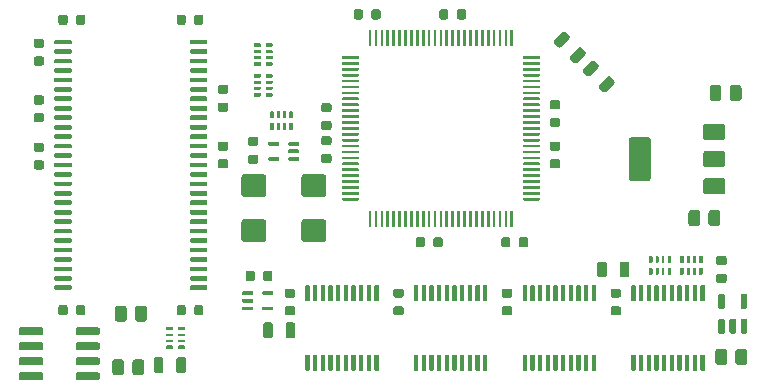
<source format=gtp>
G04 #@! TF.GenerationSoftware,KiCad,Pcbnew,(5.1.5-0-10_14)*
G04 #@! TF.CreationDate,2021-05-04T04:35:05-04:00*
G04 #@! TF.ProjectId,RAM2GS,52414d32-4753-42e6-9b69-6361645f7063,2.0*
G04 #@! TF.SameCoordinates,Original*
G04 #@! TF.FileFunction,Paste,Top*
G04 #@! TF.FilePolarity,Positive*
%FSLAX46Y46*%
G04 Gerber Fmt 4.6, Leading zero omitted, Abs format (unit mm)*
G04 Created by KiCad (PCBNEW (5.1.5-0-10_14)) date 2021-05-04 04:35:05*
%MOMM*%
%LPD*%
G04 APERTURE LIST*
%ADD10C,0.100000*%
G04 APERTURE END LIST*
D10*
G36*
X79463136Y-115510277D02*
G01*
X79468718Y-115511105D01*
X79474191Y-115512476D01*
X79479504Y-115514377D01*
X79484605Y-115516790D01*
X79489445Y-115519690D01*
X79493978Y-115523052D01*
X79498159Y-115526841D01*
X79501948Y-115531022D01*
X79505310Y-115535555D01*
X79508210Y-115540395D01*
X79510623Y-115545496D01*
X79512524Y-115550809D01*
X79513895Y-115556282D01*
X79514723Y-115561864D01*
X79515000Y-115567500D01*
X79515000Y-116857500D01*
X79514723Y-116863136D01*
X79513895Y-116868718D01*
X79512524Y-116874191D01*
X79510623Y-116879504D01*
X79508210Y-116884605D01*
X79505310Y-116889445D01*
X79501948Y-116893978D01*
X79498159Y-116898159D01*
X79493978Y-116901948D01*
X79489445Y-116905310D01*
X79484605Y-116908210D01*
X79479504Y-116910623D01*
X79474191Y-116912524D01*
X79468718Y-116913895D01*
X79463136Y-116914723D01*
X79457500Y-116915000D01*
X79342500Y-116915000D01*
X79336864Y-116914723D01*
X79331282Y-116913895D01*
X79325809Y-116912524D01*
X79320496Y-116910623D01*
X79315395Y-116908210D01*
X79310555Y-116905310D01*
X79306022Y-116901948D01*
X79301841Y-116898159D01*
X79298052Y-116893978D01*
X79294690Y-116889445D01*
X79291790Y-116884605D01*
X79289377Y-116879504D01*
X79287476Y-116874191D01*
X79286105Y-116868718D01*
X79285277Y-116863136D01*
X79285000Y-116857500D01*
X79285000Y-115567500D01*
X79285277Y-115561864D01*
X79286105Y-115556282D01*
X79287476Y-115550809D01*
X79289377Y-115545496D01*
X79291790Y-115540395D01*
X79294690Y-115535555D01*
X79298052Y-115531022D01*
X79301841Y-115526841D01*
X79306022Y-115523052D01*
X79310555Y-115519690D01*
X79315395Y-115516790D01*
X79320496Y-115514377D01*
X79325809Y-115512476D01*
X79331282Y-115511105D01*
X79336864Y-115510277D01*
X79342500Y-115510000D01*
X79457500Y-115510000D01*
X79463136Y-115510277D01*
G37*
G36*
X79963136Y-115510277D02*
G01*
X79968718Y-115511105D01*
X79974191Y-115512476D01*
X79979504Y-115514377D01*
X79984605Y-115516790D01*
X79989445Y-115519690D01*
X79993978Y-115523052D01*
X79998159Y-115526841D01*
X80001948Y-115531022D01*
X80005310Y-115535555D01*
X80008210Y-115540395D01*
X80010623Y-115545496D01*
X80012524Y-115550809D01*
X80013895Y-115556282D01*
X80014723Y-115561864D01*
X80015000Y-115567500D01*
X80015000Y-116857500D01*
X80014723Y-116863136D01*
X80013895Y-116868718D01*
X80012524Y-116874191D01*
X80010623Y-116879504D01*
X80008210Y-116884605D01*
X80005310Y-116889445D01*
X80001948Y-116893978D01*
X79998159Y-116898159D01*
X79993978Y-116901948D01*
X79989445Y-116905310D01*
X79984605Y-116908210D01*
X79979504Y-116910623D01*
X79974191Y-116912524D01*
X79968718Y-116913895D01*
X79963136Y-116914723D01*
X79957500Y-116915000D01*
X79842500Y-116915000D01*
X79836864Y-116914723D01*
X79831282Y-116913895D01*
X79825809Y-116912524D01*
X79820496Y-116910623D01*
X79815395Y-116908210D01*
X79810555Y-116905310D01*
X79806022Y-116901948D01*
X79801841Y-116898159D01*
X79798052Y-116893978D01*
X79794690Y-116889445D01*
X79791790Y-116884605D01*
X79789377Y-116879504D01*
X79787476Y-116874191D01*
X79786105Y-116868718D01*
X79785277Y-116863136D01*
X79785000Y-116857500D01*
X79785000Y-115567500D01*
X79785277Y-115561864D01*
X79786105Y-115556282D01*
X79787476Y-115550809D01*
X79789377Y-115545496D01*
X79791790Y-115540395D01*
X79794690Y-115535555D01*
X79798052Y-115531022D01*
X79801841Y-115526841D01*
X79806022Y-115523052D01*
X79810555Y-115519690D01*
X79815395Y-115516790D01*
X79820496Y-115514377D01*
X79825809Y-115512476D01*
X79831282Y-115511105D01*
X79836864Y-115510277D01*
X79842500Y-115510000D01*
X79957500Y-115510000D01*
X79963136Y-115510277D01*
G37*
G36*
X80463136Y-115510277D02*
G01*
X80468718Y-115511105D01*
X80474191Y-115512476D01*
X80479504Y-115514377D01*
X80484605Y-115516790D01*
X80489445Y-115519690D01*
X80493978Y-115523052D01*
X80498159Y-115526841D01*
X80501948Y-115531022D01*
X80505310Y-115535555D01*
X80508210Y-115540395D01*
X80510623Y-115545496D01*
X80512524Y-115550809D01*
X80513895Y-115556282D01*
X80514723Y-115561864D01*
X80515000Y-115567500D01*
X80515000Y-116857500D01*
X80514723Y-116863136D01*
X80513895Y-116868718D01*
X80512524Y-116874191D01*
X80510623Y-116879504D01*
X80508210Y-116884605D01*
X80505310Y-116889445D01*
X80501948Y-116893978D01*
X80498159Y-116898159D01*
X80493978Y-116901948D01*
X80489445Y-116905310D01*
X80484605Y-116908210D01*
X80479504Y-116910623D01*
X80474191Y-116912524D01*
X80468718Y-116913895D01*
X80463136Y-116914723D01*
X80457500Y-116915000D01*
X80342500Y-116915000D01*
X80336864Y-116914723D01*
X80331282Y-116913895D01*
X80325809Y-116912524D01*
X80320496Y-116910623D01*
X80315395Y-116908210D01*
X80310555Y-116905310D01*
X80306022Y-116901948D01*
X80301841Y-116898159D01*
X80298052Y-116893978D01*
X80294690Y-116889445D01*
X80291790Y-116884605D01*
X80289377Y-116879504D01*
X80287476Y-116874191D01*
X80286105Y-116868718D01*
X80285277Y-116863136D01*
X80285000Y-116857500D01*
X80285000Y-115567500D01*
X80285277Y-115561864D01*
X80286105Y-115556282D01*
X80287476Y-115550809D01*
X80289377Y-115545496D01*
X80291790Y-115540395D01*
X80294690Y-115535555D01*
X80298052Y-115531022D01*
X80301841Y-115526841D01*
X80306022Y-115523052D01*
X80310555Y-115519690D01*
X80315395Y-115516790D01*
X80320496Y-115514377D01*
X80325809Y-115512476D01*
X80331282Y-115511105D01*
X80336864Y-115510277D01*
X80342500Y-115510000D01*
X80457500Y-115510000D01*
X80463136Y-115510277D01*
G37*
G36*
X80963136Y-115510277D02*
G01*
X80968718Y-115511105D01*
X80974191Y-115512476D01*
X80979504Y-115514377D01*
X80984605Y-115516790D01*
X80989445Y-115519690D01*
X80993978Y-115523052D01*
X80998159Y-115526841D01*
X81001948Y-115531022D01*
X81005310Y-115535555D01*
X81008210Y-115540395D01*
X81010623Y-115545496D01*
X81012524Y-115550809D01*
X81013895Y-115556282D01*
X81014723Y-115561864D01*
X81015000Y-115567500D01*
X81015000Y-116857500D01*
X81014723Y-116863136D01*
X81013895Y-116868718D01*
X81012524Y-116874191D01*
X81010623Y-116879504D01*
X81008210Y-116884605D01*
X81005310Y-116889445D01*
X81001948Y-116893978D01*
X80998159Y-116898159D01*
X80993978Y-116901948D01*
X80989445Y-116905310D01*
X80984605Y-116908210D01*
X80979504Y-116910623D01*
X80974191Y-116912524D01*
X80968718Y-116913895D01*
X80963136Y-116914723D01*
X80957500Y-116915000D01*
X80842500Y-116915000D01*
X80836864Y-116914723D01*
X80831282Y-116913895D01*
X80825809Y-116912524D01*
X80820496Y-116910623D01*
X80815395Y-116908210D01*
X80810555Y-116905310D01*
X80806022Y-116901948D01*
X80801841Y-116898159D01*
X80798052Y-116893978D01*
X80794690Y-116889445D01*
X80791790Y-116884605D01*
X80789377Y-116879504D01*
X80787476Y-116874191D01*
X80786105Y-116868718D01*
X80785277Y-116863136D01*
X80785000Y-116857500D01*
X80785000Y-115567500D01*
X80785277Y-115561864D01*
X80786105Y-115556282D01*
X80787476Y-115550809D01*
X80789377Y-115545496D01*
X80791790Y-115540395D01*
X80794690Y-115535555D01*
X80798052Y-115531022D01*
X80801841Y-115526841D01*
X80806022Y-115523052D01*
X80810555Y-115519690D01*
X80815395Y-115516790D01*
X80820496Y-115514377D01*
X80825809Y-115512476D01*
X80831282Y-115511105D01*
X80836864Y-115510277D01*
X80842500Y-115510000D01*
X80957500Y-115510000D01*
X80963136Y-115510277D01*
G37*
G36*
X81463136Y-115510277D02*
G01*
X81468718Y-115511105D01*
X81474191Y-115512476D01*
X81479504Y-115514377D01*
X81484605Y-115516790D01*
X81489445Y-115519690D01*
X81493978Y-115523052D01*
X81498159Y-115526841D01*
X81501948Y-115531022D01*
X81505310Y-115535555D01*
X81508210Y-115540395D01*
X81510623Y-115545496D01*
X81512524Y-115550809D01*
X81513895Y-115556282D01*
X81514723Y-115561864D01*
X81515000Y-115567500D01*
X81515000Y-116857500D01*
X81514723Y-116863136D01*
X81513895Y-116868718D01*
X81512524Y-116874191D01*
X81510623Y-116879504D01*
X81508210Y-116884605D01*
X81505310Y-116889445D01*
X81501948Y-116893978D01*
X81498159Y-116898159D01*
X81493978Y-116901948D01*
X81489445Y-116905310D01*
X81484605Y-116908210D01*
X81479504Y-116910623D01*
X81474191Y-116912524D01*
X81468718Y-116913895D01*
X81463136Y-116914723D01*
X81457500Y-116915000D01*
X81342500Y-116915000D01*
X81336864Y-116914723D01*
X81331282Y-116913895D01*
X81325809Y-116912524D01*
X81320496Y-116910623D01*
X81315395Y-116908210D01*
X81310555Y-116905310D01*
X81306022Y-116901948D01*
X81301841Y-116898159D01*
X81298052Y-116893978D01*
X81294690Y-116889445D01*
X81291790Y-116884605D01*
X81289377Y-116879504D01*
X81287476Y-116874191D01*
X81286105Y-116868718D01*
X81285277Y-116863136D01*
X81285000Y-116857500D01*
X81285000Y-115567500D01*
X81285277Y-115561864D01*
X81286105Y-115556282D01*
X81287476Y-115550809D01*
X81289377Y-115545496D01*
X81291790Y-115540395D01*
X81294690Y-115535555D01*
X81298052Y-115531022D01*
X81301841Y-115526841D01*
X81306022Y-115523052D01*
X81310555Y-115519690D01*
X81315395Y-115516790D01*
X81320496Y-115514377D01*
X81325809Y-115512476D01*
X81331282Y-115511105D01*
X81336864Y-115510277D01*
X81342500Y-115510000D01*
X81457500Y-115510000D01*
X81463136Y-115510277D01*
G37*
G36*
X81963136Y-115510277D02*
G01*
X81968718Y-115511105D01*
X81974191Y-115512476D01*
X81979504Y-115514377D01*
X81984605Y-115516790D01*
X81989445Y-115519690D01*
X81993978Y-115523052D01*
X81998159Y-115526841D01*
X82001948Y-115531022D01*
X82005310Y-115535555D01*
X82008210Y-115540395D01*
X82010623Y-115545496D01*
X82012524Y-115550809D01*
X82013895Y-115556282D01*
X82014723Y-115561864D01*
X82015000Y-115567500D01*
X82015000Y-116857500D01*
X82014723Y-116863136D01*
X82013895Y-116868718D01*
X82012524Y-116874191D01*
X82010623Y-116879504D01*
X82008210Y-116884605D01*
X82005310Y-116889445D01*
X82001948Y-116893978D01*
X81998159Y-116898159D01*
X81993978Y-116901948D01*
X81989445Y-116905310D01*
X81984605Y-116908210D01*
X81979504Y-116910623D01*
X81974191Y-116912524D01*
X81968718Y-116913895D01*
X81963136Y-116914723D01*
X81957500Y-116915000D01*
X81842500Y-116915000D01*
X81836864Y-116914723D01*
X81831282Y-116913895D01*
X81825809Y-116912524D01*
X81820496Y-116910623D01*
X81815395Y-116908210D01*
X81810555Y-116905310D01*
X81806022Y-116901948D01*
X81801841Y-116898159D01*
X81798052Y-116893978D01*
X81794690Y-116889445D01*
X81791790Y-116884605D01*
X81789377Y-116879504D01*
X81787476Y-116874191D01*
X81786105Y-116868718D01*
X81785277Y-116863136D01*
X81785000Y-116857500D01*
X81785000Y-115567500D01*
X81785277Y-115561864D01*
X81786105Y-115556282D01*
X81787476Y-115550809D01*
X81789377Y-115545496D01*
X81791790Y-115540395D01*
X81794690Y-115535555D01*
X81798052Y-115531022D01*
X81801841Y-115526841D01*
X81806022Y-115523052D01*
X81810555Y-115519690D01*
X81815395Y-115516790D01*
X81820496Y-115514377D01*
X81825809Y-115512476D01*
X81831282Y-115511105D01*
X81836864Y-115510277D01*
X81842500Y-115510000D01*
X81957500Y-115510000D01*
X81963136Y-115510277D01*
G37*
G36*
X82463136Y-115510277D02*
G01*
X82468718Y-115511105D01*
X82474191Y-115512476D01*
X82479504Y-115514377D01*
X82484605Y-115516790D01*
X82489445Y-115519690D01*
X82493978Y-115523052D01*
X82498159Y-115526841D01*
X82501948Y-115531022D01*
X82505310Y-115535555D01*
X82508210Y-115540395D01*
X82510623Y-115545496D01*
X82512524Y-115550809D01*
X82513895Y-115556282D01*
X82514723Y-115561864D01*
X82515000Y-115567500D01*
X82515000Y-116857500D01*
X82514723Y-116863136D01*
X82513895Y-116868718D01*
X82512524Y-116874191D01*
X82510623Y-116879504D01*
X82508210Y-116884605D01*
X82505310Y-116889445D01*
X82501948Y-116893978D01*
X82498159Y-116898159D01*
X82493978Y-116901948D01*
X82489445Y-116905310D01*
X82484605Y-116908210D01*
X82479504Y-116910623D01*
X82474191Y-116912524D01*
X82468718Y-116913895D01*
X82463136Y-116914723D01*
X82457500Y-116915000D01*
X82342500Y-116915000D01*
X82336864Y-116914723D01*
X82331282Y-116913895D01*
X82325809Y-116912524D01*
X82320496Y-116910623D01*
X82315395Y-116908210D01*
X82310555Y-116905310D01*
X82306022Y-116901948D01*
X82301841Y-116898159D01*
X82298052Y-116893978D01*
X82294690Y-116889445D01*
X82291790Y-116884605D01*
X82289377Y-116879504D01*
X82287476Y-116874191D01*
X82286105Y-116868718D01*
X82285277Y-116863136D01*
X82285000Y-116857500D01*
X82285000Y-115567500D01*
X82285277Y-115561864D01*
X82286105Y-115556282D01*
X82287476Y-115550809D01*
X82289377Y-115545496D01*
X82291790Y-115540395D01*
X82294690Y-115535555D01*
X82298052Y-115531022D01*
X82301841Y-115526841D01*
X82306022Y-115523052D01*
X82310555Y-115519690D01*
X82315395Y-115516790D01*
X82320496Y-115514377D01*
X82325809Y-115512476D01*
X82331282Y-115511105D01*
X82336864Y-115510277D01*
X82342500Y-115510000D01*
X82457500Y-115510000D01*
X82463136Y-115510277D01*
G37*
G36*
X82963136Y-115510277D02*
G01*
X82968718Y-115511105D01*
X82974191Y-115512476D01*
X82979504Y-115514377D01*
X82984605Y-115516790D01*
X82989445Y-115519690D01*
X82993978Y-115523052D01*
X82998159Y-115526841D01*
X83001948Y-115531022D01*
X83005310Y-115535555D01*
X83008210Y-115540395D01*
X83010623Y-115545496D01*
X83012524Y-115550809D01*
X83013895Y-115556282D01*
X83014723Y-115561864D01*
X83015000Y-115567500D01*
X83015000Y-116857500D01*
X83014723Y-116863136D01*
X83013895Y-116868718D01*
X83012524Y-116874191D01*
X83010623Y-116879504D01*
X83008210Y-116884605D01*
X83005310Y-116889445D01*
X83001948Y-116893978D01*
X82998159Y-116898159D01*
X82993978Y-116901948D01*
X82989445Y-116905310D01*
X82984605Y-116908210D01*
X82979504Y-116910623D01*
X82974191Y-116912524D01*
X82968718Y-116913895D01*
X82963136Y-116914723D01*
X82957500Y-116915000D01*
X82842500Y-116915000D01*
X82836864Y-116914723D01*
X82831282Y-116913895D01*
X82825809Y-116912524D01*
X82820496Y-116910623D01*
X82815395Y-116908210D01*
X82810555Y-116905310D01*
X82806022Y-116901948D01*
X82801841Y-116898159D01*
X82798052Y-116893978D01*
X82794690Y-116889445D01*
X82791790Y-116884605D01*
X82789377Y-116879504D01*
X82787476Y-116874191D01*
X82786105Y-116868718D01*
X82785277Y-116863136D01*
X82785000Y-116857500D01*
X82785000Y-115567500D01*
X82785277Y-115561864D01*
X82786105Y-115556282D01*
X82787476Y-115550809D01*
X82789377Y-115545496D01*
X82791790Y-115540395D01*
X82794690Y-115535555D01*
X82798052Y-115531022D01*
X82801841Y-115526841D01*
X82806022Y-115523052D01*
X82810555Y-115519690D01*
X82815395Y-115516790D01*
X82820496Y-115514377D01*
X82825809Y-115512476D01*
X82831282Y-115511105D01*
X82836864Y-115510277D01*
X82842500Y-115510000D01*
X82957500Y-115510000D01*
X82963136Y-115510277D01*
G37*
G36*
X83463136Y-115510277D02*
G01*
X83468718Y-115511105D01*
X83474191Y-115512476D01*
X83479504Y-115514377D01*
X83484605Y-115516790D01*
X83489445Y-115519690D01*
X83493978Y-115523052D01*
X83498159Y-115526841D01*
X83501948Y-115531022D01*
X83505310Y-115535555D01*
X83508210Y-115540395D01*
X83510623Y-115545496D01*
X83512524Y-115550809D01*
X83513895Y-115556282D01*
X83514723Y-115561864D01*
X83515000Y-115567500D01*
X83515000Y-116857500D01*
X83514723Y-116863136D01*
X83513895Y-116868718D01*
X83512524Y-116874191D01*
X83510623Y-116879504D01*
X83508210Y-116884605D01*
X83505310Y-116889445D01*
X83501948Y-116893978D01*
X83498159Y-116898159D01*
X83493978Y-116901948D01*
X83489445Y-116905310D01*
X83484605Y-116908210D01*
X83479504Y-116910623D01*
X83474191Y-116912524D01*
X83468718Y-116913895D01*
X83463136Y-116914723D01*
X83457500Y-116915000D01*
X83342500Y-116915000D01*
X83336864Y-116914723D01*
X83331282Y-116913895D01*
X83325809Y-116912524D01*
X83320496Y-116910623D01*
X83315395Y-116908210D01*
X83310555Y-116905310D01*
X83306022Y-116901948D01*
X83301841Y-116898159D01*
X83298052Y-116893978D01*
X83294690Y-116889445D01*
X83291790Y-116884605D01*
X83289377Y-116879504D01*
X83287476Y-116874191D01*
X83286105Y-116868718D01*
X83285277Y-116863136D01*
X83285000Y-116857500D01*
X83285000Y-115567500D01*
X83285277Y-115561864D01*
X83286105Y-115556282D01*
X83287476Y-115550809D01*
X83289377Y-115545496D01*
X83291790Y-115540395D01*
X83294690Y-115535555D01*
X83298052Y-115531022D01*
X83301841Y-115526841D01*
X83306022Y-115523052D01*
X83310555Y-115519690D01*
X83315395Y-115516790D01*
X83320496Y-115514377D01*
X83325809Y-115512476D01*
X83331282Y-115511105D01*
X83336864Y-115510277D01*
X83342500Y-115510000D01*
X83457500Y-115510000D01*
X83463136Y-115510277D01*
G37*
G36*
X83963136Y-115510277D02*
G01*
X83968718Y-115511105D01*
X83974191Y-115512476D01*
X83979504Y-115514377D01*
X83984605Y-115516790D01*
X83989445Y-115519690D01*
X83993978Y-115523052D01*
X83998159Y-115526841D01*
X84001948Y-115531022D01*
X84005310Y-115535555D01*
X84008210Y-115540395D01*
X84010623Y-115545496D01*
X84012524Y-115550809D01*
X84013895Y-115556282D01*
X84014723Y-115561864D01*
X84015000Y-115567500D01*
X84015000Y-116857500D01*
X84014723Y-116863136D01*
X84013895Y-116868718D01*
X84012524Y-116874191D01*
X84010623Y-116879504D01*
X84008210Y-116884605D01*
X84005310Y-116889445D01*
X84001948Y-116893978D01*
X83998159Y-116898159D01*
X83993978Y-116901948D01*
X83989445Y-116905310D01*
X83984605Y-116908210D01*
X83979504Y-116910623D01*
X83974191Y-116912524D01*
X83968718Y-116913895D01*
X83963136Y-116914723D01*
X83957500Y-116915000D01*
X83842500Y-116915000D01*
X83836864Y-116914723D01*
X83831282Y-116913895D01*
X83825809Y-116912524D01*
X83820496Y-116910623D01*
X83815395Y-116908210D01*
X83810555Y-116905310D01*
X83806022Y-116901948D01*
X83801841Y-116898159D01*
X83798052Y-116893978D01*
X83794690Y-116889445D01*
X83791790Y-116884605D01*
X83789377Y-116879504D01*
X83787476Y-116874191D01*
X83786105Y-116868718D01*
X83785277Y-116863136D01*
X83785000Y-116857500D01*
X83785000Y-115567500D01*
X83785277Y-115561864D01*
X83786105Y-115556282D01*
X83787476Y-115550809D01*
X83789377Y-115545496D01*
X83791790Y-115540395D01*
X83794690Y-115535555D01*
X83798052Y-115531022D01*
X83801841Y-115526841D01*
X83806022Y-115523052D01*
X83810555Y-115519690D01*
X83815395Y-115516790D01*
X83820496Y-115514377D01*
X83825809Y-115512476D01*
X83831282Y-115511105D01*
X83836864Y-115510277D01*
X83842500Y-115510000D01*
X83957500Y-115510000D01*
X83963136Y-115510277D01*
G37*
G36*
X84463136Y-115510277D02*
G01*
X84468718Y-115511105D01*
X84474191Y-115512476D01*
X84479504Y-115514377D01*
X84484605Y-115516790D01*
X84489445Y-115519690D01*
X84493978Y-115523052D01*
X84498159Y-115526841D01*
X84501948Y-115531022D01*
X84505310Y-115535555D01*
X84508210Y-115540395D01*
X84510623Y-115545496D01*
X84512524Y-115550809D01*
X84513895Y-115556282D01*
X84514723Y-115561864D01*
X84515000Y-115567500D01*
X84515000Y-116857500D01*
X84514723Y-116863136D01*
X84513895Y-116868718D01*
X84512524Y-116874191D01*
X84510623Y-116879504D01*
X84508210Y-116884605D01*
X84505310Y-116889445D01*
X84501948Y-116893978D01*
X84498159Y-116898159D01*
X84493978Y-116901948D01*
X84489445Y-116905310D01*
X84484605Y-116908210D01*
X84479504Y-116910623D01*
X84474191Y-116912524D01*
X84468718Y-116913895D01*
X84463136Y-116914723D01*
X84457500Y-116915000D01*
X84342500Y-116915000D01*
X84336864Y-116914723D01*
X84331282Y-116913895D01*
X84325809Y-116912524D01*
X84320496Y-116910623D01*
X84315395Y-116908210D01*
X84310555Y-116905310D01*
X84306022Y-116901948D01*
X84301841Y-116898159D01*
X84298052Y-116893978D01*
X84294690Y-116889445D01*
X84291790Y-116884605D01*
X84289377Y-116879504D01*
X84287476Y-116874191D01*
X84286105Y-116868718D01*
X84285277Y-116863136D01*
X84285000Y-116857500D01*
X84285000Y-115567500D01*
X84285277Y-115561864D01*
X84286105Y-115556282D01*
X84287476Y-115550809D01*
X84289377Y-115545496D01*
X84291790Y-115540395D01*
X84294690Y-115535555D01*
X84298052Y-115531022D01*
X84301841Y-115526841D01*
X84306022Y-115523052D01*
X84310555Y-115519690D01*
X84315395Y-115516790D01*
X84320496Y-115514377D01*
X84325809Y-115512476D01*
X84331282Y-115511105D01*
X84336864Y-115510277D01*
X84342500Y-115510000D01*
X84457500Y-115510000D01*
X84463136Y-115510277D01*
G37*
G36*
X84963136Y-115510277D02*
G01*
X84968718Y-115511105D01*
X84974191Y-115512476D01*
X84979504Y-115514377D01*
X84984605Y-115516790D01*
X84989445Y-115519690D01*
X84993978Y-115523052D01*
X84998159Y-115526841D01*
X85001948Y-115531022D01*
X85005310Y-115535555D01*
X85008210Y-115540395D01*
X85010623Y-115545496D01*
X85012524Y-115550809D01*
X85013895Y-115556282D01*
X85014723Y-115561864D01*
X85015000Y-115567500D01*
X85015000Y-116857500D01*
X85014723Y-116863136D01*
X85013895Y-116868718D01*
X85012524Y-116874191D01*
X85010623Y-116879504D01*
X85008210Y-116884605D01*
X85005310Y-116889445D01*
X85001948Y-116893978D01*
X84998159Y-116898159D01*
X84993978Y-116901948D01*
X84989445Y-116905310D01*
X84984605Y-116908210D01*
X84979504Y-116910623D01*
X84974191Y-116912524D01*
X84968718Y-116913895D01*
X84963136Y-116914723D01*
X84957500Y-116915000D01*
X84842500Y-116915000D01*
X84836864Y-116914723D01*
X84831282Y-116913895D01*
X84825809Y-116912524D01*
X84820496Y-116910623D01*
X84815395Y-116908210D01*
X84810555Y-116905310D01*
X84806022Y-116901948D01*
X84801841Y-116898159D01*
X84798052Y-116893978D01*
X84794690Y-116889445D01*
X84791790Y-116884605D01*
X84789377Y-116879504D01*
X84787476Y-116874191D01*
X84786105Y-116868718D01*
X84785277Y-116863136D01*
X84785000Y-116857500D01*
X84785000Y-115567500D01*
X84785277Y-115561864D01*
X84786105Y-115556282D01*
X84787476Y-115550809D01*
X84789377Y-115545496D01*
X84791790Y-115540395D01*
X84794690Y-115535555D01*
X84798052Y-115531022D01*
X84801841Y-115526841D01*
X84806022Y-115523052D01*
X84810555Y-115519690D01*
X84815395Y-115516790D01*
X84820496Y-115514377D01*
X84825809Y-115512476D01*
X84831282Y-115511105D01*
X84836864Y-115510277D01*
X84842500Y-115510000D01*
X84957500Y-115510000D01*
X84963136Y-115510277D01*
G37*
G36*
X85463136Y-115510277D02*
G01*
X85468718Y-115511105D01*
X85474191Y-115512476D01*
X85479504Y-115514377D01*
X85484605Y-115516790D01*
X85489445Y-115519690D01*
X85493978Y-115523052D01*
X85498159Y-115526841D01*
X85501948Y-115531022D01*
X85505310Y-115535555D01*
X85508210Y-115540395D01*
X85510623Y-115545496D01*
X85512524Y-115550809D01*
X85513895Y-115556282D01*
X85514723Y-115561864D01*
X85515000Y-115567500D01*
X85515000Y-116857500D01*
X85514723Y-116863136D01*
X85513895Y-116868718D01*
X85512524Y-116874191D01*
X85510623Y-116879504D01*
X85508210Y-116884605D01*
X85505310Y-116889445D01*
X85501948Y-116893978D01*
X85498159Y-116898159D01*
X85493978Y-116901948D01*
X85489445Y-116905310D01*
X85484605Y-116908210D01*
X85479504Y-116910623D01*
X85474191Y-116912524D01*
X85468718Y-116913895D01*
X85463136Y-116914723D01*
X85457500Y-116915000D01*
X85342500Y-116915000D01*
X85336864Y-116914723D01*
X85331282Y-116913895D01*
X85325809Y-116912524D01*
X85320496Y-116910623D01*
X85315395Y-116908210D01*
X85310555Y-116905310D01*
X85306022Y-116901948D01*
X85301841Y-116898159D01*
X85298052Y-116893978D01*
X85294690Y-116889445D01*
X85291790Y-116884605D01*
X85289377Y-116879504D01*
X85287476Y-116874191D01*
X85286105Y-116868718D01*
X85285277Y-116863136D01*
X85285000Y-116857500D01*
X85285000Y-115567500D01*
X85285277Y-115561864D01*
X85286105Y-115556282D01*
X85287476Y-115550809D01*
X85289377Y-115545496D01*
X85291790Y-115540395D01*
X85294690Y-115535555D01*
X85298052Y-115531022D01*
X85301841Y-115526841D01*
X85306022Y-115523052D01*
X85310555Y-115519690D01*
X85315395Y-115516790D01*
X85320496Y-115514377D01*
X85325809Y-115512476D01*
X85331282Y-115511105D01*
X85336864Y-115510277D01*
X85342500Y-115510000D01*
X85457500Y-115510000D01*
X85463136Y-115510277D01*
G37*
G36*
X85963136Y-115510277D02*
G01*
X85968718Y-115511105D01*
X85974191Y-115512476D01*
X85979504Y-115514377D01*
X85984605Y-115516790D01*
X85989445Y-115519690D01*
X85993978Y-115523052D01*
X85998159Y-115526841D01*
X86001948Y-115531022D01*
X86005310Y-115535555D01*
X86008210Y-115540395D01*
X86010623Y-115545496D01*
X86012524Y-115550809D01*
X86013895Y-115556282D01*
X86014723Y-115561864D01*
X86015000Y-115567500D01*
X86015000Y-116857500D01*
X86014723Y-116863136D01*
X86013895Y-116868718D01*
X86012524Y-116874191D01*
X86010623Y-116879504D01*
X86008210Y-116884605D01*
X86005310Y-116889445D01*
X86001948Y-116893978D01*
X85998159Y-116898159D01*
X85993978Y-116901948D01*
X85989445Y-116905310D01*
X85984605Y-116908210D01*
X85979504Y-116910623D01*
X85974191Y-116912524D01*
X85968718Y-116913895D01*
X85963136Y-116914723D01*
X85957500Y-116915000D01*
X85842500Y-116915000D01*
X85836864Y-116914723D01*
X85831282Y-116913895D01*
X85825809Y-116912524D01*
X85820496Y-116910623D01*
X85815395Y-116908210D01*
X85810555Y-116905310D01*
X85806022Y-116901948D01*
X85801841Y-116898159D01*
X85798052Y-116893978D01*
X85794690Y-116889445D01*
X85791790Y-116884605D01*
X85789377Y-116879504D01*
X85787476Y-116874191D01*
X85786105Y-116868718D01*
X85785277Y-116863136D01*
X85785000Y-116857500D01*
X85785000Y-115567500D01*
X85785277Y-115561864D01*
X85786105Y-115556282D01*
X85787476Y-115550809D01*
X85789377Y-115545496D01*
X85791790Y-115540395D01*
X85794690Y-115535555D01*
X85798052Y-115531022D01*
X85801841Y-115526841D01*
X85806022Y-115523052D01*
X85810555Y-115519690D01*
X85815395Y-115516790D01*
X85820496Y-115514377D01*
X85825809Y-115512476D01*
X85831282Y-115511105D01*
X85836864Y-115510277D01*
X85842500Y-115510000D01*
X85957500Y-115510000D01*
X85963136Y-115510277D01*
G37*
G36*
X86463136Y-115510277D02*
G01*
X86468718Y-115511105D01*
X86474191Y-115512476D01*
X86479504Y-115514377D01*
X86484605Y-115516790D01*
X86489445Y-115519690D01*
X86493978Y-115523052D01*
X86498159Y-115526841D01*
X86501948Y-115531022D01*
X86505310Y-115535555D01*
X86508210Y-115540395D01*
X86510623Y-115545496D01*
X86512524Y-115550809D01*
X86513895Y-115556282D01*
X86514723Y-115561864D01*
X86515000Y-115567500D01*
X86515000Y-116857500D01*
X86514723Y-116863136D01*
X86513895Y-116868718D01*
X86512524Y-116874191D01*
X86510623Y-116879504D01*
X86508210Y-116884605D01*
X86505310Y-116889445D01*
X86501948Y-116893978D01*
X86498159Y-116898159D01*
X86493978Y-116901948D01*
X86489445Y-116905310D01*
X86484605Y-116908210D01*
X86479504Y-116910623D01*
X86474191Y-116912524D01*
X86468718Y-116913895D01*
X86463136Y-116914723D01*
X86457500Y-116915000D01*
X86342500Y-116915000D01*
X86336864Y-116914723D01*
X86331282Y-116913895D01*
X86325809Y-116912524D01*
X86320496Y-116910623D01*
X86315395Y-116908210D01*
X86310555Y-116905310D01*
X86306022Y-116901948D01*
X86301841Y-116898159D01*
X86298052Y-116893978D01*
X86294690Y-116889445D01*
X86291790Y-116884605D01*
X86289377Y-116879504D01*
X86287476Y-116874191D01*
X86286105Y-116868718D01*
X86285277Y-116863136D01*
X86285000Y-116857500D01*
X86285000Y-115567500D01*
X86285277Y-115561864D01*
X86286105Y-115556282D01*
X86287476Y-115550809D01*
X86289377Y-115545496D01*
X86291790Y-115540395D01*
X86294690Y-115535555D01*
X86298052Y-115531022D01*
X86301841Y-115526841D01*
X86306022Y-115523052D01*
X86310555Y-115519690D01*
X86315395Y-115516790D01*
X86320496Y-115514377D01*
X86325809Y-115512476D01*
X86331282Y-115511105D01*
X86336864Y-115510277D01*
X86342500Y-115510000D01*
X86457500Y-115510000D01*
X86463136Y-115510277D01*
G37*
G36*
X86963136Y-115510277D02*
G01*
X86968718Y-115511105D01*
X86974191Y-115512476D01*
X86979504Y-115514377D01*
X86984605Y-115516790D01*
X86989445Y-115519690D01*
X86993978Y-115523052D01*
X86998159Y-115526841D01*
X87001948Y-115531022D01*
X87005310Y-115535555D01*
X87008210Y-115540395D01*
X87010623Y-115545496D01*
X87012524Y-115550809D01*
X87013895Y-115556282D01*
X87014723Y-115561864D01*
X87015000Y-115567500D01*
X87015000Y-116857500D01*
X87014723Y-116863136D01*
X87013895Y-116868718D01*
X87012524Y-116874191D01*
X87010623Y-116879504D01*
X87008210Y-116884605D01*
X87005310Y-116889445D01*
X87001948Y-116893978D01*
X86998159Y-116898159D01*
X86993978Y-116901948D01*
X86989445Y-116905310D01*
X86984605Y-116908210D01*
X86979504Y-116910623D01*
X86974191Y-116912524D01*
X86968718Y-116913895D01*
X86963136Y-116914723D01*
X86957500Y-116915000D01*
X86842500Y-116915000D01*
X86836864Y-116914723D01*
X86831282Y-116913895D01*
X86825809Y-116912524D01*
X86820496Y-116910623D01*
X86815395Y-116908210D01*
X86810555Y-116905310D01*
X86806022Y-116901948D01*
X86801841Y-116898159D01*
X86798052Y-116893978D01*
X86794690Y-116889445D01*
X86791790Y-116884605D01*
X86789377Y-116879504D01*
X86787476Y-116874191D01*
X86786105Y-116868718D01*
X86785277Y-116863136D01*
X86785000Y-116857500D01*
X86785000Y-115567500D01*
X86785277Y-115561864D01*
X86786105Y-115556282D01*
X86787476Y-115550809D01*
X86789377Y-115545496D01*
X86791790Y-115540395D01*
X86794690Y-115535555D01*
X86798052Y-115531022D01*
X86801841Y-115526841D01*
X86806022Y-115523052D01*
X86810555Y-115519690D01*
X86815395Y-115516790D01*
X86820496Y-115514377D01*
X86825809Y-115512476D01*
X86831282Y-115511105D01*
X86836864Y-115510277D01*
X86842500Y-115510000D01*
X86957500Y-115510000D01*
X86963136Y-115510277D01*
G37*
G36*
X87463136Y-115510277D02*
G01*
X87468718Y-115511105D01*
X87474191Y-115512476D01*
X87479504Y-115514377D01*
X87484605Y-115516790D01*
X87489445Y-115519690D01*
X87493978Y-115523052D01*
X87498159Y-115526841D01*
X87501948Y-115531022D01*
X87505310Y-115535555D01*
X87508210Y-115540395D01*
X87510623Y-115545496D01*
X87512524Y-115550809D01*
X87513895Y-115556282D01*
X87514723Y-115561864D01*
X87515000Y-115567500D01*
X87515000Y-116857500D01*
X87514723Y-116863136D01*
X87513895Y-116868718D01*
X87512524Y-116874191D01*
X87510623Y-116879504D01*
X87508210Y-116884605D01*
X87505310Y-116889445D01*
X87501948Y-116893978D01*
X87498159Y-116898159D01*
X87493978Y-116901948D01*
X87489445Y-116905310D01*
X87484605Y-116908210D01*
X87479504Y-116910623D01*
X87474191Y-116912524D01*
X87468718Y-116913895D01*
X87463136Y-116914723D01*
X87457500Y-116915000D01*
X87342500Y-116915000D01*
X87336864Y-116914723D01*
X87331282Y-116913895D01*
X87325809Y-116912524D01*
X87320496Y-116910623D01*
X87315395Y-116908210D01*
X87310555Y-116905310D01*
X87306022Y-116901948D01*
X87301841Y-116898159D01*
X87298052Y-116893978D01*
X87294690Y-116889445D01*
X87291790Y-116884605D01*
X87289377Y-116879504D01*
X87287476Y-116874191D01*
X87286105Y-116868718D01*
X87285277Y-116863136D01*
X87285000Y-116857500D01*
X87285000Y-115567500D01*
X87285277Y-115561864D01*
X87286105Y-115556282D01*
X87287476Y-115550809D01*
X87289377Y-115545496D01*
X87291790Y-115540395D01*
X87294690Y-115535555D01*
X87298052Y-115531022D01*
X87301841Y-115526841D01*
X87306022Y-115523052D01*
X87310555Y-115519690D01*
X87315395Y-115516790D01*
X87320496Y-115514377D01*
X87325809Y-115512476D01*
X87331282Y-115511105D01*
X87336864Y-115510277D01*
X87342500Y-115510000D01*
X87457500Y-115510000D01*
X87463136Y-115510277D01*
G37*
G36*
X87963136Y-115510277D02*
G01*
X87968718Y-115511105D01*
X87974191Y-115512476D01*
X87979504Y-115514377D01*
X87984605Y-115516790D01*
X87989445Y-115519690D01*
X87993978Y-115523052D01*
X87998159Y-115526841D01*
X88001948Y-115531022D01*
X88005310Y-115535555D01*
X88008210Y-115540395D01*
X88010623Y-115545496D01*
X88012524Y-115550809D01*
X88013895Y-115556282D01*
X88014723Y-115561864D01*
X88015000Y-115567500D01*
X88015000Y-116857500D01*
X88014723Y-116863136D01*
X88013895Y-116868718D01*
X88012524Y-116874191D01*
X88010623Y-116879504D01*
X88008210Y-116884605D01*
X88005310Y-116889445D01*
X88001948Y-116893978D01*
X87998159Y-116898159D01*
X87993978Y-116901948D01*
X87989445Y-116905310D01*
X87984605Y-116908210D01*
X87979504Y-116910623D01*
X87974191Y-116912524D01*
X87968718Y-116913895D01*
X87963136Y-116914723D01*
X87957500Y-116915000D01*
X87842500Y-116915000D01*
X87836864Y-116914723D01*
X87831282Y-116913895D01*
X87825809Y-116912524D01*
X87820496Y-116910623D01*
X87815395Y-116908210D01*
X87810555Y-116905310D01*
X87806022Y-116901948D01*
X87801841Y-116898159D01*
X87798052Y-116893978D01*
X87794690Y-116889445D01*
X87791790Y-116884605D01*
X87789377Y-116879504D01*
X87787476Y-116874191D01*
X87786105Y-116868718D01*
X87785277Y-116863136D01*
X87785000Y-116857500D01*
X87785000Y-115567500D01*
X87785277Y-115561864D01*
X87786105Y-115556282D01*
X87787476Y-115550809D01*
X87789377Y-115545496D01*
X87791790Y-115540395D01*
X87794690Y-115535555D01*
X87798052Y-115531022D01*
X87801841Y-115526841D01*
X87806022Y-115523052D01*
X87810555Y-115519690D01*
X87815395Y-115516790D01*
X87820496Y-115514377D01*
X87825809Y-115512476D01*
X87831282Y-115511105D01*
X87836864Y-115510277D01*
X87842500Y-115510000D01*
X87957500Y-115510000D01*
X87963136Y-115510277D01*
G37*
G36*
X88463136Y-115510277D02*
G01*
X88468718Y-115511105D01*
X88474191Y-115512476D01*
X88479504Y-115514377D01*
X88484605Y-115516790D01*
X88489445Y-115519690D01*
X88493978Y-115523052D01*
X88498159Y-115526841D01*
X88501948Y-115531022D01*
X88505310Y-115535555D01*
X88508210Y-115540395D01*
X88510623Y-115545496D01*
X88512524Y-115550809D01*
X88513895Y-115556282D01*
X88514723Y-115561864D01*
X88515000Y-115567500D01*
X88515000Y-116857500D01*
X88514723Y-116863136D01*
X88513895Y-116868718D01*
X88512524Y-116874191D01*
X88510623Y-116879504D01*
X88508210Y-116884605D01*
X88505310Y-116889445D01*
X88501948Y-116893978D01*
X88498159Y-116898159D01*
X88493978Y-116901948D01*
X88489445Y-116905310D01*
X88484605Y-116908210D01*
X88479504Y-116910623D01*
X88474191Y-116912524D01*
X88468718Y-116913895D01*
X88463136Y-116914723D01*
X88457500Y-116915000D01*
X88342500Y-116915000D01*
X88336864Y-116914723D01*
X88331282Y-116913895D01*
X88325809Y-116912524D01*
X88320496Y-116910623D01*
X88315395Y-116908210D01*
X88310555Y-116905310D01*
X88306022Y-116901948D01*
X88301841Y-116898159D01*
X88298052Y-116893978D01*
X88294690Y-116889445D01*
X88291790Y-116884605D01*
X88289377Y-116879504D01*
X88287476Y-116874191D01*
X88286105Y-116868718D01*
X88285277Y-116863136D01*
X88285000Y-116857500D01*
X88285000Y-115567500D01*
X88285277Y-115561864D01*
X88286105Y-115556282D01*
X88287476Y-115550809D01*
X88289377Y-115545496D01*
X88291790Y-115540395D01*
X88294690Y-115535555D01*
X88298052Y-115531022D01*
X88301841Y-115526841D01*
X88306022Y-115523052D01*
X88310555Y-115519690D01*
X88315395Y-115516790D01*
X88320496Y-115514377D01*
X88325809Y-115512476D01*
X88331282Y-115511105D01*
X88336864Y-115510277D01*
X88342500Y-115510000D01*
X88457500Y-115510000D01*
X88463136Y-115510277D01*
G37*
G36*
X88963136Y-115510277D02*
G01*
X88968718Y-115511105D01*
X88974191Y-115512476D01*
X88979504Y-115514377D01*
X88984605Y-115516790D01*
X88989445Y-115519690D01*
X88993978Y-115523052D01*
X88998159Y-115526841D01*
X89001948Y-115531022D01*
X89005310Y-115535555D01*
X89008210Y-115540395D01*
X89010623Y-115545496D01*
X89012524Y-115550809D01*
X89013895Y-115556282D01*
X89014723Y-115561864D01*
X89015000Y-115567500D01*
X89015000Y-116857500D01*
X89014723Y-116863136D01*
X89013895Y-116868718D01*
X89012524Y-116874191D01*
X89010623Y-116879504D01*
X89008210Y-116884605D01*
X89005310Y-116889445D01*
X89001948Y-116893978D01*
X88998159Y-116898159D01*
X88993978Y-116901948D01*
X88989445Y-116905310D01*
X88984605Y-116908210D01*
X88979504Y-116910623D01*
X88974191Y-116912524D01*
X88968718Y-116913895D01*
X88963136Y-116914723D01*
X88957500Y-116915000D01*
X88842500Y-116915000D01*
X88836864Y-116914723D01*
X88831282Y-116913895D01*
X88825809Y-116912524D01*
X88820496Y-116910623D01*
X88815395Y-116908210D01*
X88810555Y-116905310D01*
X88806022Y-116901948D01*
X88801841Y-116898159D01*
X88798052Y-116893978D01*
X88794690Y-116889445D01*
X88791790Y-116884605D01*
X88789377Y-116879504D01*
X88787476Y-116874191D01*
X88786105Y-116868718D01*
X88785277Y-116863136D01*
X88785000Y-116857500D01*
X88785000Y-115567500D01*
X88785277Y-115561864D01*
X88786105Y-115556282D01*
X88787476Y-115550809D01*
X88789377Y-115545496D01*
X88791790Y-115540395D01*
X88794690Y-115535555D01*
X88798052Y-115531022D01*
X88801841Y-115526841D01*
X88806022Y-115523052D01*
X88810555Y-115519690D01*
X88815395Y-115516790D01*
X88820496Y-115514377D01*
X88825809Y-115512476D01*
X88831282Y-115511105D01*
X88836864Y-115510277D01*
X88842500Y-115510000D01*
X88957500Y-115510000D01*
X88963136Y-115510277D01*
G37*
G36*
X89463136Y-115510277D02*
G01*
X89468718Y-115511105D01*
X89474191Y-115512476D01*
X89479504Y-115514377D01*
X89484605Y-115516790D01*
X89489445Y-115519690D01*
X89493978Y-115523052D01*
X89498159Y-115526841D01*
X89501948Y-115531022D01*
X89505310Y-115535555D01*
X89508210Y-115540395D01*
X89510623Y-115545496D01*
X89512524Y-115550809D01*
X89513895Y-115556282D01*
X89514723Y-115561864D01*
X89515000Y-115567500D01*
X89515000Y-116857500D01*
X89514723Y-116863136D01*
X89513895Y-116868718D01*
X89512524Y-116874191D01*
X89510623Y-116879504D01*
X89508210Y-116884605D01*
X89505310Y-116889445D01*
X89501948Y-116893978D01*
X89498159Y-116898159D01*
X89493978Y-116901948D01*
X89489445Y-116905310D01*
X89484605Y-116908210D01*
X89479504Y-116910623D01*
X89474191Y-116912524D01*
X89468718Y-116913895D01*
X89463136Y-116914723D01*
X89457500Y-116915000D01*
X89342500Y-116915000D01*
X89336864Y-116914723D01*
X89331282Y-116913895D01*
X89325809Y-116912524D01*
X89320496Y-116910623D01*
X89315395Y-116908210D01*
X89310555Y-116905310D01*
X89306022Y-116901948D01*
X89301841Y-116898159D01*
X89298052Y-116893978D01*
X89294690Y-116889445D01*
X89291790Y-116884605D01*
X89289377Y-116879504D01*
X89287476Y-116874191D01*
X89286105Y-116868718D01*
X89285277Y-116863136D01*
X89285000Y-116857500D01*
X89285000Y-115567500D01*
X89285277Y-115561864D01*
X89286105Y-115556282D01*
X89287476Y-115550809D01*
X89289377Y-115545496D01*
X89291790Y-115540395D01*
X89294690Y-115535555D01*
X89298052Y-115531022D01*
X89301841Y-115526841D01*
X89306022Y-115523052D01*
X89310555Y-115519690D01*
X89315395Y-115516790D01*
X89320496Y-115514377D01*
X89325809Y-115512476D01*
X89331282Y-115511105D01*
X89336864Y-115510277D01*
X89342500Y-115510000D01*
X89457500Y-115510000D01*
X89463136Y-115510277D01*
G37*
G36*
X89963136Y-115510277D02*
G01*
X89968718Y-115511105D01*
X89974191Y-115512476D01*
X89979504Y-115514377D01*
X89984605Y-115516790D01*
X89989445Y-115519690D01*
X89993978Y-115523052D01*
X89998159Y-115526841D01*
X90001948Y-115531022D01*
X90005310Y-115535555D01*
X90008210Y-115540395D01*
X90010623Y-115545496D01*
X90012524Y-115550809D01*
X90013895Y-115556282D01*
X90014723Y-115561864D01*
X90015000Y-115567500D01*
X90015000Y-116857500D01*
X90014723Y-116863136D01*
X90013895Y-116868718D01*
X90012524Y-116874191D01*
X90010623Y-116879504D01*
X90008210Y-116884605D01*
X90005310Y-116889445D01*
X90001948Y-116893978D01*
X89998159Y-116898159D01*
X89993978Y-116901948D01*
X89989445Y-116905310D01*
X89984605Y-116908210D01*
X89979504Y-116910623D01*
X89974191Y-116912524D01*
X89968718Y-116913895D01*
X89963136Y-116914723D01*
X89957500Y-116915000D01*
X89842500Y-116915000D01*
X89836864Y-116914723D01*
X89831282Y-116913895D01*
X89825809Y-116912524D01*
X89820496Y-116910623D01*
X89815395Y-116908210D01*
X89810555Y-116905310D01*
X89806022Y-116901948D01*
X89801841Y-116898159D01*
X89798052Y-116893978D01*
X89794690Y-116889445D01*
X89791790Y-116884605D01*
X89789377Y-116879504D01*
X89787476Y-116874191D01*
X89786105Y-116868718D01*
X89785277Y-116863136D01*
X89785000Y-116857500D01*
X89785000Y-115567500D01*
X89785277Y-115561864D01*
X89786105Y-115556282D01*
X89787476Y-115550809D01*
X89789377Y-115545496D01*
X89791790Y-115540395D01*
X89794690Y-115535555D01*
X89798052Y-115531022D01*
X89801841Y-115526841D01*
X89806022Y-115523052D01*
X89810555Y-115519690D01*
X89815395Y-115516790D01*
X89820496Y-115514377D01*
X89825809Y-115512476D01*
X89831282Y-115511105D01*
X89836864Y-115510277D01*
X89842500Y-115510000D01*
X89957500Y-115510000D01*
X89963136Y-115510277D01*
G37*
G36*
X90463136Y-115510277D02*
G01*
X90468718Y-115511105D01*
X90474191Y-115512476D01*
X90479504Y-115514377D01*
X90484605Y-115516790D01*
X90489445Y-115519690D01*
X90493978Y-115523052D01*
X90498159Y-115526841D01*
X90501948Y-115531022D01*
X90505310Y-115535555D01*
X90508210Y-115540395D01*
X90510623Y-115545496D01*
X90512524Y-115550809D01*
X90513895Y-115556282D01*
X90514723Y-115561864D01*
X90515000Y-115567500D01*
X90515000Y-116857500D01*
X90514723Y-116863136D01*
X90513895Y-116868718D01*
X90512524Y-116874191D01*
X90510623Y-116879504D01*
X90508210Y-116884605D01*
X90505310Y-116889445D01*
X90501948Y-116893978D01*
X90498159Y-116898159D01*
X90493978Y-116901948D01*
X90489445Y-116905310D01*
X90484605Y-116908210D01*
X90479504Y-116910623D01*
X90474191Y-116912524D01*
X90468718Y-116913895D01*
X90463136Y-116914723D01*
X90457500Y-116915000D01*
X90342500Y-116915000D01*
X90336864Y-116914723D01*
X90331282Y-116913895D01*
X90325809Y-116912524D01*
X90320496Y-116910623D01*
X90315395Y-116908210D01*
X90310555Y-116905310D01*
X90306022Y-116901948D01*
X90301841Y-116898159D01*
X90298052Y-116893978D01*
X90294690Y-116889445D01*
X90291790Y-116884605D01*
X90289377Y-116879504D01*
X90287476Y-116874191D01*
X90286105Y-116868718D01*
X90285277Y-116863136D01*
X90285000Y-116857500D01*
X90285000Y-115567500D01*
X90285277Y-115561864D01*
X90286105Y-115556282D01*
X90287476Y-115550809D01*
X90289377Y-115545496D01*
X90291790Y-115540395D01*
X90294690Y-115535555D01*
X90298052Y-115531022D01*
X90301841Y-115526841D01*
X90306022Y-115523052D01*
X90310555Y-115519690D01*
X90315395Y-115516790D01*
X90320496Y-115514377D01*
X90325809Y-115512476D01*
X90331282Y-115511105D01*
X90336864Y-115510277D01*
X90342500Y-115510000D01*
X90457500Y-115510000D01*
X90463136Y-115510277D01*
G37*
G36*
X90963136Y-115510277D02*
G01*
X90968718Y-115511105D01*
X90974191Y-115512476D01*
X90979504Y-115514377D01*
X90984605Y-115516790D01*
X90989445Y-115519690D01*
X90993978Y-115523052D01*
X90998159Y-115526841D01*
X91001948Y-115531022D01*
X91005310Y-115535555D01*
X91008210Y-115540395D01*
X91010623Y-115545496D01*
X91012524Y-115550809D01*
X91013895Y-115556282D01*
X91014723Y-115561864D01*
X91015000Y-115567500D01*
X91015000Y-116857500D01*
X91014723Y-116863136D01*
X91013895Y-116868718D01*
X91012524Y-116874191D01*
X91010623Y-116879504D01*
X91008210Y-116884605D01*
X91005310Y-116889445D01*
X91001948Y-116893978D01*
X90998159Y-116898159D01*
X90993978Y-116901948D01*
X90989445Y-116905310D01*
X90984605Y-116908210D01*
X90979504Y-116910623D01*
X90974191Y-116912524D01*
X90968718Y-116913895D01*
X90963136Y-116914723D01*
X90957500Y-116915000D01*
X90842500Y-116915000D01*
X90836864Y-116914723D01*
X90831282Y-116913895D01*
X90825809Y-116912524D01*
X90820496Y-116910623D01*
X90815395Y-116908210D01*
X90810555Y-116905310D01*
X90806022Y-116901948D01*
X90801841Y-116898159D01*
X90798052Y-116893978D01*
X90794690Y-116889445D01*
X90791790Y-116884605D01*
X90789377Y-116879504D01*
X90787476Y-116874191D01*
X90786105Y-116868718D01*
X90785277Y-116863136D01*
X90785000Y-116857500D01*
X90785000Y-115567500D01*
X90785277Y-115561864D01*
X90786105Y-115556282D01*
X90787476Y-115550809D01*
X90789377Y-115545496D01*
X90791790Y-115540395D01*
X90794690Y-115535555D01*
X90798052Y-115531022D01*
X90801841Y-115526841D01*
X90806022Y-115523052D01*
X90810555Y-115519690D01*
X90815395Y-115516790D01*
X90820496Y-115514377D01*
X90825809Y-115512476D01*
X90831282Y-115511105D01*
X90836864Y-115510277D01*
X90842500Y-115510000D01*
X90957500Y-115510000D01*
X90963136Y-115510277D01*
G37*
G36*
X91463136Y-115510277D02*
G01*
X91468718Y-115511105D01*
X91474191Y-115512476D01*
X91479504Y-115514377D01*
X91484605Y-115516790D01*
X91489445Y-115519690D01*
X91493978Y-115523052D01*
X91498159Y-115526841D01*
X91501948Y-115531022D01*
X91505310Y-115535555D01*
X91508210Y-115540395D01*
X91510623Y-115545496D01*
X91512524Y-115550809D01*
X91513895Y-115556282D01*
X91514723Y-115561864D01*
X91515000Y-115567500D01*
X91515000Y-116857500D01*
X91514723Y-116863136D01*
X91513895Y-116868718D01*
X91512524Y-116874191D01*
X91510623Y-116879504D01*
X91508210Y-116884605D01*
X91505310Y-116889445D01*
X91501948Y-116893978D01*
X91498159Y-116898159D01*
X91493978Y-116901948D01*
X91489445Y-116905310D01*
X91484605Y-116908210D01*
X91479504Y-116910623D01*
X91474191Y-116912524D01*
X91468718Y-116913895D01*
X91463136Y-116914723D01*
X91457500Y-116915000D01*
X91342500Y-116915000D01*
X91336864Y-116914723D01*
X91331282Y-116913895D01*
X91325809Y-116912524D01*
X91320496Y-116910623D01*
X91315395Y-116908210D01*
X91310555Y-116905310D01*
X91306022Y-116901948D01*
X91301841Y-116898159D01*
X91298052Y-116893978D01*
X91294690Y-116889445D01*
X91291790Y-116884605D01*
X91289377Y-116879504D01*
X91287476Y-116874191D01*
X91286105Y-116868718D01*
X91285277Y-116863136D01*
X91285000Y-116857500D01*
X91285000Y-115567500D01*
X91285277Y-115561864D01*
X91286105Y-115556282D01*
X91287476Y-115550809D01*
X91289377Y-115545496D01*
X91291790Y-115540395D01*
X91294690Y-115535555D01*
X91298052Y-115531022D01*
X91301841Y-115526841D01*
X91306022Y-115523052D01*
X91310555Y-115519690D01*
X91315395Y-115516790D01*
X91320496Y-115514377D01*
X91325809Y-115512476D01*
X91331282Y-115511105D01*
X91336864Y-115510277D01*
X91342500Y-115510000D01*
X91457500Y-115510000D01*
X91463136Y-115510277D01*
G37*
G36*
X93713136Y-114435277D02*
G01*
X93718718Y-114436105D01*
X93724191Y-114437476D01*
X93729504Y-114439377D01*
X93734605Y-114441790D01*
X93739445Y-114444690D01*
X93743978Y-114448052D01*
X93748159Y-114451841D01*
X93751948Y-114456022D01*
X93755310Y-114460555D01*
X93758210Y-114465395D01*
X93760623Y-114470496D01*
X93762524Y-114475809D01*
X93763895Y-114481282D01*
X93764723Y-114486864D01*
X93765000Y-114492500D01*
X93765000Y-114607500D01*
X93764723Y-114613136D01*
X93763895Y-114618718D01*
X93762524Y-114624191D01*
X93760623Y-114629504D01*
X93758210Y-114634605D01*
X93755310Y-114639445D01*
X93751948Y-114643978D01*
X93748159Y-114648159D01*
X93743978Y-114651948D01*
X93739445Y-114655310D01*
X93734605Y-114658210D01*
X93729504Y-114660623D01*
X93724191Y-114662524D01*
X93718718Y-114663895D01*
X93713136Y-114664723D01*
X93707500Y-114665000D01*
X92417500Y-114665000D01*
X92411864Y-114664723D01*
X92406282Y-114663895D01*
X92400809Y-114662524D01*
X92395496Y-114660623D01*
X92390395Y-114658210D01*
X92385555Y-114655310D01*
X92381022Y-114651948D01*
X92376841Y-114648159D01*
X92373052Y-114643978D01*
X92369690Y-114639445D01*
X92366790Y-114634605D01*
X92364377Y-114629504D01*
X92362476Y-114624191D01*
X92361105Y-114618718D01*
X92360277Y-114613136D01*
X92360000Y-114607500D01*
X92360000Y-114492500D01*
X92360277Y-114486864D01*
X92361105Y-114481282D01*
X92362476Y-114475809D01*
X92364377Y-114470496D01*
X92366790Y-114465395D01*
X92369690Y-114460555D01*
X92373052Y-114456022D01*
X92376841Y-114451841D01*
X92381022Y-114448052D01*
X92385555Y-114444690D01*
X92390395Y-114441790D01*
X92395496Y-114439377D01*
X92400809Y-114437476D01*
X92406282Y-114436105D01*
X92411864Y-114435277D01*
X92417500Y-114435000D01*
X93707500Y-114435000D01*
X93713136Y-114435277D01*
G37*
G36*
X93713136Y-113935277D02*
G01*
X93718718Y-113936105D01*
X93724191Y-113937476D01*
X93729504Y-113939377D01*
X93734605Y-113941790D01*
X93739445Y-113944690D01*
X93743978Y-113948052D01*
X93748159Y-113951841D01*
X93751948Y-113956022D01*
X93755310Y-113960555D01*
X93758210Y-113965395D01*
X93760623Y-113970496D01*
X93762524Y-113975809D01*
X93763895Y-113981282D01*
X93764723Y-113986864D01*
X93765000Y-113992500D01*
X93765000Y-114107500D01*
X93764723Y-114113136D01*
X93763895Y-114118718D01*
X93762524Y-114124191D01*
X93760623Y-114129504D01*
X93758210Y-114134605D01*
X93755310Y-114139445D01*
X93751948Y-114143978D01*
X93748159Y-114148159D01*
X93743978Y-114151948D01*
X93739445Y-114155310D01*
X93734605Y-114158210D01*
X93729504Y-114160623D01*
X93724191Y-114162524D01*
X93718718Y-114163895D01*
X93713136Y-114164723D01*
X93707500Y-114165000D01*
X92417500Y-114165000D01*
X92411864Y-114164723D01*
X92406282Y-114163895D01*
X92400809Y-114162524D01*
X92395496Y-114160623D01*
X92390395Y-114158210D01*
X92385555Y-114155310D01*
X92381022Y-114151948D01*
X92376841Y-114148159D01*
X92373052Y-114143978D01*
X92369690Y-114139445D01*
X92366790Y-114134605D01*
X92364377Y-114129504D01*
X92362476Y-114124191D01*
X92361105Y-114118718D01*
X92360277Y-114113136D01*
X92360000Y-114107500D01*
X92360000Y-113992500D01*
X92360277Y-113986864D01*
X92361105Y-113981282D01*
X92362476Y-113975809D01*
X92364377Y-113970496D01*
X92366790Y-113965395D01*
X92369690Y-113960555D01*
X92373052Y-113956022D01*
X92376841Y-113951841D01*
X92381022Y-113948052D01*
X92385555Y-113944690D01*
X92390395Y-113941790D01*
X92395496Y-113939377D01*
X92400809Y-113937476D01*
X92406282Y-113936105D01*
X92411864Y-113935277D01*
X92417500Y-113935000D01*
X93707500Y-113935000D01*
X93713136Y-113935277D01*
G37*
G36*
X93713136Y-113435277D02*
G01*
X93718718Y-113436105D01*
X93724191Y-113437476D01*
X93729504Y-113439377D01*
X93734605Y-113441790D01*
X93739445Y-113444690D01*
X93743978Y-113448052D01*
X93748159Y-113451841D01*
X93751948Y-113456022D01*
X93755310Y-113460555D01*
X93758210Y-113465395D01*
X93760623Y-113470496D01*
X93762524Y-113475809D01*
X93763895Y-113481282D01*
X93764723Y-113486864D01*
X93765000Y-113492500D01*
X93765000Y-113607500D01*
X93764723Y-113613136D01*
X93763895Y-113618718D01*
X93762524Y-113624191D01*
X93760623Y-113629504D01*
X93758210Y-113634605D01*
X93755310Y-113639445D01*
X93751948Y-113643978D01*
X93748159Y-113648159D01*
X93743978Y-113651948D01*
X93739445Y-113655310D01*
X93734605Y-113658210D01*
X93729504Y-113660623D01*
X93724191Y-113662524D01*
X93718718Y-113663895D01*
X93713136Y-113664723D01*
X93707500Y-113665000D01*
X92417500Y-113665000D01*
X92411864Y-113664723D01*
X92406282Y-113663895D01*
X92400809Y-113662524D01*
X92395496Y-113660623D01*
X92390395Y-113658210D01*
X92385555Y-113655310D01*
X92381022Y-113651948D01*
X92376841Y-113648159D01*
X92373052Y-113643978D01*
X92369690Y-113639445D01*
X92366790Y-113634605D01*
X92364377Y-113629504D01*
X92362476Y-113624191D01*
X92361105Y-113618718D01*
X92360277Y-113613136D01*
X92360000Y-113607500D01*
X92360000Y-113492500D01*
X92360277Y-113486864D01*
X92361105Y-113481282D01*
X92362476Y-113475809D01*
X92364377Y-113470496D01*
X92366790Y-113465395D01*
X92369690Y-113460555D01*
X92373052Y-113456022D01*
X92376841Y-113451841D01*
X92381022Y-113448052D01*
X92385555Y-113444690D01*
X92390395Y-113441790D01*
X92395496Y-113439377D01*
X92400809Y-113437476D01*
X92406282Y-113436105D01*
X92411864Y-113435277D01*
X92417500Y-113435000D01*
X93707500Y-113435000D01*
X93713136Y-113435277D01*
G37*
G36*
X93713136Y-112935277D02*
G01*
X93718718Y-112936105D01*
X93724191Y-112937476D01*
X93729504Y-112939377D01*
X93734605Y-112941790D01*
X93739445Y-112944690D01*
X93743978Y-112948052D01*
X93748159Y-112951841D01*
X93751948Y-112956022D01*
X93755310Y-112960555D01*
X93758210Y-112965395D01*
X93760623Y-112970496D01*
X93762524Y-112975809D01*
X93763895Y-112981282D01*
X93764723Y-112986864D01*
X93765000Y-112992500D01*
X93765000Y-113107500D01*
X93764723Y-113113136D01*
X93763895Y-113118718D01*
X93762524Y-113124191D01*
X93760623Y-113129504D01*
X93758210Y-113134605D01*
X93755310Y-113139445D01*
X93751948Y-113143978D01*
X93748159Y-113148159D01*
X93743978Y-113151948D01*
X93739445Y-113155310D01*
X93734605Y-113158210D01*
X93729504Y-113160623D01*
X93724191Y-113162524D01*
X93718718Y-113163895D01*
X93713136Y-113164723D01*
X93707500Y-113165000D01*
X92417500Y-113165000D01*
X92411864Y-113164723D01*
X92406282Y-113163895D01*
X92400809Y-113162524D01*
X92395496Y-113160623D01*
X92390395Y-113158210D01*
X92385555Y-113155310D01*
X92381022Y-113151948D01*
X92376841Y-113148159D01*
X92373052Y-113143978D01*
X92369690Y-113139445D01*
X92366790Y-113134605D01*
X92364377Y-113129504D01*
X92362476Y-113124191D01*
X92361105Y-113118718D01*
X92360277Y-113113136D01*
X92360000Y-113107500D01*
X92360000Y-112992500D01*
X92360277Y-112986864D01*
X92361105Y-112981282D01*
X92362476Y-112975809D01*
X92364377Y-112970496D01*
X92366790Y-112965395D01*
X92369690Y-112960555D01*
X92373052Y-112956022D01*
X92376841Y-112951841D01*
X92381022Y-112948052D01*
X92385555Y-112944690D01*
X92390395Y-112941790D01*
X92395496Y-112939377D01*
X92400809Y-112937476D01*
X92406282Y-112936105D01*
X92411864Y-112935277D01*
X92417500Y-112935000D01*
X93707500Y-112935000D01*
X93713136Y-112935277D01*
G37*
G36*
X93713136Y-112435277D02*
G01*
X93718718Y-112436105D01*
X93724191Y-112437476D01*
X93729504Y-112439377D01*
X93734605Y-112441790D01*
X93739445Y-112444690D01*
X93743978Y-112448052D01*
X93748159Y-112451841D01*
X93751948Y-112456022D01*
X93755310Y-112460555D01*
X93758210Y-112465395D01*
X93760623Y-112470496D01*
X93762524Y-112475809D01*
X93763895Y-112481282D01*
X93764723Y-112486864D01*
X93765000Y-112492500D01*
X93765000Y-112607500D01*
X93764723Y-112613136D01*
X93763895Y-112618718D01*
X93762524Y-112624191D01*
X93760623Y-112629504D01*
X93758210Y-112634605D01*
X93755310Y-112639445D01*
X93751948Y-112643978D01*
X93748159Y-112648159D01*
X93743978Y-112651948D01*
X93739445Y-112655310D01*
X93734605Y-112658210D01*
X93729504Y-112660623D01*
X93724191Y-112662524D01*
X93718718Y-112663895D01*
X93713136Y-112664723D01*
X93707500Y-112665000D01*
X92417500Y-112665000D01*
X92411864Y-112664723D01*
X92406282Y-112663895D01*
X92400809Y-112662524D01*
X92395496Y-112660623D01*
X92390395Y-112658210D01*
X92385555Y-112655310D01*
X92381022Y-112651948D01*
X92376841Y-112648159D01*
X92373052Y-112643978D01*
X92369690Y-112639445D01*
X92366790Y-112634605D01*
X92364377Y-112629504D01*
X92362476Y-112624191D01*
X92361105Y-112618718D01*
X92360277Y-112613136D01*
X92360000Y-112607500D01*
X92360000Y-112492500D01*
X92360277Y-112486864D01*
X92361105Y-112481282D01*
X92362476Y-112475809D01*
X92364377Y-112470496D01*
X92366790Y-112465395D01*
X92369690Y-112460555D01*
X92373052Y-112456022D01*
X92376841Y-112451841D01*
X92381022Y-112448052D01*
X92385555Y-112444690D01*
X92390395Y-112441790D01*
X92395496Y-112439377D01*
X92400809Y-112437476D01*
X92406282Y-112436105D01*
X92411864Y-112435277D01*
X92417500Y-112435000D01*
X93707500Y-112435000D01*
X93713136Y-112435277D01*
G37*
G36*
X93713136Y-111935277D02*
G01*
X93718718Y-111936105D01*
X93724191Y-111937476D01*
X93729504Y-111939377D01*
X93734605Y-111941790D01*
X93739445Y-111944690D01*
X93743978Y-111948052D01*
X93748159Y-111951841D01*
X93751948Y-111956022D01*
X93755310Y-111960555D01*
X93758210Y-111965395D01*
X93760623Y-111970496D01*
X93762524Y-111975809D01*
X93763895Y-111981282D01*
X93764723Y-111986864D01*
X93765000Y-111992500D01*
X93765000Y-112107500D01*
X93764723Y-112113136D01*
X93763895Y-112118718D01*
X93762524Y-112124191D01*
X93760623Y-112129504D01*
X93758210Y-112134605D01*
X93755310Y-112139445D01*
X93751948Y-112143978D01*
X93748159Y-112148159D01*
X93743978Y-112151948D01*
X93739445Y-112155310D01*
X93734605Y-112158210D01*
X93729504Y-112160623D01*
X93724191Y-112162524D01*
X93718718Y-112163895D01*
X93713136Y-112164723D01*
X93707500Y-112165000D01*
X92417500Y-112165000D01*
X92411864Y-112164723D01*
X92406282Y-112163895D01*
X92400809Y-112162524D01*
X92395496Y-112160623D01*
X92390395Y-112158210D01*
X92385555Y-112155310D01*
X92381022Y-112151948D01*
X92376841Y-112148159D01*
X92373052Y-112143978D01*
X92369690Y-112139445D01*
X92366790Y-112134605D01*
X92364377Y-112129504D01*
X92362476Y-112124191D01*
X92361105Y-112118718D01*
X92360277Y-112113136D01*
X92360000Y-112107500D01*
X92360000Y-111992500D01*
X92360277Y-111986864D01*
X92361105Y-111981282D01*
X92362476Y-111975809D01*
X92364377Y-111970496D01*
X92366790Y-111965395D01*
X92369690Y-111960555D01*
X92373052Y-111956022D01*
X92376841Y-111951841D01*
X92381022Y-111948052D01*
X92385555Y-111944690D01*
X92390395Y-111941790D01*
X92395496Y-111939377D01*
X92400809Y-111937476D01*
X92406282Y-111936105D01*
X92411864Y-111935277D01*
X92417500Y-111935000D01*
X93707500Y-111935000D01*
X93713136Y-111935277D01*
G37*
G36*
X93713136Y-111435277D02*
G01*
X93718718Y-111436105D01*
X93724191Y-111437476D01*
X93729504Y-111439377D01*
X93734605Y-111441790D01*
X93739445Y-111444690D01*
X93743978Y-111448052D01*
X93748159Y-111451841D01*
X93751948Y-111456022D01*
X93755310Y-111460555D01*
X93758210Y-111465395D01*
X93760623Y-111470496D01*
X93762524Y-111475809D01*
X93763895Y-111481282D01*
X93764723Y-111486864D01*
X93765000Y-111492500D01*
X93765000Y-111607500D01*
X93764723Y-111613136D01*
X93763895Y-111618718D01*
X93762524Y-111624191D01*
X93760623Y-111629504D01*
X93758210Y-111634605D01*
X93755310Y-111639445D01*
X93751948Y-111643978D01*
X93748159Y-111648159D01*
X93743978Y-111651948D01*
X93739445Y-111655310D01*
X93734605Y-111658210D01*
X93729504Y-111660623D01*
X93724191Y-111662524D01*
X93718718Y-111663895D01*
X93713136Y-111664723D01*
X93707500Y-111665000D01*
X92417500Y-111665000D01*
X92411864Y-111664723D01*
X92406282Y-111663895D01*
X92400809Y-111662524D01*
X92395496Y-111660623D01*
X92390395Y-111658210D01*
X92385555Y-111655310D01*
X92381022Y-111651948D01*
X92376841Y-111648159D01*
X92373052Y-111643978D01*
X92369690Y-111639445D01*
X92366790Y-111634605D01*
X92364377Y-111629504D01*
X92362476Y-111624191D01*
X92361105Y-111618718D01*
X92360277Y-111613136D01*
X92360000Y-111607500D01*
X92360000Y-111492500D01*
X92360277Y-111486864D01*
X92361105Y-111481282D01*
X92362476Y-111475809D01*
X92364377Y-111470496D01*
X92366790Y-111465395D01*
X92369690Y-111460555D01*
X92373052Y-111456022D01*
X92376841Y-111451841D01*
X92381022Y-111448052D01*
X92385555Y-111444690D01*
X92390395Y-111441790D01*
X92395496Y-111439377D01*
X92400809Y-111437476D01*
X92406282Y-111436105D01*
X92411864Y-111435277D01*
X92417500Y-111435000D01*
X93707500Y-111435000D01*
X93713136Y-111435277D01*
G37*
G36*
X93713136Y-110935277D02*
G01*
X93718718Y-110936105D01*
X93724191Y-110937476D01*
X93729504Y-110939377D01*
X93734605Y-110941790D01*
X93739445Y-110944690D01*
X93743978Y-110948052D01*
X93748159Y-110951841D01*
X93751948Y-110956022D01*
X93755310Y-110960555D01*
X93758210Y-110965395D01*
X93760623Y-110970496D01*
X93762524Y-110975809D01*
X93763895Y-110981282D01*
X93764723Y-110986864D01*
X93765000Y-110992500D01*
X93765000Y-111107500D01*
X93764723Y-111113136D01*
X93763895Y-111118718D01*
X93762524Y-111124191D01*
X93760623Y-111129504D01*
X93758210Y-111134605D01*
X93755310Y-111139445D01*
X93751948Y-111143978D01*
X93748159Y-111148159D01*
X93743978Y-111151948D01*
X93739445Y-111155310D01*
X93734605Y-111158210D01*
X93729504Y-111160623D01*
X93724191Y-111162524D01*
X93718718Y-111163895D01*
X93713136Y-111164723D01*
X93707500Y-111165000D01*
X92417500Y-111165000D01*
X92411864Y-111164723D01*
X92406282Y-111163895D01*
X92400809Y-111162524D01*
X92395496Y-111160623D01*
X92390395Y-111158210D01*
X92385555Y-111155310D01*
X92381022Y-111151948D01*
X92376841Y-111148159D01*
X92373052Y-111143978D01*
X92369690Y-111139445D01*
X92366790Y-111134605D01*
X92364377Y-111129504D01*
X92362476Y-111124191D01*
X92361105Y-111118718D01*
X92360277Y-111113136D01*
X92360000Y-111107500D01*
X92360000Y-110992500D01*
X92360277Y-110986864D01*
X92361105Y-110981282D01*
X92362476Y-110975809D01*
X92364377Y-110970496D01*
X92366790Y-110965395D01*
X92369690Y-110960555D01*
X92373052Y-110956022D01*
X92376841Y-110951841D01*
X92381022Y-110948052D01*
X92385555Y-110944690D01*
X92390395Y-110941790D01*
X92395496Y-110939377D01*
X92400809Y-110937476D01*
X92406282Y-110936105D01*
X92411864Y-110935277D01*
X92417500Y-110935000D01*
X93707500Y-110935000D01*
X93713136Y-110935277D01*
G37*
G36*
X93713136Y-110435277D02*
G01*
X93718718Y-110436105D01*
X93724191Y-110437476D01*
X93729504Y-110439377D01*
X93734605Y-110441790D01*
X93739445Y-110444690D01*
X93743978Y-110448052D01*
X93748159Y-110451841D01*
X93751948Y-110456022D01*
X93755310Y-110460555D01*
X93758210Y-110465395D01*
X93760623Y-110470496D01*
X93762524Y-110475809D01*
X93763895Y-110481282D01*
X93764723Y-110486864D01*
X93765000Y-110492500D01*
X93765000Y-110607500D01*
X93764723Y-110613136D01*
X93763895Y-110618718D01*
X93762524Y-110624191D01*
X93760623Y-110629504D01*
X93758210Y-110634605D01*
X93755310Y-110639445D01*
X93751948Y-110643978D01*
X93748159Y-110648159D01*
X93743978Y-110651948D01*
X93739445Y-110655310D01*
X93734605Y-110658210D01*
X93729504Y-110660623D01*
X93724191Y-110662524D01*
X93718718Y-110663895D01*
X93713136Y-110664723D01*
X93707500Y-110665000D01*
X92417500Y-110665000D01*
X92411864Y-110664723D01*
X92406282Y-110663895D01*
X92400809Y-110662524D01*
X92395496Y-110660623D01*
X92390395Y-110658210D01*
X92385555Y-110655310D01*
X92381022Y-110651948D01*
X92376841Y-110648159D01*
X92373052Y-110643978D01*
X92369690Y-110639445D01*
X92366790Y-110634605D01*
X92364377Y-110629504D01*
X92362476Y-110624191D01*
X92361105Y-110618718D01*
X92360277Y-110613136D01*
X92360000Y-110607500D01*
X92360000Y-110492500D01*
X92360277Y-110486864D01*
X92361105Y-110481282D01*
X92362476Y-110475809D01*
X92364377Y-110470496D01*
X92366790Y-110465395D01*
X92369690Y-110460555D01*
X92373052Y-110456022D01*
X92376841Y-110451841D01*
X92381022Y-110448052D01*
X92385555Y-110444690D01*
X92390395Y-110441790D01*
X92395496Y-110439377D01*
X92400809Y-110437476D01*
X92406282Y-110436105D01*
X92411864Y-110435277D01*
X92417500Y-110435000D01*
X93707500Y-110435000D01*
X93713136Y-110435277D01*
G37*
G36*
X93713136Y-109935277D02*
G01*
X93718718Y-109936105D01*
X93724191Y-109937476D01*
X93729504Y-109939377D01*
X93734605Y-109941790D01*
X93739445Y-109944690D01*
X93743978Y-109948052D01*
X93748159Y-109951841D01*
X93751948Y-109956022D01*
X93755310Y-109960555D01*
X93758210Y-109965395D01*
X93760623Y-109970496D01*
X93762524Y-109975809D01*
X93763895Y-109981282D01*
X93764723Y-109986864D01*
X93765000Y-109992500D01*
X93765000Y-110107500D01*
X93764723Y-110113136D01*
X93763895Y-110118718D01*
X93762524Y-110124191D01*
X93760623Y-110129504D01*
X93758210Y-110134605D01*
X93755310Y-110139445D01*
X93751948Y-110143978D01*
X93748159Y-110148159D01*
X93743978Y-110151948D01*
X93739445Y-110155310D01*
X93734605Y-110158210D01*
X93729504Y-110160623D01*
X93724191Y-110162524D01*
X93718718Y-110163895D01*
X93713136Y-110164723D01*
X93707500Y-110165000D01*
X92417500Y-110165000D01*
X92411864Y-110164723D01*
X92406282Y-110163895D01*
X92400809Y-110162524D01*
X92395496Y-110160623D01*
X92390395Y-110158210D01*
X92385555Y-110155310D01*
X92381022Y-110151948D01*
X92376841Y-110148159D01*
X92373052Y-110143978D01*
X92369690Y-110139445D01*
X92366790Y-110134605D01*
X92364377Y-110129504D01*
X92362476Y-110124191D01*
X92361105Y-110118718D01*
X92360277Y-110113136D01*
X92360000Y-110107500D01*
X92360000Y-109992500D01*
X92360277Y-109986864D01*
X92361105Y-109981282D01*
X92362476Y-109975809D01*
X92364377Y-109970496D01*
X92366790Y-109965395D01*
X92369690Y-109960555D01*
X92373052Y-109956022D01*
X92376841Y-109951841D01*
X92381022Y-109948052D01*
X92385555Y-109944690D01*
X92390395Y-109941790D01*
X92395496Y-109939377D01*
X92400809Y-109937476D01*
X92406282Y-109936105D01*
X92411864Y-109935277D01*
X92417500Y-109935000D01*
X93707500Y-109935000D01*
X93713136Y-109935277D01*
G37*
G36*
X93713136Y-109435277D02*
G01*
X93718718Y-109436105D01*
X93724191Y-109437476D01*
X93729504Y-109439377D01*
X93734605Y-109441790D01*
X93739445Y-109444690D01*
X93743978Y-109448052D01*
X93748159Y-109451841D01*
X93751948Y-109456022D01*
X93755310Y-109460555D01*
X93758210Y-109465395D01*
X93760623Y-109470496D01*
X93762524Y-109475809D01*
X93763895Y-109481282D01*
X93764723Y-109486864D01*
X93765000Y-109492500D01*
X93765000Y-109607500D01*
X93764723Y-109613136D01*
X93763895Y-109618718D01*
X93762524Y-109624191D01*
X93760623Y-109629504D01*
X93758210Y-109634605D01*
X93755310Y-109639445D01*
X93751948Y-109643978D01*
X93748159Y-109648159D01*
X93743978Y-109651948D01*
X93739445Y-109655310D01*
X93734605Y-109658210D01*
X93729504Y-109660623D01*
X93724191Y-109662524D01*
X93718718Y-109663895D01*
X93713136Y-109664723D01*
X93707500Y-109665000D01*
X92417500Y-109665000D01*
X92411864Y-109664723D01*
X92406282Y-109663895D01*
X92400809Y-109662524D01*
X92395496Y-109660623D01*
X92390395Y-109658210D01*
X92385555Y-109655310D01*
X92381022Y-109651948D01*
X92376841Y-109648159D01*
X92373052Y-109643978D01*
X92369690Y-109639445D01*
X92366790Y-109634605D01*
X92364377Y-109629504D01*
X92362476Y-109624191D01*
X92361105Y-109618718D01*
X92360277Y-109613136D01*
X92360000Y-109607500D01*
X92360000Y-109492500D01*
X92360277Y-109486864D01*
X92361105Y-109481282D01*
X92362476Y-109475809D01*
X92364377Y-109470496D01*
X92366790Y-109465395D01*
X92369690Y-109460555D01*
X92373052Y-109456022D01*
X92376841Y-109451841D01*
X92381022Y-109448052D01*
X92385555Y-109444690D01*
X92390395Y-109441790D01*
X92395496Y-109439377D01*
X92400809Y-109437476D01*
X92406282Y-109436105D01*
X92411864Y-109435277D01*
X92417500Y-109435000D01*
X93707500Y-109435000D01*
X93713136Y-109435277D01*
G37*
G36*
X93713136Y-108935277D02*
G01*
X93718718Y-108936105D01*
X93724191Y-108937476D01*
X93729504Y-108939377D01*
X93734605Y-108941790D01*
X93739445Y-108944690D01*
X93743978Y-108948052D01*
X93748159Y-108951841D01*
X93751948Y-108956022D01*
X93755310Y-108960555D01*
X93758210Y-108965395D01*
X93760623Y-108970496D01*
X93762524Y-108975809D01*
X93763895Y-108981282D01*
X93764723Y-108986864D01*
X93765000Y-108992500D01*
X93765000Y-109107500D01*
X93764723Y-109113136D01*
X93763895Y-109118718D01*
X93762524Y-109124191D01*
X93760623Y-109129504D01*
X93758210Y-109134605D01*
X93755310Y-109139445D01*
X93751948Y-109143978D01*
X93748159Y-109148159D01*
X93743978Y-109151948D01*
X93739445Y-109155310D01*
X93734605Y-109158210D01*
X93729504Y-109160623D01*
X93724191Y-109162524D01*
X93718718Y-109163895D01*
X93713136Y-109164723D01*
X93707500Y-109165000D01*
X92417500Y-109165000D01*
X92411864Y-109164723D01*
X92406282Y-109163895D01*
X92400809Y-109162524D01*
X92395496Y-109160623D01*
X92390395Y-109158210D01*
X92385555Y-109155310D01*
X92381022Y-109151948D01*
X92376841Y-109148159D01*
X92373052Y-109143978D01*
X92369690Y-109139445D01*
X92366790Y-109134605D01*
X92364377Y-109129504D01*
X92362476Y-109124191D01*
X92361105Y-109118718D01*
X92360277Y-109113136D01*
X92360000Y-109107500D01*
X92360000Y-108992500D01*
X92360277Y-108986864D01*
X92361105Y-108981282D01*
X92362476Y-108975809D01*
X92364377Y-108970496D01*
X92366790Y-108965395D01*
X92369690Y-108960555D01*
X92373052Y-108956022D01*
X92376841Y-108951841D01*
X92381022Y-108948052D01*
X92385555Y-108944690D01*
X92390395Y-108941790D01*
X92395496Y-108939377D01*
X92400809Y-108937476D01*
X92406282Y-108936105D01*
X92411864Y-108935277D01*
X92417500Y-108935000D01*
X93707500Y-108935000D01*
X93713136Y-108935277D01*
G37*
G36*
X93713136Y-108435277D02*
G01*
X93718718Y-108436105D01*
X93724191Y-108437476D01*
X93729504Y-108439377D01*
X93734605Y-108441790D01*
X93739445Y-108444690D01*
X93743978Y-108448052D01*
X93748159Y-108451841D01*
X93751948Y-108456022D01*
X93755310Y-108460555D01*
X93758210Y-108465395D01*
X93760623Y-108470496D01*
X93762524Y-108475809D01*
X93763895Y-108481282D01*
X93764723Y-108486864D01*
X93765000Y-108492500D01*
X93765000Y-108607500D01*
X93764723Y-108613136D01*
X93763895Y-108618718D01*
X93762524Y-108624191D01*
X93760623Y-108629504D01*
X93758210Y-108634605D01*
X93755310Y-108639445D01*
X93751948Y-108643978D01*
X93748159Y-108648159D01*
X93743978Y-108651948D01*
X93739445Y-108655310D01*
X93734605Y-108658210D01*
X93729504Y-108660623D01*
X93724191Y-108662524D01*
X93718718Y-108663895D01*
X93713136Y-108664723D01*
X93707500Y-108665000D01*
X92417500Y-108665000D01*
X92411864Y-108664723D01*
X92406282Y-108663895D01*
X92400809Y-108662524D01*
X92395496Y-108660623D01*
X92390395Y-108658210D01*
X92385555Y-108655310D01*
X92381022Y-108651948D01*
X92376841Y-108648159D01*
X92373052Y-108643978D01*
X92369690Y-108639445D01*
X92366790Y-108634605D01*
X92364377Y-108629504D01*
X92362476Y-108624191D01*
X92361105Y-108618718D01*
X92360277Y-108613136D01*
X92360000Y-108607500D01*
X92360000Y-108492500D01*
X92360277Y-108486864D01*
X92361105Y-108481282D01*
X92362476Y-108475809D01*
X92364377Y-108470496D01*
X92366790Y-108465395D01*
X92369690Y-108460555D01*
X92373052Y-108456022D01*
X92376841Y-108451841D01*
X92381022Y-108448052D01*
X92385555Y-108444690D01*
X92390395Y-108441790D01*
X92395496Y-108439377D01*
X92400809Y-108437476D01*
X92406282Y-108436105D01*
X92411864Y-108435277D01*
X92417500Y-108435000D01*
X93707500Y-108435000D01*
X93713136Y-108435277D01*
G37*
G36*
X93713136Y-107935277D02*
G01*
X93718718Y-107936105D01*
X93724191Y-107937476D01*
X93729504Y-107939377D01*
X93734605Y-107941790D01*
X93739445Y-107944690D01*
X93743978Y-107948052D01*
X93748159Y-107951841D01*
X93751948Y-107956022D01*
X93755310Y-107960555D01*
X93758210Y-107965395D01*
X93760623Y-107970496D01*
X93762524Y-107975809D01*
X93763895Y-107981282D01*
X93764723Y-107986864D01*
X93765000Y-107992500D01*
X93765000Y-108107500D01*
X93764723Y-108113136D01*
X93763895Y-108118718D01*
X93762524Y-108124191D01*
X93760623Y-108129504D01*
X93758210Y-108134605D01*
X93755310Y-108139445D01*
X93751948Y-108143978D01*
X93748159Y-108148159D01*
X93743978Y-108151948D01*
X93739445Y-108155310D01*
X93734605Y-108158210D01*
X93729504Y-108160623D01*
X93724191Y-108162524D01*
X93718718Y-108163895D01*
X93713136Y-108164723D01*
X93707500Y-108165000D01*
X92417500Y-108165000D01*
X92411864Y-108164723D01*
X92406282Y-108163895D01*
X92400809Y-108162524D01*
X92395496Y-108160623D01*
X92390395Y-108158210D01*
X92385555Y-108155310D01*
X92381022Y-108151948D01*
X92376841Y-108148159D01*
X92373052Y-108143978D01*
X92369690Y-108139445D01*
X92366790Y-108134605D01*
X92364377Y-108129504D01*
X92362476Y-108124191D01*
X92361105Y-108118718D01*
X92360277Y-108113136D01*
X92360000Y-108107500D01*
X92360000Y-107992500D01*
X92360277Y-107986864D01*
X92361105Y-107981282D01*
X92362476Y-107975809D01*
X92364377Y-107970496D01*
X92366790Y-107965395D01*
X92369690Y-107960555D01*
X92373052Y-107956022D01*
X92376841Y-107951841D01*
X92381022Y-107948052D01*
X92385555Y-107944690D01*
X92390395Y-107941790D01*
X92395496Y-107939377D01*
X92400809Y-107937476D01*
X92406282Y-107936105D01*
X92411864Y-107935277D01*
X92417500Y-107935000D01*
X93707500Y-107935000D01*
X93713136Y-107935277D01*
G37*
G36*
X93713136Y-107435277D02*
G01*
X93718718Y-107436105D01*
X93724191Y-107437476D01*
X93729504Y-107439377D01*
X93734605Y-107441790D01*
X93739445Y-107444690D01*
X93743978Y-107448052D01*
X93748159Y-107451841D01*
X93751948Y-107456022D01*
X93755310Y-107460555D01*
X93758210Y-107465395D01*
X93760623Y-107470496D01*
X93762524Y-107475809D01*
X93763895Y-107481282D01*
X93764723Y-107486864D01*
X93765000Y-107492500D01*
X93765000Y-107607500D01*
X93764723Y-107613136D01*
X93763895Y-107618718D01*
X93762524Y-107624191D01*
X93760623Y-107629504D01*
X93758210Y-107634605D01*
X93755310Y-107639445D01*
X93751948Y-107643978D01*
X93748159Y-107648159D01*
X93743978Y-107651948D01*
X93739445Y-107655310D01*
X93734605Y-107658210D01*
X93729504Y-107660623D01*
X93724191Y-107662524D01*
X93718718Y-107663895D01*
X93713136Y-107664723D01*
X93707500Y-107665000D01*
X92417500Y-107665000D01*
X92411864Y-107664723D01*
X92406282Y-107663895D01*
X92400809Y-107662524D01*
X92395496Y-107660623D01*
X92390395Y-107658210D01*
X92385555Y-107655310D01*
X92381022Y-107651948D01*
X92376841Y-107648159D01*
X92373052Y-107643978D01*
X92369690Y-107639445D01*
X92366790Y-107634605D01*
X92364377Y-107629504D01*
X92362476Y-107624191D01*
X92361105Y-107618718D01*
X92360277Y-107613136D01*
X92360000Y-107607500D01*
X92360000Y-107492500D01*
X92360277Y-107486864D01*
X92361105Y-107481282D01*
X92362476Y-107475809D01*
X92364377Y-107470496D01*
X92366790Y-107465395D01*
X92369690Y-107460555D01*
X92373052Y-107456022D01*
X92376841Y-107451841D01*
X92381022Y-107448052D01*
X92385555Y-107444690D01*
X92390395Y-107441790D01*
X92395496Y-107439377D01*
X92400809Y-107437476D01*
X92406282Y-107436105D01*
X92411864Y-107435277D01*
X92417500Y-107435000D01*
X93707500Y-107435000D01*
X93713136Y-107435277D01*
G37*
G36*
X93713136Y-106935277D02*
G01*
X93718718Y-106936105D01*
X93724191Y-106937476D01*
X93729504Y-106939377D01*
X93734605Y-106941790D01*
X93739445Y-106944690D01*
X93743978Y-106948052D01*
X93748159Y-106951841D01*
X93751948Y-106956022D01*
X93755310Y-106960555D01*
X93758210Y-106965395D01*
X93760623Y-106970496D01*
X93762524Y-106975809D01*
X93763895Y-106981282D01*
X93764723Y-106986864D01*
X93765000Y-106992500D01*
X93765000Y-107107500D01*
X93764723Y-107113136D01*
X93763895Y-107118718D01*
X93762524Y-107124191D01*
X93760623Y-107129504D01*
X93758210Y-107134605D01*
X93755310Y-107139445D01*
X93751948Y-107143978D01*
X93748159Y-107148159D01*
X93743978Y-107151948D01*
X93739445Y-107155310D01*
X93734605Y-107158210D01*
X93729504Y-107160623D01*
X93724191Y-107162524D01*
X93718718Y-107163895D01*
X93713136Y-107164723D01*
X93707500Y-107165000D01*
X92417500Y-107165000D01*
X92411864Y-107164723D01*
X92406282Y-107163895D01*
X92400809Y-107162524D01*
X92395496Y-107160623D01*
X92390395Y-107158210D01*
X92385555Y-107155310D01*
X92381022Y-107151948D01*
X92376841Y-107148159D01*
X92373052Y-107143978D01*
X92369690Y-107139445D01*
X92366790Y-107134605D01*
X92364377Y-107129504D01*
X92362476Y-107124191D01*
X92361105Y-107118718D01*
X92360277Y-107113136D01*
X92360000Y-107107500D01*
X92360000Y-106992500D01*
X92360277Y-106986864D01*
X92361105Y-106981282D01*
X92362476Y-106975809D01*
X92364377Y-106970496D01*
X92366790Y-106965395D01*
X92369690Y-106960555D01*
X92373052Y-106956022D01*
X92376841Y-106951841D01*
X92381022Y-106948052D01*
X92385555Y-106944690D01*
X92390395Y-106941790D01*
X92395496Y-106939377D01*
X92400809Y-106937476D01*
X92406282Y-106936105D01*
X92411864Y-106935277D01*
X92417500Y-106935000D01*
X93707500Y-106935000D01*
X93713136Y-106935277D01*
G37*
G36*
X93713136Y-106435277D02*
G01*
X93718718Y-106436105D01*
X93724191Y-106437476D01*
X93729504Y-106439377D01*
X93734605Y-106441790D01*
X93739445Y-106444690D01*
X93743978Y-106448052D01*
X93748159Y-106451841D01*
X93751948Y-106456022D01*
X93755310Y-106460555D01*
X93758210Y-106465395D01*
X93760623Y-106470496D01*
X93762524Y-106475809D01*
X93763895Y-106481282D01*
X93764723Y-106486864D01*
X93765000Y-106492500D01*
X93765000Y-106607500D01*
X93764723Y-106613136D01*
X93763895Y-106618718D01*
X93762524Y-106624191D01*
X93760623Y-106629504D01*
X93758210Y-106634605D01*
X93755310Y-106639445D01*
X93751948Y-106643978D01*
X93748159Y-106648159D01*
X93743978Y-106651948D01*
X93739445Y-106655310D01*
X93734605Y-106658210D01*
X93729504Y-106660623D01*
X93724191Y-106662524D01*
X93718718Y-106663895D01*
X93713136Y-106664723D01*
X93707500Y-106665000D01*
X92417500Y-106665000D01*
X92411864Y-106664723D01*
X92406282Y-106663895D01*
X92400809Y-106662524D01*
X92395496Y-106660623D01*
X92390395Y-106658210D01*
X92385555Y-106655310D01*
X92381022Y-106651948D01*
X92376841Y-106648159D01*
X92373052Y-106643978D01*
X92369690Y-106639445D01*
X92366790Y-106634605D01*
X92364377Y-106629504D01*
X92362476Y-106624191D01*
X92361105Y-106618718D01*
X92360277Y-106613136D01*
X92360000Y-106607500D01*
X92360000Y-106492500D01*
X92360277Y-106486864D01*
X92361105Y-106481282D01*
X92362476Y-106475809D01*
X92364377Y-106470496D01*
X92366790Y-106465395D01*
X92369690Y-106460555D01*
X92373052Y-106456022D01*
X92376841Y-106451841D01*
X92381022Y-106448052D01*
X92385555Y-106444690D01*
X92390395Y-106441790D01*
X92395496Y-106439377D01*
X92400809Y-106437476D01*
X92406282Y-106436105D01*
X92411864Y-106435277D01*
X92417500Y-106435000D01*
X93707500Y-106435000D01*
X93713136Y-106435277D01*
G37*
G36*
X93713136Y-105935277D02*
G01*
X93718718Y-105936105D01*
X93724191Y-105937476D01*
X93729504Y-105939377D01*
X93734605Y-105941790D01*
X93739445Y-105944690D01*
X93743978Y-105948052D01*
X93748159Y-105951841D01*
X93751948Y-105956022D01*
X93755310Y-105960555D01*
X93758210Y-105965395D01*
X93760623Y-105970496D01*
X93762524Y-105975809D01*
X93763895Y-105981282D01*
X93764723Y-105986864D01*
X93765000Y-105992500D01*
X93765000Y-106107500D01*
X93764723Y-106113136D01*
X93763895Y-106118718D01*
X93762524Y-106124191D01*
X93760623Y-106129504D01*
X93758210Y-106134605D01*
X93755310Y-106139445D01*
X93751948Y-106143978D01*
X93748159Y-106148159D01*
X93743978Y-106151948D01*
X93739445Y-106155310D01*
X93734605Y-106158210D01*
X93729504Y-106160623D01*
X93724191Y-106162524D01*
X93718718Y-106163895D01*
X93713136Y-106164723D01*
X93707500Y-106165000D01*
X92417500Y-106165000D01*
X92411864Y-106164723D01*
X92406282Y-106163895D01*
X92400809Y-106162524D01*
X92395496Y-106160623D01*
X92390395Y-106158210D01*
X92385555Y-106155310D01*
X92381022Y-106151948D01*
X92376841Y-106148159D01*
X92373052Y-106143978D01*
X92369690Y-106139445D01*
X92366790Y-106134605D01*
X92364377Y-106129504D01*
X92362476Y-106124191D01*
X92361105Y-106118718D01*
X92360277Y-106113136D01*
X92360000Y-106107500D01*
X92360000Y-105992500D01*
X92360277Y-105986864D01*
X92361105Y-105981282D01*
X92362476Y-105975809D01*
X92364377Y-105970496D01*
X92366790Y-105965395D01*
X92369690Y-105960555D01*
X92373052Y-105956022D01*
X92376841Y-105951841D01*
X92381022Y-105948052D01*
X92385555Y-105944690D01*
X92390395Y-105941790D01*
X92395496Y-105939377D01*
X92400809Y-105937476D01*
X92406282Y-105936105D01*
X92411864Y-105935277D01*
X92417500Y-105935000D01*
X93707500Y-105935000D01*
X93713136Y-105935277D01*
G37*
G36*
X93713136Y-105435277D02*
G01*
X93718718Y-105436105D01*
X93724191Y-105437476D01*
X93729504Y-105439377D01*
X93734605Y-105441790D01*
X93739445Y-105444690D01*
X93743978Y-105448052D01*
X93748159Y-105451841D01*
X93751948Y-105456022D01*
X93755310Y-105460555D01*
X93758210Y-105465395D01*
X93760623Y-105470496D01*
X93762524Y-105475809D01*
X93763895Y-105481282D01*
X93764723Y-105486864D01*
X93765000Y-105492500D01*
X93765000Y-105607500D01*
X93764723Y-105613136D01*
X93763895Y-105618718D01*
X93762524Y-105624191D01*
X93760623Y-105629504D01*
X93758210Y-105634605D01*
X93755310Y-105639445D01*
X93751948Y-105643978D01*
X93748159Y-105648159D01*
X93743978Y-105651948D01*
X93739445Y-105655310D01*
X93734605Y-105658210D01*
X93729504Y-105660623D01*
X93724191Y-105662524D01*
X93718718Y-105663895D01*
X93713136Y-105664723D01*
X93707500Y-105665000D01*
X92417500Y-105665000D01*
X92411864Y-105664723D01*
X92406282Y-105663895D01*
X92400809Y-105662524D01*
X92395496Y-105660623D01*
X92390395Y-105658210D01*
X92385555Y-105655310D01*
X92381022Y-105651948D01*
X92376841Y-105648159D01*
X92373052Y-105643978D01*
X92369690Y-105639445D01*
X92366790Y-105634605D01*
X92364377Y-105629504D01*
X92362476Y-105624191D01*
X92361105Y-105618718D01*
X92360277Y-105613136D01*
X92360000Y-105607500D01*
X92360000Y-105492500D01*
X92360277Y-105486864D01*
X92361105Y-105481282D01*
X92362476Y-105475809D01*
X92364377Y-105470496D01*
X92366790Y-105465395D01*
X92369690Y-105460555D01*
X92373052Y-105456022D01*
X92376841Y-105451841D01*
X92381022Y-105448052D01*
X92385555Y-105444690D01*
X92390395Y-105441790D01*
X92395496Y-105439377D01*
X92400809Y-105437476D01*
X92406282Y-105436105D01*
X92411864Y-105435277D01*
X92417500Y-105435000D01*
X93707500Y-105435000D01*
X93713136Y-105435277D01*
G37*
G36*
X93713136Y-104935277D02*
G01*
X93718718Y-104936105D01*
X93724191Y-104937476D01*
X93729504Y-104939377D01*
X93734605Y-104941790D01*
X93739445Y-104944690D01*
X93743978Y-104948052D01*
X93748159Y-104951841D01*
X93751948Y-104956022D01*
X93755310Y-104960555D01*
X93758210Y-104965395D01*
X93760623Y-104970496D01*
X93762524Y-104975809D01*
X93763895Y-104981282D01*
X93764723Y-104986864D01*
X93765000Y-104992500D01*
X93765000Y-105107500D01*
X93764723Y-105113136D01*
X93763895Y-105118718D01*
X93762524Y-105124191D01*
X93760623Y-105129504D01*
X93758210Y-105134605D01*
X93755310Y-105139445D01*
X93751948Y-105143978D01*
X93748159Y-105148159D01*
X93743978Y-105151948D01*
X93739445Y-105155310D01*
X93734605Y-105158210D01*
X93729504Y-105160623D01*
X93724191Y-105162524D01*
X93718718Y-105163895D01*
X93713136Y-105164723D01*
X93707500Y-105165000D01*
X92417500Y-105165000D01*
X92411864Y-105164723D01*
X92406282Y-105163895D01*
X92400809Y-105162524D01*
X92395496Y-105160623D01*
X92390395Y-105158210D01*
X92385555Y-105155310D01*
X92381022Y-105151948D01*
X92376841Y-105148159D01*
X92373052Y-105143978D01*
X92369690Y-105139445D01*
X92366790Y-105134605D01*
X92364377Y-105129504D01*
X92362476Y-105124191D01*
X92361105Y-105118718D01*
X92360277Y-105113136D01*
X92360000Y-105107500D01*
X92360000Y-104992500D01*
X92360277Y-104986864D01*
X92361105Y-104981282D01*
X92362476Y-104975809D01*
X92364377Y-104970496D01*
X92366790Y-104965395D01*
X92369690Y-104960555D01*
X92373052Y-104956022D01*
X92376841Y-104951841D01*
X92381022Y-104948052D01*
X92385555Y-104944690D01*
X92390395Y-104941790D01*
X92395496Y-104939377D01*
X92400809Y-104937476D01*
X92406282Y-104936105D01*
X92411864Y-104935277D01*
X92417500Y-104935000D01*
X93707500Y-104935000D01*
X93713136Y-104935277D01*
G37*
G36*
X93713136Y-104435277D02*
G01*
X93718718Y-104436105D01*
X93724191Y-104437476D01*
X93729504Y-104439377D01*
X93734605Y-104441790D01*
X93739445Y-104444690D01*
X93743978Y-104448052D01*
X93748159Y-104451841D01*
X93751948Y-104456022D01*
X93755310Y-104460555D01*
X93758210Y-104465395D01*
X93760623Y-104470496D01*
X93762524Y-104475809D01*
X93763895Y-104481282D01*
X93764723Y-104486864D01*
X93765000Y-104492500D01*
X93765000Y-104607500D01*
X93764723Y-104613136D01*
X93763895Y-104618718D01*
X93762524Y-104624191D01*
X93760623Y-104629504D01*
X93758210Y-104634605D01*
X93755310Y-104639445D01*
X93751948Y-104643978D01*
X93748159Y-104648159D01*
X93743978Y-104651948D01*
X93739445Y-104655310D01*
X93734605Y-104658210D01*
X93729504Y-104660623D01*
X93724191Y-104662524D01*
X93718718Y-104663895D01*
X93713136Y-104664723D01*
X93707500Y-104665000D01*
X92417500Y-104665000D01*
X92411864Y-104664723D01*
X92406282Y-104663895D01*
X92400809Y-104662524D01*
X92395496Y-104660623D01*
X92390395Y-104658210D01*
X92385555Y-104655310D01*
X92381022Y-104651948D01*
X92376841Y-104648159D01*
X92373052Y-104643978D01*
X92369690Y-104639445D01*
X92366790Y-104634605D01*
X92364377Y-104629504D01*
X92362476Y-104624191D01*
X92361105Y-104618718D01*
X92360277Y-104613136D01*
X92360000Y-104607500D01*
X92360000Y-104492500D01*
X92360277Y-104486864D01*
X92361105Y-104481282D01*
X92362476Y-104475809D01*
X92364377Y-104470496D01*
X92366790Y-104465395D01*
X92369690Y-104460555D01*
X92373052Y-104456022D01*
X92376841Y-104451841D01*
X92381022Y-104448052D01*
X92385555Y-104444690D01*
X92390395Y-104441790D01*
X92395496Y-104439377D01*
X92400809Y-104437476D01*
X92406282Y-104436105D01*
X92411864Y-104435277D01*
X92417500Y-104435000D01*
X93707500Y-104435000D01*
X93713136Y-104435277D01*
G37*
G36*
X93713136Y-103935277D02*
G01*
X93718718Y-103936105D01*
X93724191Y-103937476D01*
X93729504Y-103939377D01*
X93734605Y-103941790D01*
X93739445Y-103944690D01*
X93743978Y-103948052D01*
X93748159Y-103951841D01*
X93751948Y-103956022D01*
X93755310Y-103960555D01*
X93758210Y-103965395D01*
X93760623Y-103970496D01*
X93762524Y-103975809D01*
X93763895Y-103981282D01*
X93764723Y-103986864D01*
X93765000Y-103992500D01*
X93765000Y-104107500D01*
X93764723Y-104113136D01*
X93763895Y-104118718D01*
X93762524Y-104124191D01*
X93760623Y-104129504D01*
X93758210Y-104134605D01*
X93755310Y-104139445D01*
X93751948Y-104143978D01*
X93748159Y-104148159D01*
X93743978Y-104151948D01*
X93739445Y-104155310D01*
X93734605Y-104158210D01*
X93729504Y-104160623D01*
X93724191Y-104162524D01*
X93718718Y-104163895D01*
X93713136Y-104164723D01*
X93707500Y-104165000D01*
X92417500Y-104165000D01*
X92411864Y-104164723D01*
X92406282Y-104163895D01*
X92400809Y-104162524D01*
X92395496Y-104160623D01*
X92390395Y-104158210D01*
X92385555Y-104155310D01*
X92381022Y-104151948D01*
X92376841Y-104148159D01*
X92373052Y-104143978D01*
X92369690Y-104139445D01*
X92366790Y-104134605D01*
X92364377Y-104129504D01*
X92362476Y-104124191D01*
X92361105Y-104118718D01*
X92360277Y-104113136D01*
X92360000Y-104107500D01*
X92360000Y-103992500D01*
X92360277Y-103986864D01*
X92361105Y-103981282D01*
X92362476Y-103975809D01*
X92364377Y-103970496D01*
X92366790Y-103965395D01*
X92369690Y-103960555D01*
X92373052Y-103956022D01*
X92376841Y-103951841D01*
X92381022Y-103948052D01*
X92385555Y-103944690D01*
X92390395Y-103941790D01*
X92395496Y-103939377D01*
X92400809Y-103937476D01*
X92406282Y-103936105D01*
X92411864Y-103935277D01*
X92417500Y-103935000D01*
X93707500Y-103935000D01*
X93713136Y-103935277D01*
G37*
G36*
X93713136Y-103435277D02*
G01*
X93718718Y-103436105D01*
X93724191Y-103437476D01*
X93729504Y-103439377D01*
X93734605Y-103441790D01*
X93739445Y-103444690D01*
X93743978Y-103448052D01*
X93748159Y-103451841D01*
X93751948Y-103456022D01*
X93755310Y-103460555D01*
X93758210Y-103465395D01*
X93760623Y-103470496D01*
X93762524Y-103475809D01*
X93763895Y-103481282D01*
X93764723Y-103486864D01*
X93765000Y-103492500D01*
X93765000Y-103607500D01*
X93764723Y-103613136D01*
X93763895Y-103618718D01*
X93762524Y-103624191D01*
X93760623Y-103629504D01*
X93758210Y-103634605D01*
X93755310Y-103639445D01*
X93751948Y-103643978D01*
X93748159Y-103648159D01*
X93743978Y-103651948D01*
X93739445Y-103655310D01*
X93734605Y-103658210D01*
X93729504Y-103660623D01*
X93724191Y-103662524D01*
X93718718Y-103663895D01*
X93713136Y-103664723D01*
X93707500Y-103665000D01*
X92417500Y-103665000D01*
X92411864Y-103664723D01*
X92406282Y-103663895D01*
X92400809Y-103662524D01*
X92395496Y-103660623D01*
X92390395Y-103658210D01*
X92385555Y-103655310D01*
X92381022Y-103651948D01*
X92376841Y-103648159D01*
X92373052Y-103643978D01*
X92369690Y-103639445D01*
X92366790Y-103634605D01*
X92364377Y-103629504D01*
X92362476Y-103624191D01*
X92361105Y-103618718D01*
X92360277Y-103613136D01*
X92360000Y-103607500D01*
X92360000Y-103492500D01*
X92360277Y-103486864D01*
X92361105Y-103481282D01*
X92362476Y-103475809D01*
X92364377Y-103470496D01*
X92366790Y-103465395D01*
X92369690Y-103460555D01*
X92373052Y-103456022D01*
X92376841Y-103451841D01*
X92381022Y-103448052D01*
X92385555Y-103444690D01*
X92390395Y-103441790D01*
X92395496Y-103439377D01*
X92400809Y-103437476D01*
X92406282Y-103436105D01*
X92411864Y-103435277D01*
X92417500Y-103435000D01*
X93707500Y-103435000D01*
X93713136Y-103435277D01*
G37*
G36*
X93713136Y-102935277D02*
G01*
X93718718Y-102936105D01*
X93724191Y-102937476D01*
X93729504Y-102939377D01*
X93734605Y-102941790D01*
X93739445Y-102944690D01*
X93743978Y-102948052D01*
X93748159Y-102951841D01*
X93751948Y-102956022D01*
X93755310Y-102960555D01*
X93758210Y-102965395D01*
X93760623Y-102970496D01*
X93762524Y-102975809D01*
X93763895Y-102981282D01*
X93764723Y-102986864D01*
X93765000Y-102992500D01*
X93765000Y-103107500D01*
X93764723Y-103113136D01*
X93763895Y-103118718D01*
X93762524Y-103124191D01*
X93760623Y-103129504D01*
X93758210Y-103134605D01*
X93755310Y-103139445D01*
X93751948Y-103143978D01*
X93748159Y-103148159D01*
X93743978Y-103151948D01*
X93739445Y-103155310D01*
X93734605Y-103158210D01*
X93729504Y-103160623D01*
X93724191Y-103162524D01*
X93718718Y-103163895D01*
X93713136Y-103164723D01*
X93707500Y-103165000D01*
X92417500Y-103165000D01*
X92411864Y-103164723D01*
X92406282Y-103163895D01*
X92400809Y-103162524D01*
X92395496Y-103160623D01*
X92390395Y-103158210D01*
X92385555Y-103155310D01*
X92381022Y-103151948D01*
X92376841Y-103148159D01*
X92373052Y-103143978D01*
X92369690Y-103139445D01*
X92366790Y-103134605D01*
X92364377Y-103129504D01*
X92362476Y-103124191D01*
X92361105Y-103118718D01*
X92360277Y-103113136D01*
X92360000Y-103107500D01*
X92360000Y-102992500D01*
X92360277Y-102986864D01*
X92361105Y-102981282D01*
X92362476Y-102975809D01*
X92364377Y-102970496D01*
X92366790Y-102965395D01*
X92369690Y-102960555D01*
X92373052Y-102956022D01*
X92376841Y-102951841D01*
X92381022Y-102948052D01*
X92385555Y-102944690D01*
X92390395Y-102941790D01*
X92395496Y-102939377D01*
X92400809Y-102937476D01*
X92406282Y-102936105D01*
X92411864Y-102935277D01*
X92417500Y-102935000D01*
X93707500Y-102935000D01*
X93713136Y-102935277D01*
G37*
G36*
X93713136Y-102435277D02*
G01*
X93718718Y-102436105D01*
X93724191Y-102437476D01*
X93729504Y-102439377D01*
X93734605Y-102441790D01*
X93739445Y-102444690D01*
X93743978Y-102448052D01*
X93748159Y-102451841D01*
X93751948Y-102456022D01*
X93755310Y-102460555D01*
X93758210Y-102465395D01*
X93760623Y-102470496D01*
X93762524Y-102475809D01*
X93763895Y-102481282D01*
X93764723Y-102486864D01*
X93765000Y-102492500D01*
X93765000Y-102607500D01*
X93764723Y-102613136D01*
X93763895Y-102618718D01*
X93762524Y-102624191D01*
X93760623Y-102629504D01*
X93758210Y-102634605D01*
X93755310Y-102639445D01*
X93751948Y-102643978D01*
X93748159Y-102648159D01*
X93743978Y-102651948D01*
X93739445Y-102655310D01*
X93734605Y-102658210D01*
X93729504Y-102660623D01*
X93724191Y-102662524D01*
X93718718Y-102663895D01*
X93713136Y-102664723D01*
X93707500Y-102665000D01*
X92417500Y-102665000D01*
X92411864Y-102664723D01*
X92406282Y-102663895D01*
X92400809Y-102662524D01*
X92395496Y-102660623D01*
X92390395Y-102658210D01*
X92385555Y-102655310D01*
X92381022Y-102651948D01*
X92376841Y-102648159D01*
X92373052Y-102643978D01*
X92369690Y-102639445D01*
X92366790Y-102634605D01*
X92364377Y-102629504D01*
X92362476Y-102624191D01*
X92361105Y-102618718D01*
X92360277Y-102613136D01*
X92360000Y-102607500D01*
X92360000Y-102492500D01*
X92360277Y-102486864D01*
X92361105Y-102481282D01*
X92362476Y-102475809D01*
X92364377Y-102470496D01*
X92366790Y-102465395D01*
X92369690Y-102460555D01*
X92373052Y-102456022D01*
X92376841Y-102451841D01*
X92381022Y-102448052D01*
X92385555Y-102444690D01*
X92390395Y-102441790D01*
X92395496Y-102439377D01*
X92400809Y-102437476D01*
X92406282Y-102436105D01*
X92411864Y-102435277D01*
X92417500Y-102435000D01*
X93707500Y-102435000D01*
X93713136Y-102435277D01*
G37*
G36*
X91463136Y-100185277D02*
G01*
X91468718Y-100186105D01*
X91474191Y-100187476D01*
X91479504Y-100189377D01*
X91484605Y-100191790D01*
X91489445Y-100194690D01*
X91493978Y-100198052D01*
X91498159Y-100201841D01*
X91501948Y-100206022D01*
X91505310Y-100210555D01*
X91508210Y-100215395D01*
X91510623Y-100220496D01*
X91512524Y-100225809D01*
X91513895Y-100231282D01*
X91514723Y-100236864D01*
X91515000Y-100242500D01*
X91515000Y-101532500D01*
X91514723Y-101538136D01*
X91513895Y-101543718D01*
X91512524Y-101549191D01*
X91510623Y-101554504D01*
X91508210Y-101559605D01*
X91505310Y-101564445D01*
X91501948Y-101568978D01*
X91498159Y-101573159D01*
X91493978Y-101576948D01*
X91489445Y-101580310D01*
X91484605Y-101583210D01*
X91479504Y-101585623D01*
X91474191Y-101587524D01*
X91468718Y-101588895D01*
X91463136Y-101589723D01*
X91457500Y-101590000D01*
X91342500Y-101590000D01*
X91336864Y-101589723D01*
X91331282Y-101588895D01*
X91325809Y-101587524D01*
X91320496Y-101585623D01*
X91315395Y-101583210D01*
X91310555Y-101580310D01*
X91306022Y-101576948D01*
X91301841Y-101573159D01*
X91298052Y-101568978D01*
X91294690Y-101564445D01*
X91291790Y-101559605D01*
X91289377Y-101554504D01*
X91287476Y-101549191D01*
X91286105Y-101543718D01*
X91285277Y-101538136D01*
X91285000Y-101532500D01*
X91285000Y-100242500D01*
X91285277Y-100236864D01*
X91286105Y-100231282D01*
X91287476Y-100225809D01*
X91289377Y-100220496D01*
X91291790Y-100215395D01*
X91294690Y-100210555D01*
X91298052Y-100206022D01*
X91301841Y-100201841D01*
X91306022Y-100198052D01*
X91310555Y-100194690D01*
X91315395Y-100191790D01*
X91320496Y-100189377D01*
X91325809Y-100187476D01*
X91331282Y-100186105D01*
X91336864Y-100185277D01*
X91342500Y-100185000D01*
X91457500Y-100185000D01*
X91463136Y-100185277D01*
G37*
G36*
X90963136Y-100185277D02*
G01*
X90968718Y-100186105D01*
X90974191Y-100187476D01*
X90979504Y-100189377D01*
X90984605Y-100191790D01*
X90989445Y-100194690D01*
X90993978Y-100198052D01*
X90998159Y-100201841D01*
X91001948Y-100206022D01*
X91005310Y-100210555D01*
X91008210Y-100215395D01*
X91010623Y-100220496D01*
X91012524Y-100225809D01*
X91013895Y-100231282D01*
X91014723Y-100236864D01*
X91015000Y-100242500D01*
X91015000Y-101532500D01*
X91014723Y-101538136D01*
X91013895Y-101543718D01*
X91012524Y-101549191D01*
X91010623Y-101554504D01*
X91008210Y-101559605D01*
X91005310Y-101564445D01*
X91001948Y-101568978D01*
X90998159Y-101573159D01*
X90993978Y-101576948D01*
X90989445Y-101580310D01*
X90984605Y-101583210D01*
X90979504Y-101585623D01*
X90974191Y-101587524D01*
X90968718Y-101588895D01*
X90963136Y-101589723D01*
X90957500Y-101590000D01*
X90842500Y-101590000D01*
X90836864Y-101589723D01*
X90831282Y-101588895D01*
X90825809Y-101587524D01*
X90820496Y-101585623D01*
X90815395Y-101583210D01*
X90810555Y-101580310D01*
X90806022Y-101576948D01*
X90801841Y-101573159D01*
X90798052Y-101568978D01*
X90794690Y-101564445D01*
X90791790Y-101559605D01*
X90789377Y-101554504D01*
X90787476Y-101549191D01*
X90786105Y-101543718D01*
X90785277Y-101538136D01*
X90785000Y-101532500D01*
X90785000Y-100242500D01*
X90785277Y-100236864D01*
X90786105Y-100231282D01*
X90787476Y-100225809D01*
X90789377Y-100220496D01*
X90791790Y-100215395D01*
X90794690Y-100210555D01*
X90798052Y-100206022D01*
X90801841Y-100201841D01*
X90806022Y-100198052D01*
X90810555Y-100194690D01*
X90815395Y-100191790D01*
X90820496Y-100189377D01*
X90825809Y-100187476D01*
X90831282Y-100186105D01*
X90836864Y-100185277D01*
X90842500Y-100185000D01*
X90957500Y-100185000D01*
X90963136Y-100185277D01*
G37*
G36*
X90463136Y-100185277D02*
G01*
X90468718Y-100186105D01*
X90474191Y-100187476D01*
X90479504Y-100189377D01*
X90484605Y-100191790D01*
X90489445Y-100194690D01*
X90493978Y-100198052D01*
X90498159Y-100201841D01*
X90501948Y-100206022D01*
X90505310Y-100210555D01*
X90508210Y-100215395D01*
X90510623Y-100220496D01*
X90512524Y-100225809D01*
X90513895Y-100231282D01*
X90514723Y-100236864D01*
X90515000Y-100242500D01*
X90515000Y-101532500D01*
X90514723Y-101538136D01*
X90513895Y-101543718D01*
X90512524Y-101549191D01*
X90510623Y-101554504D01*
X90508210Y-101559605D01*
X90505310Y-101564445D01*
X90501948Y-101568978D01*
X90498159Y-101573159D01*
X90493978Y-101576948D01*
X90489445Y-101580310D01*
X90484605Y-101583210D01*
X90479504Y-101585623D01*
X90474191Y-101587524D01*
X90468718Y-101588895D01*
X90463136Y-101589723D01*
X90457500Y-101590000D01*
X90342500Y-101590000D01*
X90336864Y-101589723D01*
X90331282Y-101588895D01*
X90325809Y-101587524D01*
X90320496Y-101585623D01*
X90315395Y-101583210D01*
X90310555Y-101580310D01*
X90306022Y-101576948D01*
X90301841Y-101573159D01*
X90298052Y-101568978D01*
X90294690Y-101564445D01*
X90291790Y-101559605D01*
X90289377Y-101554504D01*
X90287476Y-101549191D01*
X90286105Y-101543718D01*
X90285277Y-101538136D01*
X90285000Y-101532500D01*
X90285000Y-100242500D01*
X90285277Y-100236864D01*
X90286105Y-100231282D01*
X90287476Y-100225809D01*
X90289377Y-100220496D01*
X90291790Y-100215395D01*
X90294690Y-100210555D01*
X90298052Y-100206022D01*
X90301841Y-100201841D01*
X90306022Y-100198052D01*
X90310555Y-100194690D01*
X90315395Y-100191790D01*
X90320496Y-100189377D01*
X90325809Y-100187476D01*
X90331282Y-100186105D01*
X90336864Y-100185277D01*
X90342500Y-100185000D01*
X90457500Y-100185000D01*
X90463136Y-100185277D01*
G37*
G36*
X89963136Y-100185277D02*
G01*
X89968718Y-100186105D01*
X89974191Y-100187476D01*
X89979504Y-100189377D01*
X89984605Y-100191790D01*
X89989445Y-100194690D01*
X89993978Y-100198052D01*
X89998159Y-100201841D01*
X90001948Y-100206022D01*
X90005310Y-100210555D01*
X90008210Y-100215395D01*
X90010623Y-100220496D01*
X90012524Y-100225809D01*
X90013895Y-100231282D01*
X90014723Y-100236864D01*
X90015000Y-100242500D01*
X90015000Y-101532500D01*
X90014723Y-101538136D01*
X90013895Y-101543718D01*
X90012524Y-101549191D01*
X90010623Y-101554504D01*
X90008210Y-101559605D01*
X90005310Y-101564445D01*
X90001948Y-101568978D01*
X89998159Y-101573159D01*
X89993978Y-101576948D01*
X89989445Y-101580310D01*
X89984605Y-101583210D01*
X89979504Y-101585623D01*
X89974191Y-101587524D01*
X89968718Y-101588895D01*
X89963136Y-101589723D01*
X89957500Y-101590000D01*
X89842500Y-101590000D01*
X89836864Y-101589723D01*
X89831282Y-101588895D01*
X89825809Y-101587524D01*
X89820496Y-101585623D01*
X89815395Y-101583210D01*
X89810555Y-101580310D01*
X89806022Y-101576948D01*
X89801841Y-101573159D01*
X89798052Y-101568978D01*
X89794690Y-101564445D01*
X89791790Y-101559605D01*
X89789377Y-101554504D01*
X89787476Y-101549191D01*
X89786105Y-101543718D01*
X89785277Y-101538136D01*
X89785000Y-101532500D01*
X89785000Y-100242500D01*
X89785277Y-100236864D01*
X89786105Y-100231282D01*
X89787476Y-100225809D01*
X89789377Y-100220496D01*
X89791790Y-100215395D01*
X89794690Y-100210555D01*
X89798052Y-100206022D01*
X89801841Y-100201841D01*
X89806022Y-100198052D01*
X89810555Y-100194690D01*
X89815395Y-100191790D01*
X89820496Y-100189377D01*
X89825809Y-100187476D01*
X89831282Y-100186105D01*
X89836864Y-100185277D01*
X89842500Y-100185000D01*
X89957500Y-100185000D01*
X89963136Y-100185277D01*
G37*
G36*
X89463136Y-100185277D02*
G01*
X89468718Y-100186105D01*
X89474191Y-100187476D01*
X89479504Y-100189377D01*
X89484605Y-100191790D01*
X89489445Y-100194690D01*
X89493978Y-100198052D01*
X89498159Y-100201841D01*
X89501948Y-100206022D01*
X89505310Y-100210555D01*
X89508210Y-100215395D01*
X89510623Y-100220496D01*
X89512524Y-100225809D01*
X89513895Y-100231282D01*
X89514723Y-100236864D01*
X89515000Y-100242500D01*
X89515000Y-101532500D01*
X89514723Y-101538136D01*
X89513895Y-101543718D01*
X89512524Y-101549191D01*
X89510623Y-101554504D01*
X89508210Y-101559605D01*
X89505310Y-101564445D01*
X89501948Y-101568978D01*
X89498159Y-101573159D01*
X89493978Y-101576948D01*
X89489445Y-101580310D01*
X89484605Y-101583210D01*
X89479504Y-101585623D01*
X89474191Y-101587524D01*
X89468718Y-101588895D01*
X89463136Y-101589723D01*
X89457500Y-101590000D01*
X89342500Y-101590000D01*
X89336864Y-101589723D01*
X89331282Y-101588895D01*
X89325809Y-101587524D01*
X89320496Y-101585623D01*
X89315395Y-101583210D01*
X89310555Y-101580310D01*
X89306022Y-101576948D01*
X89301841Y-101573159D01*
X89298052Y-101568978D01*
X89294690Y-101564445D01*
X89291790Y-101559605D01*
X89289377Y-101554504D01*
X89287476Y-101549191D01*
X89286105Y-101543718D01*
X89285277Y-101538136D01*
X89285000Y-101532500D01*
X89285000Y-100242500D01*
X89285277Y-100236864D01*
X89286105Y-100231282D01*
X89287476Y-100225809D01*
X89289377Y-100220496D01*
X89291790Y-100215395D01*
X89294690Y-100210555D01*
X89298052Y-100206022D01*
X89301841Y-100201841D01*
X89306022Y-100198052D01*
X89310555Y-100194690D01*
X89315395Y-100191790D01*
X89320496Y-100189377D01*
X89325809Y-100187476D01*
X89331282Y-100186105D01*
X89336864Y-100185277D01*
X89342500Y-100185000D01*
X89457500Y-100185000D01*
X89463136Y-100185277D01*
G37*
G36*
X88963136Y-100185277D02*
G01*
X88968718Y-100186105D01*
X88974191Y-100187476D01*
X88979504Y-100189377D01*
X88984605Y-100191790D01*
X88989445Y-100194690D01*
X88993978Y-100198052D01*
X88998159Y-100201841D01*
X89001948Y-100206022D01*
X89005310Y-100210555D01*
X89008210Y-100215395D01*
X89010623Y-100220496D01*
X89012524Y-100225809D01*
X89013895Y-100231282D01*
X89014723Y-100236864D01*
X89015000Y-100242500D01*
X89015000Y-101532500D01*
X89014723Y-101538136D01*
X89013895Y-101543718D01*
X89012524Y-101549191D01*
X89010623Y-101554504D01*
X89008210Y-101559605D01*
X89005310Y-101564445D01*
X89001948Y-101568978D01*
X88998159Y-101573159D01*
X88993978Y-101576948D01*
X88989445Y-101580310D01*
X88984605Y-101583210D01*
X88979504Y-101585623D01*
X88974191Y-101587524D01*
X88968718Y-101588895D01*
X88963136Y-101589723D01*
X88957500Y-101590000D01*
X88842500Y-101590000D01*
X88836864Y-101589723D01*
X88831282Y-101588895D01*
X88825809Y-101587524D01*
X88820496Y-101585623D01*
X88815395Y-101583210D01*
X88810555Y-101580310D01*
X88806022Y-101576948D01*
X88801841Y-101573159D01*
X88798052Y-101568978D01*
X88794690Y-101564445D01*
X88791790Y-101559605D01*
X88789377Y-101554504D01*
X88787476Y-101549191D01*
X88786105Y-101543718D01*
X88785277Y-101538136D01*
X88785000Y-101532500D01*
X88785000Y-100242500D01*
X88785277Y-100236864D01*
X88786105Y-100231282D01*
X88787476Y-100225809D01*
X88789377Y-100220496D01*
X88791790Y-100215395D01*
X88794690Y-100210555D01*
X88798052Y-100206022D01*
X88801841Y-100201841D01*
X88806022Y-100198052D01*
X88810555Y-100194690D01*
X88815395Y-100191790D01*
X88820496Y-100189377D01*
X88825809Y-100187476D01*
X88831282Y-100186105D01*
X88836864Y-100185277D01*
X88842500Y-100185000D01*
X88957500Y-100185000D01*
X88963136Y-100185277D01*
G37*
G36*
X88463136Y-100185277D02*
G01*
X88468718Y-100186105D01*
X88474191Y-100187476D01*
X88479504Y-100189377D01*
X88484605Y-100191790D01*
X88489445Y-100194690D01*
X88493978Y-100198052D01*
X88498159Y-100201841D01*
X88501948Y-100206022D01*
X88505310Y-100210555D01*
X88508210Y-100215395D01*
X88510623Y-100220496D01*
X88512524Y-100225809D01*
X88513895Y-100231282D01*
X88514723Y-100236864D01*
X88515000Y-100242500D01*
X88515000Y-101532500D01*
X88514723Y-101538136D01*
X88513895Y-101543718D01*
X88512524Y-101549191D01*
X88510623Y-101554504D01*
X88508210Y-101559605D01*
X88505310Y-101564445D01*
X88501948Y-101568978D01*
X88498159Y-101573159D01*
X88493978Y-101576948D01*
X88489445Y-101580310D01*
X88484605Y-101583210D01*
X88479504Y-101585623D01*
X88474191Y-101587524D01*
X88468718Y-101588895D01*
X88463136Y-101589723D01*
X88457500Y-101590000D01*
X88342500Y-101590000D01*
X88336864Y-101589723D01*
X88331282Y-101588895D01*
X88325809Y-101587524D01*
X88320496Y-101585623D01*
X88315395Y-101583210D01*
X88310555Y-101580310D01*
X88306022Y-101576948D01*
X88301841Y-101573159D01*
X88298052Y-101568978D01*
X88294690Y-101564445D01*
X88291790Y-101559605D01*
X88289377Y-101554504D01*
X88287476Y-101549191D01*
X88286105Y-101543718D01*
X88285277Y-101538136D01*
X88285000Y-101532500D01*
X88285000Y-100242500D01*
X88285277Y-100236864D01*
X88286105Y-100231282D01*
X88287476Y-100225809D01*
X88289377Y-100220496D01*
X88291790Y-100215395D01*
X88294690Y-100210555D01*
X88298052Y-100206022D01*
X88301841Y-100201841D01*
X88306022Y-100198052D01*
X88310555Y-100194690D01*
X88315395Y-100191790D01*
X88320496Y-100189377D01*
X88325809Y-100187476D01*
X88331282Y-100186105D01*
X88336864Y-100185277D01*
X88342500Y-100185000D01*
X88457500Y-100185000D01*
X88463136Y-100185277D01*
G37*
G36*
X87963136Y-100185277D02*
G01*
X87968718Y-100186105D01*
X87974191Y-100187476D01*
X87979504Y-100189377D01*
X87984605Y-100191790D01*
X87989445Y-100194690D01*
X87993978Y-100198052D01*
X87998159Y-100201841D01*
X88001948Y-100206022D01*
X88005310Y-100210555D01*
X88008210Y-100215395D01*
X88010623Y-100220496D01*
X88012524Y-100225809D01*
X88013895Y-100231282D01*
X88014723Y-100236864D01*
X88015000Y-100242500D01*
X88015000Y-101532500D01*
X88014723Y-101538136D01*
X88013895Y-101543718D01*
X88012524Y-101549191D01*
X88010623Y-101554504D01*
X88008210Y-101559605D01*
X88005310Y-101564445D01*
X88001948Y-101568978D01*
X87998159Y-101573159D01*
X87993978Y-101576948D01*
X87989445Y-101580310D01*
X87984605Y-101583210D01*
X87979504Y-101585623D01*
X87974191Y-101587524D01*
X87968718Y-101588895D01*
X87963136Y-101589723D01*
X87957500Y-101590000D01*
X87842500Y-101590000D01*
X87836864Y-101589723D01*
X87831282Y-101588895D01*
X87825809Y-101587524D01*
X87820496Y-101585623D01*
X87815395Y-101583210D01*
X87810555Y-101580310D01*
X87806022Y-101576948D01*
X87801841Y-101573159D01*
X87798052Y-101568978D01*
X87794690Y-101564445D01*
X87791790Y-101559605D01*
X87789377Y-101554504D01*
X87787476Y-101549191D01*
X87786105Y-101543718D01*
X87785277Y-101538136D01*
X87785000Y-101532500D01*
X87785000Y-100242500D01*
X87785277Y-100236864D01*
X87786105Y-100231282D01*
X87787476Y-100225809D01*
X87789377Y-100220496D01*
X87791790Y-100215395D01*
X87794690Y-100210555D01*
X87798052Y-100206022D01*
X87801841Y-100201841D01*
X87806022Y-100198052D01*
X87810555Y-100194690D01*
X87815395Y-100191790D01*
X87820496Y-100189377D01*
X87825809Y-100187476D01*
X87831282Y-100186105D01*
X87836864Y-100185277D01*
X87842500Y-100185000D01*
X87957500Y-100185000D01*
X87963136Y-100185277D01*
G37*
G36*
X87463136Y-100185277D02*
G01*
X87468718Y-100186105D01*
X87474191Y-100187476D01*
X87479504Y-100189377D01*
X87484605Y-100191790D01*
X87489445Y-100194690D01*
X87493978Y-100198052D01*
X87498159Y-100201841D01*
X87501948Y-100206022D01*
X87505310Y-100210555D01*
X87508210Y-100215395D01*
X87510623Y-100220496D01*
X87512524Y-100225809D01*
X87513895Y-100231282D01*
X87514723Y-100236864D01*
X87515000Y-100242500D01*
X87515000Y-101532500D01*
X87514723Y-101538136D01*
X87513895Y-101543718D01*
X87512524Y-101549191D01*
X87510623Y-101554504D01*
X87508210Y-101559605D01*
X87505310Y-101564445D01*
X87501948Y-101568978D01*
X87498159Y-101573159D01*
X87493978Y-101576948D01*
X87489445Y-101580310D01*
X87484605Y-101583210D01*
X87479504Y-101585623D01*
X87474191Y-101587524D01*
X87468718Y-101588895D01*
X87463136Y-101589723D01*
X87457500Y-101590000D01*
X87342500Y-101590000D01*
X87336864Y-101589723D01*
X87331282Y-101588895D01*
X87325809Y-101587524D01*
X87320496Y-101585623D01*
X87315395Y-101583210D01*
X87310555Y-101580310D01*
X87306022Y-101576948D01*
X87301841Y-101573159D01*
X87298052Y-101568978D01*
X87294690Y-101564445D01*
X87291790Y-101559605D01*
X87289377Y-101554504D01*
X87287476Y-101549191D01*
X87286105Y-101543718D01*
X87285277Y-101538136D01*
X87285000Y-101532500D01*
X87285000Y-100242500D01*
X87285277Y-100236864D01*
X87286105Y-100231282D01*
X87287476Y-100225809D01*
X87289377Y-100220496D01*
X87291790Y-100215395D01*
X87294690Y-100210555D01*
X87298052Y-100206022D01*
X87301841Y-100201841D01*
X87306022Y-100198052D01*
X87310555Y-100194690D01*
X87315395Y-100191790D01*
X87320496Y-100189377D01*
X87325809Y-100187476D01*
X87331282Y-100186105D01*
X87336864Y-100185277D01*
X87342500Y-100185000D01*
X87457500Y-100185000D01*
X87463136Y-100185277D01*
G37*
G36*
X86963136Y-100185277D02*
G01*
X86968718Y-100186105D01*
X86974191Y-100187476D01*
X86979504Y-100189377D01*
X86984605Y-100191790D01*
X86989445Y-100194690D01*
X86993978Y-100198052D01*
X86998159Y-100201841D01*
X87001948Y-100206022D01*
X87005310Y-100210555D01*
X87008210Y-100215395D01*
X87010623Y-100220496D01*
X87012524Y-100225809D01*
X87013895Y-100231282D01*
X87014723Y-100236864D01*
X87015000Y-100242500D01*
X87015000Y-101532500D01*
X87014723Y-101538136D01*
X87013895Y-101543718D01*
X87012524Y-101549191D01*
X87010623Y-101554504D01*
X87008210Y-101559605D01*
X87005310Y-101564445D01*
X87001948Y-101568978D01*
X86998159Y-101573159D01*
X86993978Y-101576948D01*
X86989445Y-101580310D01*
X86984605Y-101583210D01*
X86979504Y-101585623D01*
X86974191Y-101587524D01*
X86968718Y-101588895D01*
X86963136Y-101589723D01*
X86957500Y-101590000D01*
X86842500Y-101590000D01*
X86836864Y-101589723D01*
X86831282Y-101588895D01*
X86825809Y-101587524D01*
X86820496Y-101585623D01*
X86815395Y-101583210D01*
X86810555Y-101580310D01*
X86806022Y-101576948D01*
X86801841Y-101573159D01*
X86798052Y-101568978D01*
X86794690Y-101564445D01*
X86791790Y-101559605D01*
X86789377Y-101554504D01*
X86787476Y-101549191D01*
X86786105Y-101543718D01*
X86785277Y-101538136D01*
X86785000Y-101532500D01*
X86785000Y-100242500D01*
X86785277Y-100236864D01*
X86786105Y-100231282D01*
X86787476Y-100225809D01*
X86789377Y-100220496D01*
X86791790Y-100215395D01*
X86794690Y-100210555D01*
X86798052Y-100206022D01*
X86801841Y-100201841D01*
X86806022Y-100198052D01*
X86810555Y-100194690D01*
X86815395Y-100191790D01*
X86820496Y-100189377D01*
X86825809Y-100187476D01*
X86831282Y-100186105D01*
X86836864Y-100185277D01*
X86842500Y-100185000D01*
X86957500Y-100185000D01*
X86963136Y-100185277D01*
G37*
G36*
X86463136Y-100185277D02*
G01*
X86468718Y-100186105D01*
X86474191Y-100187476D01*
X86479504Y-100189377D01*
X86484605Y-100191790D01*
X86489445Y-100194690D01*
X86493978Y-100198052D01*
X86498159Y-100201841D01*
X86501948Y-100206022D01*
X86505310Y-100210555D01*
X86508210Y-100215395D01*
X86510623Y-100220496D01*
X86512524Y-100225809D01*
X86513895Y-100231282D01*
X86514723Y-100236864D01*
X86515000Y-100242500D01*
X86515000Y-101532500D01*
X86514723Y-101538136D01*
X86513895Y-101543718D01*
X86512524Y-101549191D01*
X86510623Y-101554504D01*
X86508210Y-101559605D01*
X86505310Y-101564445D01*
X86501948Y-101568978D01*
X86498159Y-101573159D01*
X86493978Y-101576948D01*
X86489445Y-101580310D01*
X86484605Y-101583210D01*
X86479504Y-101585623D01*
X86474191Y-101587524D01*
X86468718Y-101588895D01*
X86463136Y-101589723D01*
X86457500Y-101590000D01*
X86342500Y-101590000D01*
X86336864Y-101589723D01*
X86331282Y-101588895D01*
X86325809Y-101587524D01*
X86320496Y-101585623D01*
X86315395Y-101583210D01*
X86310555Y-101580310D01*
X86306022Y-101576948D01*
X86301841Y-101573159D01*
X86298052Y-101568978D01*
X86294690Y-101564445D01*
X86291790Y-101559605D01*
X86289377Y-101554504D01*
X86287476Y-101549191D01*
X86286105Y-101543718D01*
X86285277Y-101538136D01*
X86285000Y-101532500D01*
X86285000Y-100242500D01*
X86285277Y-100236864D01*
X86286105Y-100231282D01*
X86287476Y-100225809D01*
X86289377Y-100220496D01*
X86291790Y-100215395D01*
X86294690Y-100210555D01*
X86298052Y-100206022D01*
X86301841Y-100201841D01*
X86306022Y-100198052D01*
X86310555Y-100194690D01*
X86315395Y-100191790D01*
X86320496Y-100189377D01*
X86325809Y-100187476D01*
X86331282Y-100186105D01*
X86336864Y-100185277D01*
X86342500Y-100185000D01*
X86457500Y-100185000D01*
X86463136Y-100185277D01*
G37*
G36*
X85963136Y-100185277D02*
G01*
X85968718Y-100186105D01*
X85974191Y-100187476D01*
X85979504Y-100189377D01*
X85984605Y-100191790D01*
X85989445Y-100194690D01*
X85993978Y-100198052D01*
X85998159Y-100201841D01*
X86001948Y-100206022D01*
X86005310Y-100210555D01*
X86008210Y-100215395D01*
X86010623Y-100220496D01*
X86012524Y-100225809D01*
X86013895Y-100231282D01*
X86014723Y-100236864D01*
X86015000Y-100242500D01*
X86015000Y-101532500D01*
X86014723Y-101538136D01*
X86013895Y-101543718D01*
X86012524Y-101549191D01*
X86010623Y-101554504D01*
X86008210Y-101559605D01*
X86005310Y-101564445D01*
X86001948Y-101568978D01*
X85998159Y-101573159D01*
X85993978Y-101576948D01*
X85989445Y-101580310D01*
X85984605Y-101583210D01*
X85979504Y-101585623D01*
X85974191Y-101587524D01*
X85968718Y-101588895D01*
X85963136Y-101589723D01*
X85957500Y-101590000D01*
X85842500Y-101590000D01*
X85836864Y-101589723D01*
X85831282Y-101588895D01*
X85825809Y-101587524D01*
X85820496Y-101585623D01*
X85815395Y-101583210D01*
X85810555Y-101580310D01*
X85806022Y-101576948D01*
X85801841Y-101573159D01*
X85798052Y-101568978D01*
X85794690Y-101564445D01*
X85791790Y-101559605D01*
X85789377Y-101554504D01*
X85787476Y-101549191D01*
X85786105Y-101543718D01*
X85785277Y-101538136D01*
X85785000Y-101532500D01*
X85785000Y-100242500D01*
X85785277Y-100236864D01*
X85786105Y-100231282D01*
X85787476Y-100225809D01*
X85789377Y-100220496D01*
X85791790Y-100215395D01*
X85794690Y-100210555D01*
X85798052Y-100206022D01*
X85801841Y-100201841D01*
X85806022Y-100198052D01*
X85810555Y-100194690D01*
X85815395Y-100191790D01*
X85820496Y-100189377D01*
X85825809Y-100187476D01*
X85831282Y-100186105D01*
X85836864Y-100185277D01*
X85842500Y-100185000D01*
X85957500Y-100185000D01*
X85963136Y-100185277D01*
G37*
G36*
X85463136Y-100185277D02*
G01*
X85468718Y-100186105D01*
X85474191Y-100187476D01*
X85479504Y-100189377D01*
X85484605Y-100191790D01*
X85489445Y-100194690D01*
X85493978Y-100198052D01*
X85498159Y-100201841D01*
X85501948Y-100206022D01*
X85505310Y-100210555D01*
X85508210Y-100215395D01*
X85510623Y-100220496D01*
X85512524Y-100225809D01*
X85513895Y-100231282D01*
X85514723Y-100236864D01*
X85515000Y-100242500D01*
X85515000Y-101532500D01*
X85514723Y-101538136D01*
X85513895Y-101543718D01*
X85512524Y-101549191D01*
X85510623Y-101554504D01*
X85508210Y-101559605D01*
X85505310Y-101564445D01*
X85501948Y-101568978D01*
X85498159Y-101573159D01*
X85493978Y-101576948D01*
X85489445Y-101580310D01*
X85484605Y-101583210D01*
X85479504Y-101585623D01*
X85474191Y-101587524D01*
X85468718Y-101588895D01*
X85463136Y-101589723D01*
X85457500Y-101590000D01*
X85342500Y-101590000D01*
X85336864Y-101589723D01*
X85331282Y-101588895D01*
X85325809Y-101587524D01*
X85320496Y-101585623D01*
X85315395Y-101583210D01*
X85310555Y-101580310D01*
X85306022Y-101576948D01*
X85301841Y-101573159D01*
X85298052Y-101568978D01*
X85294690Y-101564445D01*
X85291790Y-101559605D01*
X85289377Y-101554504D01*
X85287476Y-101549191D01*
X85286105Y-101543718D01*
X85285277Y-101538136D01*
X85285000Y-101532500D01*
X85285000Y-100242500D01*
X85285277Y-100236864D01*
X85286105Y-100231282D01*
X85287476Y-100225809D01*
X85289377Y-100220496D01*
X85291790Y-100215395D01*
X85294690Y-100210555D01*
X85298052Y-100206022D01*
X85301841Y-100201841D01*
X85306022Y-100198052D01*
X85310555Y-100194690D01*
X85315395Y-100191790D01*
X85320496Y-100189377D01*
X85325809Y-100187476D01*
X85331282Y-100186105D01*
X85336864Y-100185277D01*
X85342500Y-100185000D01*
X85457500Y-100185000D01*
X85463136Y-100185277D01*
G37*
G36*
X84963136Y-100185277D02*
G01*
X84968718Y-100186105D01*
X84974191Y-100187476D01*
X84979504Y-100189377D01*
X84984605Y-100191790D01*
X84989445Y-100194690D01*
X84993978Y-100198052D01*
X84998159Y-100201841D01*
X85001948Y-100206022D01*
X85005310Y-100210555D01*
X85008210Y-100215395D01*
X85010623Y-100220496D01*
X85012524Y-100225809D01*
X85013895Y-100231282D01*
X85014723Y-100236864D01*
X85015000Y-100242500D01*
X85015000Y-101532500D01*
X85014723Y-101538136D01*
X85013895Y-101543718D01*
X85012524Y-101549191D01*
X85010623Y-101554504D01*
X85008210Y-101559605D01*
X85005310Y-101564445D01*
X85001948Y-101568978D01*
X84998159Y-101573159D01*
X84993978Y-101576948D01*
X84989445Y-101580310D01*
X84984605Y-101583210D01*
X84979504Y-101585623D01*
X84974191Y-101587524D01*
X84968718Y-101588895D01*
X84963136Y-101589723D01*
X84957500Y-101590000D01*
X84842500Y-101590000D01*
X84836864Y-101589723D01*
X84831282Y-101588895D01*
X84825809Y-101587524D01*
X84820496Y-101585623D01*
X84815395Y-101583210D01*
X84810555Y-101580310D01*
X84806022Y-101576948D01*
X84801841Y-101573159D01*
X84798052Y-101568978D01*
X84794690Y-101564445D01*
X84791790Y-101559605D01*
X84789377Y-101554504D01*
X84787476Y-101549191D01*
X84786105Y-101543718D01*
X84785277Y-101538136D01*
X84785000Y-101532500D01*
X84785000Y-100242500D01*
X84785277Y-100236864D01*
X84786105Y-100231282D01*
X84787476Y-100225809D01*
X84789377Y-100220496D01*
X84791790Y-100215395D01*
X84794690Y-100210555D01*
X84798052Y-100206022D01*
X84801841Y-100201841D01*
X84806022Y-100198052D01*
X84810555Y-100194690D01*
X84815395Y-100191790D01*
X84820496Y-100189377D01*
X84825809Y-100187476D01*
X84831282Y-100186105D01*
X84836864Y-100185277D01*
X84842500Y-100185000D01*
X84957500Y-100185000D01*
X84963136Y-100185277D01*
G37*
G36*
X84463136Y-100185277D02*
G01*
X84468718Y-100186105D01*
X84474191Y-100187476D01*
X84479504Y-100189377D01*
X84484605Y-100191790D01*
X84489445Y-100194690D01*
X84493978Y-100198052D01*
X84498159Y-100201841D01*
X84501948Y-100206022D01*
X84505310Y-100210555D01*
X84508210Y-100215395D01*
X84510623Y-100220496D01*
X84512524Y-100225809D01*
X84513895Y-100231282D01*
X84514723Y-100236864D01*
X84515000Y-100242500D01*
X84515000Y-101532500D01*
X84514723Y-101538136D01*
X84513895Y-101543718D01*
X84512524Y-101549191D01*
X84510623Y-101554504D01*
X84508210Y-101559605D01*
X84505310Y-101564445D01*
X84501948Y-101568978D01*
X84498159Y-101573159D01*
X84493978Y-101576948D01*
X84489445Y-101580310D01*
X84484605Y-101583210D01*
X84479504Y-101585623D01*
X84474191Y-101587524D01*
X84468718Y-101588895D01*
X84463136Y-101589723D01*
X84457500Y-101590000D01*
X84342500Y-101590000D01*
X84336864Y-101589723D01*
X84331282Y-101588895D01*
X84325809Y-101587524D01*
X84320496Y-101585623D01*
X84315395Y-101583210D01*
X84310555Y-101580310D01*
X84306022Y-101576948D01*
X84301841Y-101573159D01*
X84298052Y-101568978D01*
X84294690Y-101564445D01*
X84291790Y-101559605D01*
X84289377Y-101554504D01*
X84287476Y-101549191D01*
X84286105Y-101543718D01*
X84285277Y-101538136D01*
X84285000Y-101532500D01*
X84285000Y-100242500D01*
X84285277Y-100236864D01*
X84286105Y-100231282D01*
X84287476Y-100225809D01*
X84289377Y-100220496D01*
X84291790Y-100215395D01*
X84294690Y-100210555D01*
X84298052Y-100206022D01*
X84301841Y-100201841D01*
X84306022Y-100198052D01*
X84310555Y-100194690D01*
X84315395Y-100191790D01*
X84320496Y-100189377D01*
X84325809Y-100187476D01*
X84331282Y-100186105D01*
X84336864Y-100185277D01*
X84342500Y-100185000D01*
X84457500Y-100185000D01*
X84463136Y-100185277D01*
G37*
G36*
X83963136Y-100185277D02*
G01*
X83968718Y-100186105D01*
X83974191Y-100187476D01*
X83979504Y-100189377D01*
X83984605Y-100191790D01*
X83989445Y-100194690D01*
X83993978Y-100198052D01*
X83998159Y-100201841D01*
X84001948Y-100206022D01*
X84005310Y-100210555D01*
X84008210Y-100215395D01*
X84010623Y-100220496D01*
X84012524Y-100225809D01*
X84013895Y-100231282D01*
X84014723Y-100236864D01*
X84015000Y-100242500D01*
X84015000Y-101532500D01*
X84014723Y-101538136D01*
X84013895Y-101543718D01*
X84012524Y-101549191D01*
X84010623Y-101554504D01*
X84008210Y-101559605D01*
X84005310Y-101564445D01*
X84001948Y-101568978D01*
X83998159Y-101573159D01*
X83993978Y-101576948D01*
X83989445Y-101580310D01*
X83984605Y-101583210D01*
X83979504Y-101585623D01*
X83974191Y-101587524D01*
X83968718Y-101588895D01*
X83963136Y-101589723D01*
X83957500Y-101590000D01*
X83842500Y-101590000D01*
X83836864Y-101589723D01*
X83831282Y-101588895D01*
X83825809Y-101587524D01*
X83820496Y-101585623D01*
X83815395Y-101583210D01*
X83810555Y-101580310D01*
X83806022Y-101576948D01*
X83801841Y-101573159D01*
X83798052Y-101568978D01*
X83794690Y-101564445D01*
X83791790Y-101559605D01*
X83789377Y-101554504D01*
X83787476Y-101549191D01*
X83786105Y-101543718D01*
X83785277Y-101538136D01*
X83785000Y-101532500D01*
X83785000Y-100242500D01*
X83785277Y-100236864D01*
X83786105Y-100231282D01*
X83787476Y-100225809D01*
X83789377Y-100220496D01*
X83791790Y-100215395D01*
X83794690Y-100210555D01*
X83798052Y-100206022D01*
X83801841Y-100201841D01*
X83806022Y-100198052D01*
X83810555Y-100194690D01*
X83815395Y-100191790D01*
X83820496Y-100189377D01*
X83825809Y-100187476D01*
X83831282Y-100186105D01*
X83836864Y-100185277D01*
X83842500Y-100185000D01*
X83957500Y-100185000D01*
X83963136Y-100185277D01*
G37*
G36*
X83463136Y-100185277D02*
G01*
X83468718Y-100186105D01*
X83474191Y-100187476D01*
X83479504Y-100189377D01*
X83484605Y-100191790D01*
X83489445Y-100194690D01*
X83493978Y-100198052D01*
X83498159Y-100201841D01*
X83501948Y-100206022D01*
X83505310Y-100210555D01*
X83508210Y-100215395D01*
X83510623Y-100220496D01*
X83512524Y-100225809D01*
X83513895Y-100231282D01*
X83514723Y-100236864D01*
X83515000Y-100242500D01*
X83515000Y-101532500D01*
X83514723Y-101538136D01*
X83513895Y-101543718D01*
X83512524Y-101549191D01*
X83510623Y-101554504D01*
X83508210Y-101559605D01*
X83505310Y-101564445D01*
X83501948Y-101568978D01*
X83498159Y-101573159D01*
X83493978Y-101576948D01*
X83489445Y-101580310D01*
X83484605Y-101583210D01*
X83479504Y-101585623D01*
X83474191Y-101587524D01*
X83468718Y-101588895D01*
X83463136Y-101589723D01*
X83457500Y-101590000D01*
X83342500Y-101590000D01*
X83336864Y-101589723D01*
X83331282Y-101588895D01*
X83325809Y-101587524D01*
X83320496Y-101585623D01*
X83315395Y-101583210D01*
X83310555Y-101580310D01*
X83306022Y-101576948D01*
X83301841Y-101573159D01*
X83298052Y-101568978D01*
X83294690Y-101564445D01*
X83291790Y-101559605D01*
X83289377Y-101554504D01*
X83287476Y-101549191D01*
X83286105Y-101543718D01*
X83285277Y-101538136D01*
X83285000Y-101532500D01*
X83285000Y-100242500D01*
X83285277Y-100236864D01*
X83286105Y-100231282D01*
X83287476Y-100225809D01*
X83289377Y-100220496D01*
X83291790Y-100215395D01*
X83294690Y-100210555D01*
X83298052Y-100206022D01*
X83301841Y-100201841D01*
X83306022Y-100198052D01*
X83310555Y-100194690D01*
X83315395Y-100191790D01*
X83320496Y-100189377D01*
X83325809Y-100187476D01*
X83331282Y-100186105D01*
X83336864Y-100185277D01*
X83342500Y-100185000D01*
X83457500Y-100185000D01*
X83463136Y-100185277D01*
G37*
G36*
X82963136Y-100185277D02*
G01*
X82968718Y-100186105D01*
X82974191Y-100187476D01*
X82979504Y-100189377D01*
X82984605Y-100191790D01*
X82989445Y-100194690D01*
X82993978Y-100198052D01*
X82998159Y-100201841D01*
X83001948Y-100206022D01*
X83005310Y-100210555D01*
X83008210Y-100215395D01*
X83010623Y-100220496D01*
X83012524Y-100225809D01*
X83013895Y-100231282D01*
X83014723Y-100236864D01*
X83015000Y-100242500D01*
X83015000Y-101532500D01*
X83014723Y-101538136D01*
X83013895Y-101543718D01*
X83012524Y-101549191D01*
X83010623Y-101554504D01*
X83008210Y-101559605D01*
X83005310Y-101564445D01*
X83001948Y-101568978D01*
X82998159Y-101573159D01*
X82993978Y-101576948D01*
X82989445Y-101580310D01*
X82984605Y-101583210D01*
X82979504Y-101585623D01*
X82974191Y-101587524D01*
X82968718Y-101588895D01*
X82963136Y-101589723D01*
X82957500Y-101590000D01*
X82842500Y-101590000D01*
X82836864Y-101589723D01*
X82831282Y-101588895D01*
X82825809Y-101587524D01*
X82820496Y-101585623D01*
X82815395Y-101583210D01*
X82810555Y-101580310D01*
X82806022Y-101576948D01*
X82801841Y-101573159D01*
X82798052Y-101568978D01*
X82794690Y-101564445D01*
X82791790Y-101559605D01*
X82789377Y-101554504D01*
X82787476Y-101549191D01*
X82786105Y-101543718D01*
X82785277Y-101538136D01*
X82785000Y-101532500D01*
X82785000Y-100242500D01*
X82785277Y-100236864D01*
X82786105Y-100231282D01*
X82787476Y-100225809D01*
X82789377Y-100220496D01*
X82791790Y-100215395D01*
X82794690Y-100210555D01*
X82798052Y-100206022D01*
X82801841Y-100201841D01*
X82806022Y-100198052D01*
X82810555Y-100194690D01*
X82815395Y-100191790D01*
X82820496Y-100189377D01*
X82825809Y-100187476D01*
X82831282Y-100186105D01*
X82836864Y-100185277D01*
X82842500Y-100185000D01*
X82957500Y-100185000D01*
X82963136Y-100185277D01*
G37*
G36*
X82463136Y-100185277D02*
G01*
X82468718Y-100186105D01*
X82474191Y-100187476D01*
X82479504Y-100189377D01*
X82484605Y-100191790D01*
X82489445Y-100194690D01*
X82493978Y-100198052D01*
X82498159Y-100201841D01*
X82501948Y-100206022D01*
X82505310Y-100210555D01*
X82508210Y-100215395D01*
X82510623Y-100220496D01*
X82512524Y-100225809D01*
X82513895Y-100231282D01*
X82514723Y-100236864D01*
X82515000Y-100242500D01*
X82515000Y-101532500D01*
X82514723Y-101538136D01*
X82513895Y-101543718D01*
X82512524Y-101549191D01*
X82510623Y-101554504D01*
X82508210Y-101559605D01*
X82505310Y-101564445D01*
X82501948Y-101568978D01*
X82498159Y-101573159D01*
X82493978Y-101576948D01*
X82489445Y-101580310D01*
X82484605Y-101583210D01*
X82479504Y-101585623D01*
X82474191Y-101587524D01*
X82468718Y-101588895D01*
X82463136Y-101589723D01*
X82457500Y-101590000D01*
X82342500Y-101590000D01*
X82336864Y-101589723D01*
X82331282Y-101588895D01*
X82325809Y-101587524D01*
X82320496Y-101585623D01*
X82315395Y-101583210D01*
X82310555Y-101580310D01*
X82306022Y-101576948D01*
X82301841Y-101573159D01*
X82298052Y-101568978D01*
X82294690Y-101564445D01*
X82291790Y-101559605D01*
X82289377Y-101554504D01*
X82287476Y-101549191D01*
X82286105Y-101543718D01*
X82285277Y-101538136D01*
X82285000Y-101532500D01*
X82285000Y-100242500D01*
X82285277Y-100236864D01*
X82286105Y-100231282D01*
X82287476Y-100225809D01*
X82289377Y-100220496D01*
X82291790Y-100215395D01*
X82294690Y-100210555D01*
X82298052Y-100206022D01*
X82301841Y-100201841D01*
X82306022Y-100198052D01*
X82310555Y-100194690D01*
X82315395Y-100191790D01*
X82320496Y-100189377D01*
X82325809Y-100187476D01*
X82331282Y-100186105D01*
X82336864Y-100185277D01*
X82342500Y-100185000D01*
X82457500Y-100185000D01*
X82463136Y-100185277D01*
G37*
G36*
X81963136Y-100185277D02*
G01*
X81968718Y-100186105D01*
X81974191Y-100187476D01*
X81979504Y-100189377D01*
X81984605Y-100191790D01*
X81989445Y-100194690D01*
X81993978Y-100198052D01*
X81998159Y-100201841D01*
X82001948Y-100206022D01*
X82005310Y-100210555D01*
X82008210Y-100215395D01*
X82010623Y-100220496D01*
X82012524Y-100225809D01*
X82013895Y-100231282D01*
X82014723Y-100236864D01*
X82015000Y-100242500D01*
X82015000Y-101532500D01*
X82014723Y-101538136D01*
X82013895Y-101543718D01*
X82012524Y-101549191D01*
X82010623Y-101554504D01*
X82008210Y-101559605D01*
X82005310Y-101564445D01*
X82001948Y-101568978D01*
X81998159Y-101573159D01*
X81993978Y-101576948D01*
X81989445Y-101580310D01*
X81984605Y-101583210D01*
X81979504Y-101585623D01*
X81974191Y-101587524D01*
X81968718Y-101588895D01*
X81963136Y-101589723D01*
X81957500Y-101590000D01*
X81842500Y-101590000D01*
X81836864Y-101589723D01*
X81831282Y-101588895D01*
X81825809Y-101587524D01*
X81820496Y-101585623D01*
X81815395Y-101583210D01*
X81810555Y-101580310D01*
X81806022Y-101576948D01*
X81801841Y-101573159D01*
X81798052Y-101568978D01*
X81794690Y-101564445D01*
X81791790Y-101559605D01*
X81789377Y-101554504D01*
X81787476Y-101549191D01*
X81786105Y-101543718D01*
X81785277Y-101538136D01*
X81785000Y-101532500D01*
X81785000Y-100242500D01*
X81785277Y-100236864D01*
X81786105Y-100231282D01*
X81787476Y-100225809D01*
X81789377Y-100220496D01*
X81791790Y-100215395D01*
X81794690Y-100210555D01*
X81798052Y-100206022D01*
X81801841Y-100201841D01*
X81806022Y-100198052D01*
X81810555Y-100194690D01*
X81815395Y-100191790D01*
X81820496Y-100189377D01*
X81825809Y-100187476D01*
X81831282Y-100186105D01*
X81836864Y-100185277D01*
X81842500Y-100185000D01*
X81957500Y-100185000D01*
X81963136Y-100185277D01*
G37*
G36*
X81463136Y-100185277D02*
G01*
X81468718Y-100186105D01*
X81474191Y-100187476D01*
X81479504Y-100189377D01*
X81484605Y-100191790D01*
X81489445Y-100194690D01*
X81493978Y-100198052D01*
X81498159Y-100201841D01*
X81501948Y-100206022D01*
X81505310Y-100210555D01*
X81508210Y-100215395D01*
X81510623Y-100220496D01*
X81512524Y-100225809D01*
X81513895Y-100231282D01*
X81514723Y-100236864D01*
X81515000Y-100242500D01*
X81515000Y-101532500D01*
X81514723Y-101538136D01*
X81513895Y-101543718D01*
X81512524Y-101549191D01*
X81510623Y-101554504D01*
X81508210Y-101559605D01*
X81505310Y-101564445D01*
X81501948Y-101568978D01*
X81498159Y-101573159D01*
X81493978Y-101576948D01*
X81489445Y-101580310D01*
X81484605Y-101583210D01*
X81479504Y-101585623D01*
X81474191Y-101587524D01*
X81468718Y-101588895D01*
X81463136Y-101589723D01*
X81457500Y-101590000D01*
X81342500Y-101590000D01*
X81336864Y-101589723D01*
X81331282Y-101588895D01*
X81325809Y-101587524D01*
X81320496Y-101585623D01*
X81315395Y-101583210D01*
X81310555Y-101580310D01*
X81306022Y-101576948D01*
X81301841Y-101573159D01*
X81298052Y-101568978D01*
X81294690Y-101564445D01*
X81291790Y-101559605D01*
X81289377Y-101554504D01*
X81287476Y-101549191D01*
X81286105Y-101543718D01*
X81285277Y-101538136D01*
X81285000Y-101532500D01*
X81285000Y-100242500D01*
X81285277Y-100236864D01*
X81286105Y-100231282D01*
X81287476Y-100225809D01*
X81289377Y-100220496D01*
X81291790Y-100215395D01*
X81294690Y-100210555D01*
X81298052Y-100206022D01*
X81301841Y-100201841D01*
X81306022Y-100198052D01*
X81310555Y-100194690D01*
X81315395Y-100191790D01*
X81320496Y-100189377D01*
X81325809Y-100187476D01*
X81331282Y-100186105D01*
X81336864Y-100185277D01*
X81342500Y-100185000D01*
X81457500Y-100185000D01*
X81463136Y-100185277D01*
G37*
G36*
X80963136Y-100185277D02*
G01*
X80968718Y-100186105D01*
X80974191Y-100187476D01*
X80979504Y-100189377D01*
X80984605Y-100191790D01*
X80989445Y-100194690D01*
X80993978Y-100198052D01*
X80998159Y-100201841D01*
X81001948Y-100206022D01*
X81005310Y-100210555D01*
X81008210Y-100215395D01*
X81010623Y-100220496D01*
X81012524Y-100225809D01*
X81013895Y-100231282D01*
X81014723Y-100236864D01*
X81015000Y-100242500D01*
X81015000Y-101532500D01*
X81014723Y-101538136D01*
X81013895Y-101543718D01*
X81012524Y-101549191D01*
X81010623Y-101554504D01*
X81008210Y-101559605D01*
X81005310Y-101564445D01*
X81001948Y-101568978D01*
X80998159Y-101573159D01*
X80993978Y-101576948D01*
X80989445Y-101580310D01*
X80984605Y-101583210D01*
X80979504Y-101585623D01*
X80974191Y-101587524D01*
X80968718Y-101588895D01*
X80963136Y-101589723D01*
X80957500Y-101590000D01*
X80842500Y-101590000D01*
X80836864Y-101589723D01*
X80831282Y-101588895D01*
X80825809Y-101587524D01*
X80820496Y-101585623D01*
X80815395Y-101583210D01*
X80810555Y-101580310D01*
X80806022Y-101576948D01*
X80801841Y-101573159D01*
X80798052Y-101568978D01*
X80794690Y-101564445D01*
X80791790Y-101559605D01*
X80789377Y-101554504D01*
X80787476Y-101549191D01*
X80786105Y-101543718D01*
X80785277Y-101538136D01*
X80785000Y-101532500D01*
X80785000Y-100242500D01*
X80785277Y-100236864D01*
X80786105Y-100231282D01*
X80787476Y-100225809D01*
X80789377Y-100220496D01*
X80791790Y-100215395D01*
X80794690Y-100210555D01*
X80798052Y-100206022D01*
X80801841Y-100201841D01*
X80806022Y-100198052D01*
X80810555Y-100194690D01*
X80815395Y-100191790D01*
X80820496Y-100189377D01*
X80825809Y-100187476D01*
X80831282Y-100186105D01*
X80836864Y-100185277D01*
X80842500Y-100185000D01*
X80957500Y-100185000D01*
X80963136Y-100185277D01*
G37*
G36*
X80463136Y-100185277D02*
G01*
X80468718Y-100186105D01*
X80474191Y-100187476D01*
X80479504Y-100189377D01*
X80484605Y-100191790D01*
X80489445Y-100194690D01*
X80493978Y-100198052D01*
X80498159Y-100201841D01*
X80501948Y-100206022D01*
X80505310Y-100210555D01*
X80508210Y-100215395D01*
X80510623Y-100220496D01*
X80512524Y-100225809D01*
X80513895Y-100231282D01*
X80514723Y-100236864D01*
X80515000Y-100242500D01*
X80515000Y-101532500D01*
X80514723Y-101538136D01*
X80513895Y-101543718D01*
X80512524Y-101549191D01*
X80510623Y-101554504D01*
X80508210Y-101559605D01*
X80505310Y-101564445D01*
X80501948Y-101568978D01*
X80498159Y-101573159D01*
X80493978Y-101576948D01*
X80489445Y-101580310D01*
X80484605Y-101583210D01*
X80479504Y-101585623D01*
X80474191Y-101587524D01*
X80468718Y-101588895D01*
X80463136Y-101589723D01*
X80457500Y-101590000D01*
X80342500Y-101590000D01*
X80336864Y-101589723D01*
X80331282Y-101588895D01*
X80325809Y-101587524D01*
X80320496Y-101585623D01*
X80315395Y-101583210D01*
X80310555Y-101580310D01*
X80306022Y-101576948D01*
X80301841Y-101573159D01*
X80298052Y-101568978D01*
X80294690Y-101564445D01*
X80291790Y-101559605D01*
X80289377Y-101554504D01*
X80287476Y-101549191D01*
X80286105Y-101543718D01*
X80285277Y-101538136D01*
X80285000Y-101532500D01*
X80285000Y-100242500D01*
X80285277Y-100236864D01*
X80286105Y-100231282D01*
X80287476Y-100225809D01*
X80289377Y-100220496D01*
X80291790Y-100215395D01*
X80294690Y-100210555D01*
X80298052Y-100206022D01*
X80301841Y-100201841D01*
X80306022Y-100198052D01*
X80310555Y-100194690D01*
X80315395Y-100191790D01*
X80320496Y-100189377D01*
X80325809Y-100187476D01*
X80331282Y-100186105D01*
X80336864Y-100185277D01*
X80342500Y-100185000D01*
X80457500Y-100185000D01*
X80463136Y-100185277D01*
G37*
G36*
X79963136Y-100185277D02*
G01*
X79968718Y-100186105D01*
X79974191Y-100187476D01*
X79979504Y-100189377D01*
X79984605Y-100191790D01*
X79989445Y-100194690D01*
X79993978Y-100198052D01*
X79998159Y-100201841D01*
X80001948Y-100206022D01*
X80005310Y-100210555D01*
X80008210Y-100215395D01*
X80010623Y-100220496D01*
X80012524Y-100225809D01*
X80013895Y-100231282D01*
X80014723Y-100236864D01*
X80015000Y-100242500D01*
X80015000Y-101532500D01*
X80014723Y-101538136D01*
X80013895Y-101543718D01*
X80012524Y-101549191D01*
X80010623Y-101554504D01*
X80008210Y-101559605D01*
X80005310Y-101564445D01*
X80001948Y-101568978D01*
X79998159Y-101573159D01*
X79993978Y-101576948D01*
X79989445Y-101580310D01*
X79984605Y-101583210D01*
X79979504Y-101585623D01*
X79974191Y-101587524D01*
X79968718Y-101588895D01*
X79963136Y-101589723D01*
X79957500Y-101590000D01*
X79842500Y-101590000D01*
X79836864Y-101589723D01*
X79831282Y-101588895D01*
X79825809Y-101587524D01*
X79820496Y-101585623D01*
X79815395Y-101583210D01*
X79810555Y-101580310D01*
X79806022Y-101576948D01*
X79801841Y-101573159D01*
X79798052Y-101568978D01*
X79794690Y-101564445D01*
X79791790Y-101559605D01*
X79789377Y-101554504D01*
X79787476Y-101549191D01*
X79786105Y-101543718D01*
X79785277Y-101538136D01*
X79785000Y-101532500D01*
X79785000Y-100242500D01*
X79785277Y-100236864D01*
X79786105Y-100231282D01*
X79787476Y-100225809D01*
X79789377Y-100220496D01*
X79791790Y-100215395D01*
X79794690Y-100210555D01*
X79798052Y-100206022D01*
X79801841Y-100201841D01*
X79806022Y-100198052D01*
X79810555Y-100194690D01*
X79815395Y-100191790D01*
X79820496Y-100189377D01*
X79825809Y-100187476D01*
X79831282Y-100186105D01*
X79836864Y-100185277D01*
X79842500Y-100185000D01*
X79957500Y-100185000D01*
X79963136Y-100185277D01*
G37*
G36*
X79463136Y-100185277D02*
G01*
X79468718Y-100186105D01*
X79474191Y-100187476D01*
X79479504Y-100189377D01*
X79484605Y-100191790D01*
X79489445Y-100194690D01*
X79493978Y-100198052D01*
X79498159Y-100201841D01*
X79501948Y-100206022D01*
X79505310Y-100210555D01*
X79508210Y-100215395D01*
X79510623Y-100220496D01*
X79512524Y-100225809D01*
X79513895Y-100231282D01*
X79514723Y-100236864D01*
X79515000Y-100242500D01*
X79515000Y-101532500D01*
X79514723Y-101538136D01*
X79513895Y-101543718D01*
X79512524Y-101549191D01*
X79510623Y-101554504D01*
X79508210Y-101559605D01*
X79505310Y-101564445D01*
X79501948Y-101568978D01*
X79498159Y-101573159D01*
X79493978Y-101576948D01*
X79489445Y-101580310D01*
X79484605Y-101583210D01*
X79479504Y-101585623D01*
X79474191Y-101587524D01*
X79468718Y-101588895D01*
X79463136Y-101589723D01*
X79457500Y-101590000D01*
X79342500Y-101590000D01*
X79336864Y-101589723D01*
X79331282Y-101588895D01*
X79325809Y-101587524D01*
X79320496Y-101585623D01*
X79315395Y-101583210D01*
X79310555Y-101580310D01*
X79306022Y-101576948D01*
X79301841Y-101573159D01*
X79298052Y-101568978D01*
X79294690Y-101564445D01*
X79291790Y-101559605D01*
X79289377Y-101554504D01*
X79287476Y-101549191D01*
X79286105Y-101543718D01*
X79285277Y-101538136D01*
X79285000Y-101532500D01*
X79285000Y-100242500D01*
X79285277Y-100236864D01*
X79286105Y-100231282D01*
X79287476Y-100225809D01*
X79289377Y-100220496D01*
X79291790Y-100215395D01*
X79294690Y-100210555D01*
X79298052Y-100206022D01*
X79301841Y-100201841D01*
X79306022Y-100198052D01*
X79310555Y-100194690D01*
X79315395Y-100191790D01*
X79320496Y-100189377D01*
X79325809Y-100187476D01*
X79331282Y-100186105D01*
X79336864Y-100185277D01*
X79342500Y-100185000D01*
X79457500Y-100185000D01*
X79463136Y-100185277D01*
G37*
G36*
X78388136Y-102435277D02*
G01*
X78393718Y-102436105D01*
X78399191Y-102437476D01*
X78404504Y-102439377D01*
X78409605Y-102441790D01*
X78414445Y-102444690D01*
X78418978Y-102448052D01*
X78423159Y-102451841D01*
X78426948Y-102456022D01*
X78430310Y-102460555D01*
X78433210Y-102465395D01*
X78435623Y-102470496D01*
X78437524Y-102475809D01*
X78438895Y-102481282D01*
X78439723Y-102486864D01*
X78440000Y-102492500D01*
X78440000Y-102607500D01*
X78439723Y-102613136D01*
X78438895Y-102618718D01*
X78437524Y-102624191D01*
X78435623Y-102629504D01*
X78433210Y-102634605D01*
X78430310Y-102639445D01*
X78426948Y-102643978D01*
X78423159Y-102648159D01*
X78418978Y-102651948D01*
X78414445Y-102655310D01*
X78409605Y-102658210D01*
X78404504Y-102660623D01*
X78399191Y-102662524D01*
X78393718Y-102663895D01*
X78388136Y-102664723D01*
X78382500Y-102665000D01*
X77092500Y-102665000D01*
X77086864Y-102664723D01*
X77081282Y-102663895D01*
X77075809Y-102662524D01*
X77070496Y-102660623D01*
X77065395Y-102658210D01*
X77060555Y-102655310D01*
X77056022Y-102651948D01*
X77051841Y-102648159D01*
X77048052Y-102643978D01*
X77044690Y-102639445D01*
X77041790Y-102634605D01*
X77039377Y-102629504D01*
X77037476Y-102624191D01*
X77036105Y-102618718D01*
X77035277Y-102613136D01*
X77035000Y-102607500D01*
X77035000Y-102492500D01*
X77035277Y-102486864D01*
X77036105Y-102481282D01*
X77037476Y-102475809D01*
X77039377Y-102470496D01*
X77041790Y-102465395D01*
X77044690Y-102460555D01*
X77048052Y-102456022D01*
X77051841Y-102451841D01*
X77056022Y-102448052D01*
X77060555Y-102444690D01*
X77065395Y-102441790D01*
X77070496Y-102439377D01*
X77075809Y-102437476D01*
X77081282Y-102436105D01*
X77086864Y-102435277D01*
X77092500Y-102435000D01*
X78382500Y-102435000D01*
X78388136Y-102435277D01*
G37*
G36*
X78388136Y-102935277D02*
G01*
X78393718Y-102936105D01*
X78399191Y-102937476D01*
X78404504Y-102939377D01*
X78409605Y-102941790D01*
X78414445Y-102944690D01*
X78418978Y-102948052D01*
X78423159Y-102951841D01*
X78426948Y-102956022D01*
X78430310Y-102960555D01*
X78433210Y-102965395D01*
X78435623Y-102970496D01*
X78437524Y-102975809D01*
X78438895Y-102981282D01*
X78439723Y-102986864D01*
X78440000Y-102992500D01*
X78440000Y-103107500D01*
X78439723Y-103113136D01*
X78438895Y-103118718D01*
X78437524Y-103124191D01*
X78435623Y-103129504D01*
X78433210Y-103134605D01*
X78430310Y-103139445D01*
X78426948Y-103143978D01*
X78423159Y-103148159D01*
X78418978Y-103151948D01*
X78414445Y-103155310D01*
X78409605Y-103158210D01*
X78404504Y-103160623D01*
X78399191Y-103162524D01*
X78393718Y-103163895D01*
X78388136Y-103164723D01*
X78382500Y-103165000D01*
X77092500Y-103165000D01*
X77086864Y-103164723D01*
X77081282Y-103163895D01*
X77075809Y-103162524D01*
X77070496Y-103160623D01*
X77065395Y-103158210D01*
X77060555Y-103155310D01*
X77056022Y-103151948D01*
X77051841Y-103148159D01*
X77048052Y-103143978D01*
X77044690Y-103139445D01*
X77041790Y-103134605D01*
X77039377Y-103129504D01*
X77037476Y-103124191D01*
X77036105Y-103118718D01*
X77035277Y-103113136D01*
X77035000Y-103107500D01*
X77035000Y-102992500D01*
X77035277Y-102986864D01*
X77036105Y-102981282D01*
X77037476Y-102975809D01*
X77039377Y-102970496D01*
X77041790Y-102965395D01*
X77044690Y-102960555D01*
X77048052Y-102956022D01*
X77051841Y-102951841D01*
X77056022Y-102948052D01*
X77060555Y-102944690D01*
X77065395Y-102941790D01*
X77070496Y-102939377D01*
X77075809Y-102937476D01*
X77081282Y-102936105D01*
X77086864Y-102935277D01*
X77092500Y-102935000D01*
X78382500Y-102935000D01*
X78388136Y-102935277D01*
G37*
G36*
X78388136Y-103435277D02*
G01*
X78393718Y-103436105D01*
X78399191Y-103437476D01*
X78404504Y-103439377D01*
X78409605Y-103441790D01*
X78414445Y-103444690D01*
X78418978Y-103448052D01*
X78423159Y-103451841D01*
X78426948Y-103456022D01*
X78430310Y-103460555D01*
X78433210Y-103465395D01*
X78435623Y-103470496D01*
X78437524Y-103475809D01*
X78438895Y-103481282D01*
X78439723Y-103486864D01*
X78440000Y-103492500D01*
X78440000Y-103607500D01*
X78439723Y-103613136D01*
X78438895Y-103618718D01*
X78437524Y-103624191D01*
X78435623Y-103629504D01*
X78433210Y-103634605D01*
X78430310Y-103639445D01*
X78426948Y-103643978D01*
X78423159Y-103648159D01*
X78418978Y-103651948D01*
X78414445Y-103655310D01*
X78409605Y-103658210D01*
X78404504Y-103660623D01*
X78399191Y-103662524D01*
X78393718Y-103663895D01*
X78388136Y-103664723D01*
X78382500Y-103665000D01*
X77092500Y-103665000D01*
X77086864Y-103664723D01*
X77081282Y-103663895D01*
X77075809Y-103662524D01*
X77070496Y-103660623D01*
X77065395Y-103658210D01*
X77060555Y-103655310D01*
X77056022Y-103651948D01*
X77051841Y-103648159D01*
X77048052Y-103643978D01*
X77044690Y-103639445D01*
X77041790Y-103634605D01*
X77039377Y-103629504D01*
X77037476Y-103624191D01*
X77036105Y-103618718D01*
X77035277Y-103613136D01*
X77035000Y-103607500D01*
X77035000Y-103492500D01*
X77035277Y-103486864D01*
X77036105Y-103481282D01*
X77037476Y-103475809D01*
X77039377Y-103470496D01*
X77041790Y-103465395D01*
X77044690Y-103460555D01*
X77048052Y-103456022D01*
X77051841Y-103451841D01*
X77056022Y-103448052D01*
X77060555Y-103444690D01*
X77065395Y-103441790D01*
X77070496Y-103439377D01*
X77075809Y-103437476D01*
X77081282Y-103436105D01*
X77086864Y-103435277D01*
X77092500Y-103435000D01*
X78382500Y-103435000D01*
X78388136Y-103435277D01*
G37*
G36*
X78388136Y-103935277D02*
G01*
X78393718Y-103936105D01*
X78399191Y-103937476D01*
X78404504Y-103939377D01*
X78409605Y-103941790D01*
X78414445Y-103944690D01*
X78418978Y-103948052D01*
X78423159Y-103951841D01*
X78426948Y-103956022D01*
X78430310Y-103960555D01*
X78433210Y-103965395D01*
X78435623Y-103970496D01*
X78437524Y-103975809D01*
X78438895Y-103981282D01*
X78439723Y-103986864D01*
X78440000Y-103992500D01*
X78440000Y-104107500D01*
X78439723Y-104113136D01*
X78438895Y-104118718D01*
X78437524Y-104124191D01*
X78435623Y-104129504D01*
X78433210Y-104134605D01*
X78430310Y-104139445D01*
X78426948Y-104143978D01*
X78423159Y-104148159D01*
X78418978Y-104151948D01*
X78414445Y-104155310D01*
X78409605Y-104158210D01*
X78404504Y-104160623D01*
X78399191Y-104162524D01*
X78393718Y-104163895D01*
X78388136Y-104164723D01*
X78382500Y-104165000D01*
X77092500Y-104165000D01*
X77086864Y-104164723D01*
X77081282Y-104163895D01*
X77075809Y-104162524D01*
X77070496Y-104160623D01*
X77065395Y-104158210D01*
X77060555Y-104155310D01*
X77056022Y-104151948D01*
X77051841Y-104148159D01*
X77048052Y-104143978D01*
X77044690Y-104139445D01*
X77041790Y-104134605D01*
X77039377Y-104129504D01*
X77037476Y-104124191D01*
X77036105Y-104118718D01*
X77035277Y-104113136D01*
X77035000Y-104107500D01*
X77035000Y-103992500D01*
X77035277Y-103986864D01*
X77036105Y-103981282D01*
X77037476Y-103975809D01*
X77039377Y-103970496D01*
X77041790Y-103965395D01*
X77044690Y-103960555D01*
X77048052Y-103956022D01*
X77051841Y-103951841D01*
X77056022Y-103948052D01*
X77060555Y-103944690D01*
X77065395Y-103941790D01*
X77070496Y-103939377D01*
X77075809Y-103937476D01*
X77081282Y-103936105D01*
X77086864Y-103935277D01*
X77092500Y-103935000D01*
X78382500Y-103935000D01*
X78388136Y-103935277D01*
G37*
G36*
X78388136Y-104435277D02*
G01*
X78393718Y-104436105D01*
X78399191Y-104437476D01*
X78404504Y-104439377D01*
X78409605Y-104441790D01*
X78414445Y-104444690D01*
X78418978Y-104448052D01*
X78423159Y-104451841D01*
X78426948Y-104456022D01*
X78430310Y-104460555D01*
X78433210Y-104465395D01*
X78435623Y-104470496D01*
X78437524Y-104475809D01*
X78438895Y-104481282D01*
X78439723Y-104486864D01*
X78440000Y-104492500D01*
X78440000Y-104607500D01*
X78439723Y-104613136D01*
X78438895Y-104618718D01*
X78437524Y-104624191D01*
X78435623Y-104629504D01*
X78433210Y-104634605D01*
X78430310Y-104639445D01*
X78426948Y-104643978D01*
X78423159Y-104648159D01*
X78418978Y-104651948D01*
X78414445Y-104655310D01*
X78409605Y-104658210D01*
X78404504Y-104660623D01*
X78399191Y-104662524D01*
X78393718Y-104663895D01*
X78388136Y-104664723D01*
X78382500Y-104665000D01*
X77092500Y-104665000D01*
X77086864Y-104664723D01*
X77081282Y-104663895D01*
X77075809Y-104662524D01*
X77070496Y-104660623D01*
X77065395Y-104658210D01*
X77060555Y-104655310D01*
X77056022Y-104651948D01*
X77051841Y-104648159D01*
X77048052Y-104643978D01*
X77044690Y-104639445D01*
X77041790Y-104634605D01*
X77039377Y-104629504D01*
X77037476Y-104624191D01*
X77036105Y-104618718D01*
X77035277Y-104613136D01*
X77035000Y-104607500D01*
X77035000Y-104492500D01*
X77035277Y-104486864D01*
X77036105Y-104481282D01*
X77037476Y-104475809D01*
X77039377Y-104470496D01*
X77041790Y-104465395D01*
X77044690Y-104460555D01*
X77048052Y-104456022D01*
X77051841Y-104451841D01*
X77056022Y-104448052D01*
X77060555Y-104444690D01*
X77065395Y-104441790D01*
X77070496Y-104439377D01*
X77075809Y-104437476D01*
X77081282Y-104436105D01*
X77086864Y-104435277D01*
X77092500Y-104435000D01*
X78382500Y-104435000D01*
X78388136Y-104435277D01*
G37*
G36*
X78388136Y-104935277D02*
G01*
X78393718Y-104936105D01*
X78399191Y-104937476D01*
X78404504Y-104939377D01*
X78409605Y-104941790D01*
X78414445Y-104944690D01*
X78418978Y-104948052D01*
X78423159Y-104951841D01*
X78426948Y-104956022D01*
X78430310Y-104960555D01*
X78433210Y-104965395D01*
X78435623Y-104970496D01*
X78437524Y-104975809D01*
X78438895Y-104981282D01*
X78439723Y-104986864D01*
X78440000Y-104992500D01*
X78440000Y-105107500D01*
X78439723Y-105113136D01*
X78438895Y-105118718D01*
X78437524Y-105124191D01*
X78435623Y-105129504D01*
X78433210Y-105134605D01*
X78430310Y-105139445D01*
X78426948Y-105143978D01*
X78423159Y-105148159D01*
X78418978Y-105151948D01*
X78414445Y-105155310D01*
X78409605Y-105158210D01*
X78404504Y-105160623D01*
X78399191Y-105162524D01*
X78393718Y-105163895D01*
X78388136Y-105164723D01*
X78382500Y-105165000D01*
X77092500Y-105165000D01*
X77086864Y-105164723D01*
X77081282Y-105163895D01*
X77075809Y-105162524D01*
X77070496Y-105160623D01*
X77065395Y-105158210D01*
X77060555Y-105155310D01*
X77056022Y-105151948D01*
X77051841Y-105148159D01*
X77048052Y-105143978D01*
X77044690Y-105139445D01*
X77041790Y-105134605D01*
X77039377Y-105129504D01*
X77037476Y-105124191D01*
X77036105Y-105118718D01*
X77035277Y-105113136D01*
X77035000Y-105107500D01*
X77035000Y-104992500D01*
X77035277Y-104986864D01*
X77036105Y-104981282D01*
X77037476Y-104975809D01*
X77039377Y-104970496D01*
X77041790Y-104965395D01*
X77044690Y-104960555D01*
X77048052Y-104956022D01*
X77051841Y-104951841D01*
X77056022Y-104948052D01*
X77060555Y-104944690D01*
X77065395Y-104941790D01*
X77070496Y-104939377D01*
X77075809Y-104937476D01*
X77081282Y-104936105D01*
X77086864Y-104935277D01*
X77092500Y-104935000D01*
X78382500Y-104935000D01*
X78388136Y-104935277D01*
G37*
G36*
X78388136Y-105435277D02*
G01*
X78393718Y-105436105D01*
X78399191Y-105437476D01*
X78404504Y-105439377D01*
X78409605Y-105441790D01*
X78414445Y-105444690D01*
X78418978Y-105448052D01*
X78423159Y-105451841D01*
X78426948Y-105456022D01*
X78430310Y-105460555D01*
X78433210Y-105465395D01*
X78435623Y-105470496D01*
X78437524Y-105475809D01*
X78438895Y-105481282D01*
X78439723Y-105486864D01*
X78440000Y-105492500D01*
X78440000Y-105607500D01*
X78439723Y-105613136D01*
X78438895Y-105618718D01*
X78437524Y-105624191D01*
X78435623Y-105629504D01*
X78433210Y-105634605D01*
X78430310Y-105639445D01*
X78426948Y-105643978D01*
X78423159Y-105648159D01*
X78418978Y-105651948D01*
X78414445Y-105655310D01*
X78409605Y-105658210D01*
X78404504Y-105660623D01*
X78399191Y-105662524D01*
X78393718Y-105663895D01*
X78388136Y-105664723D01*
X78382500Y-105665000D01*
X77092500Y-105665000D01*
X77086864Y-105664723D01*
X77081282Y-105663895D01*
X77075809Y-105662524D01*
X77070496Y-105660623D01*
X77065395Y-105658210D01*
X77060555Y-105655310D01*
X77056022Y-105651948D01*
X77051841Y-105648159D01*
X77048052Y-105643978D01*
X77044690Y-105639445D01*
X77041790Y-105634605D01*
X77039377Y-105629504D01*
X77037476Y-105624191D01*
X77036105Y-105618718D01*
X77035277Y-105613136D01*
X77035000Y-105607500D01*
X77035000Y-105492500D01*
X77035277Y-105486864D01*
X77036105Y-105481282D01*
X77037476Y-105475809D01*
X77039377Y-105470496D01*
X77041790Y-105465395D01*
X77044690Y-105460555D01*
X77048052Y-105456022D01*
X77051841Y-105451841D01*
X77056022Y-105448052D01*
X77060555Y-105444690D01*
X77065395Y-105441790D01*
X77070496Y-105439377D01*
X77075809Y-105437476D01*
X77081282Y-105436105D01*
X77086864Y-105435277D01*
X77092500Y-105435000D01*
X78382500Y-105435000D01*
X78388136Y-105435277D01*
G37*
G36*
X78388136Y-105935277D02*
G01*
X78393718Y-105936105D01*
X78399191Y-105937476D01*
X78404504Y-105939377D01*
X78409605Y-105941790D01*
X78414445Y-105944690D01*
X78418978Y-105948052D01*
X78423159Y-105951841D01*
X78426948Y-105956022D01*
X78430310Y-105960555D01*
X78433210Y-105965395D01*
X78435623Y-105970496D01*
X78437524Y-105975809D01*
X78438895Y-105981282D01*
X78439723Y-105986864D01*
X78440000Y-105992500D01*
X78440000Y-106107500D01*
X78439723Y-106113136D01*
X78438895Y-106118718D01*
X78437524Y-106124191D01*
X78435623Y-106129504D01*
X78433210Y-106134605D01*
X78430310Y-106139445D01*
X78426948Y-106143978D01*
X78423159Y-106148159D01*
X78418978Y-106151948D01*
X78414445Y-106155310D01*
X78409605Y-106158210D01*
X78404504Y-106160623D01*
X78399191Y-106162524D01*
X78393718Y-106163895D01*
X78388136Y-106164723D01*
X78382500Y-106165000D01*
X77092500Y-106165000D01*
X77086864Y-106164723D01*
X77081282Y-106163895D01*
X77075809Y-106162524D01*
X77070496Y-106160623D01*
X77065395Y-106158210D01*
X77060555Y-106155310D01*
X77056022Y-106151948D01*
X77051841Y-106148159D01*
X77048052Y-106143978D01*
X77044690Y-106139445D01*
X77041790Y-106134605D01*
X77039377Y-106129504D01*
X77037476Y-106124191D01*
X77036105Y-106118718D01*
X77035277Y-106113136D01*
X77035000Y-106107500D01*
X77035000Y-105992500D01*
X77035277Y-105986864D01*
X77036105Y-105981282D01*
X77037476Y-105975809D01*
X77039377Y-105970496D01*
X77041790Y-105965395D01*
X77044690Y-105960555D01*
X77048052Y-105956022D01*
X77051841Y-105951841D01*
X77056022Y-105948052D01*
X77060555Y-105944690D01*
X77065395Y-105941790D01*
X77070496Y-105939377D01*
X77075809Y-105937476D01*
X77081282Y-105936105D01*
X77086864Y-105935277D01*
X77092500Y-105935000D01*
X78382500Y-105935000D01*
X78388136Y-105935277D01*
G37*
G36*
X78388136Y-106435277D02*
G01*
X78393718Y-106436105D01*
X78399191Y-106437476D01*
X78404504Y-106439377D01*
X78409605Y-106441790D01*
X78414445Y-106444690D01*
X78418978Y-106448052D01*
X78423159Y-106451841D01*
X78426948Y-106456022D01*
X78430310Y-106460555D01*
X78433210Y-106465395D01*
X78435623Y-106470496D01*
X78437524Y-106475809D01*
X78438895Y-106481282D01*
X78439723Y-106486864D01*
X78440000Y-106492500D01*
X78440000Y-106607500D01*
X78439723Y-106613136D01*
X78438895Y-106618718D01*
X78437524Y-106624191D01*
X78435623Y-106629504D01*
X78433210Y-106634605D01*
X78430310Y-106639445D01*
X78426948Y-106643978D01*
X78423159Y-106648159D01*
X78418978Y-106651948D01*
X78414445Y-106655310D01*
X78409605Y-106658210D01*
X78404504Y-106660623D01*
X78399191Y-106662524D01*
X78393718Y-106663895D01*
X78388136Y-106664723D01*
X78382500Y-106665000D01*
X77092500Y-106665000D01*
X77086864Y-106664723D01*
X77081282Y-106663895D01*
X77075809Y-106662524D01*
X77070496Y-106660623D01*
X77065395Y-106658210D01*
X77060555Y-106655310D01*
X77056022Y-106651948D01*
X77051841Y-106648159D01*
X77048052Y-106643978D01*
X77044690Y-106639445D01*
X77041790Y-106634605D01*
X77039377Y-106629504D01*
X77037476Y-106624191D01*
X77036105Y-106618718D01*
X77035277Y-106613136D01*
X77035000Y-106607500D01*
X77035000Y-106492500D01*
X77035277Y-106486864D01*
X77036105Y-106481282D01*
X77037476Y-106475809D01*
X77039377Y-106470496D01*
X77041790Y-106465395D01*
X77044690Y-106460555D01*
X77048052Y-106456022D01*
X77051841Y-106451841D01*
X77056022Y-106448052D01*
X77060555Y-106444690D01*
X77065395Y-106441790D01*
X77070496Y-106439377D01*
X77075809Y-106437476D01*
X77081282Y-106436105D01*
X77086864Y-106435277D01*
X77092500Y-106435000D01*
X78382500Y-106435000D01*
X78388136Y-106435277D01*
G37*
G36*
X78388136Y-106935277D02*
G01*
X78393718Y-106936105D01*
X78399191Y-106937476D01*
X78404504Y-106939377D01*
X78409605Y-106941790D01*
X78414445Y-106944690D01*
X78418978Y-106948052D01*
X78423159Y-106951841D01*
X78426948Y-106956022D01*
X78430310Y-106960555D01*
X78433210Y-106965395D01*
X78435623Y-106970496D01*
X78437524Y-106975809D01*
X78438895Y-106981282D01*
X78439723Y-106986864D01*
X78440000Y-106992500D01*
X78440000Y-107107500D01*
X78439723Y-107113136D01*
X78438895Y-107118718D01*
X78437524Y-107124191D01*
X78435623Y-107129504D01*
X78433210Y-107134605D01*
X78430310Y-107139445D01*
X78426948Y-107143978D01*
X78423159Y-107148159D01*
X78418978Y-107151948D01*
X78414445Y-107155310D01*
X78409605Y-107158210D01*
X78404504Y-107160623D01*
X78399191Y-107162524D01*
X78393718Y-107163895D01*
X78388136Y-107164723D01*
X78382500Y-107165000D01*
X77092500Y-107165000D01*
X77086864Y-107164723D01*
X77081282Y-107163895D01*
X77075809Y-107162524D01*
X77070496Y-107160623D01*
X77065395Y-107158210D01*
X77060555Y-107155310D01*
X77056022Y-107151948D01*
X77051841Y-107148159D01*
X77048052Y-107143978D01*
X77044690Y-107139445D01*
X77041790Y-107134605D01*
X77039377Y-107129504D01*
X77037476Y-107124191D01*
X77036105Y-107118718D01*
X77035277Y-107113136D01*
X77035000Y-107107500D01*
X77035000Y-106992500D01*
X77035277Y-106986864D01*
X77036105Y-106981282D01*
X77037476Y-106975809D01*
X77039377Y-106970496D01*
X77041790Y-106965395D01*
X77044690Y-106960555D01*
X77048052Y-106956022D01*
X77051841Y-106951841D01*
X77056022Y-106948052D01*
X77060555Y-106944690D01*
X77065395Y-106941790D01*
X77070496Y-106939377D01*
X77075809Y-106937476D01*
X77081282Y-106936105D01*
X77086864Y-106935277D01*
X77092500Y-106935000D01*
X78382500Y-106935000D01*
X78388136Y-106935277D01*
G37*
G36*
X78388136Y-107435277D02*
G01*
X78393718Y-107436105D01*
X78399191Y-107437476D01*
X78404504Y-107439377D01*
X78409605Y-107441790D01*
X78414445Y-107444690D01*
X78418978Y-107448052D01*
X78423159Y-107451841D01*
X78426948Y-107456022D01*
X78430310Y-107460555D01*
X78433210Y-107465395D01*
X78435623Y-107470496D01*
X78437524Y-107475809D01*
X78438895Y-107481282D01*
X78439723Y-107486864D01*
X78440000Y-107492500D01*
X78440000Y-107607500D01*
X78439723Y-107613136D01*
X78438895Y-107618718D01*
X78437524Y-107624191D01*
X78435623Y-107629504D01*
X78433210Y-107634605D01*
X78430310Y-107639445D01*
X78426948Y-107643978D01*
X78423159Y-107648159D01*
X78418978Y-107651948D01*
X78414445Y-107655310D01*
X78409605Y-107658210D01*
X78404504Y-107660623D01*
X78399191Y-107662524D01*
X78393718Y-107663895D01*
X78388136Y-107664723D01*
X78382500Y-107665000D01*
X77092500Y-107665000D01*
X77086864Y-107664723D01*
X77081282Y-107663895D01*
X77075809Y-107662524D01*
X77070496Y-107660623D01*
X77065395Y-107658210D01*
X77060555Y-107655310D01*
X77056022Y-107651948D01*
X77051841Y-107648159D01*
X77048052Y-107643978D01*
X77044690Y-107639445D01*
X77041790Y-107634605D01*
X77039377Y-107629504D01*
X77037476Y-107624191D01*
X77036105Y-107618718D01*
X77035277Y-107613136D01*
X77035000Y-107607500D01*
X77035000Y-107492500D01*
X77035277Y-107486864D01*
X77036105Y-107481282D01*
X77037476Y-107475809D01*
X77039377Y-107470496D01*
X77041790Y-107465395D01*
X77044690Y-107460555D01*
X77048052Y-107456022D01*
X77051841Y-107451841D01*
X77056022Y-107448052D01*
X77060555Y-107444690D01*
X77065395Y-107441790D01*
X77070496Y-107439377D01*
X77075809Y-107437476D01*
X77081282Y-107436105D01*
X77086864Y-107435277D01*
X77092500Y-107435000D01*
X78382500Y-107435000D01*
X78388136Y-107435277D01*
G37*
G36*
X78388136Y-107935277D02*
G01*
X78393718Y-107936105D01*
X78399191Y-107937476D01*
X78404504Y-107939377D01*
X78409605Y-107941790D01*
X78414445Y-107944690D01*
X78418978Y-107948052D01*
X78423159Y-107951841D01*
X78426948Y-107956022D01*
X78430310Y-107960555D01*
X78433210Y-107965395D01*
X78435623Y-107970496D01*
X78437524Y-107975809D01*
X78438895Y-107981282D01*
X78439723Y-107986864D01*
X78440000Y-107992500D01*
X78440000Y-108107500D01*
X78439723Y-108113136D01*
X78438895Y-108118718D01*
X78437524Y-108124191D01*
X78435623Y-108129504D01*
X78433210Y-108134605D01*
X78430310Y-108139445D01*
X78426948Y-108143978D01*
X78423159Y-108148159D01*
X78418978Y-108151948D01*
X78414445Y-108155310D01*
X78409605Y-108158210D01*
X78404504Y-108160623D01*
X78399191Y-108162524D01*
X78393718Y-108163895D01*
X78388136Y-108164723D01*
X78382500Y-108165000D01*
X77092500Y-108165000D01*
X77086864Y-108164723D01*
X77081282Y-108163895D01*
X77075809Y-108162524D01*
X77070496Y-108160623D01*
X77065395Y-108158210D01*
X77060555Y-108155310D01*
X77056022Y-108151948D01*
X77051841Y-108148159D01*
X77048052Y-108143978D01*
X77044690Y-108139445D01*
X77041790Y-108134605D01*
X77039377Y-108129504D01*
X77037476Y-108124191D01*
X77036105Y-108118718D01*
X77035277Y-108113136D01*
X77035000Y-108107500D01*
X77035000Y-107992500D01*
X77035277Y-107986864D01*
X77036105Y-107981282D01*
X77037476Y-107975809D01*
X77039377Y-107970496D01*
X77041790Y-107965395D01*
X77044690Y-107960555D01*
X77048052Y-107956022D01*
X77051841Y-107951841D01*
X77056022Y-107948052D01*
X77060555Y-107944690D01*
X77065395Y-107941790D01*
X77070496Y-107939377D01*
X77075809Y-107937476D01*
X77081282Y-107936105D01*
X77086864Y-107935277D01*
X77092500Y-107935000D01*
X78382500Y-107935000D01*
X78388136Y-107935277D01*
G37*
G36*
X78388136Y-108435277D02*
G01*
X78393718Y-108436105D01*
X78399191Y-108437476D01*
X78404504Y-108439377D01*
X78409605Y-108441790D01*
X78414445Y-108444690D01*
X78418978Y-108448052D01*
X78423159Y-108451841D01*
X78426948Y-108456022D01*
X78430310Y-108460555D01*
X78433210Y-108465395D01*
X78435623Y-108470496D01*
X78437524Y-108475809D01*
X78438895Y-108481282D01*
X78439723Y-108486864D01*
X78440000Y-108492500D01*
X78440000Y-108607500D01*
X78439723Y-108613136D01*
X78438895Y-108618718D01*
X78437524Y-108624191D01*
X78435623Y-108629504D01*
X78433210Y-108634605D01*
X78430310Y-108639445D01*
X78426948Y-108643978D01*
X78423159Y-108648159D01*
X78418978Y-108651948D01*
X78414445Y-108655310D01*
X78409605Y-108658210D01*
X78404504Y-108660623D01*
X78399191Y-108662524D01*
X78393718Y-108663895D01*
X78388136Y-108664723D01*
X78382500Y-108665000D01*
X77092500Y-108665000D01*
X77086864Y-108664723D01*
X77081282Y-108663895D01*
X77075809Y-108662524D01*
X77070496Y-108660623D01*
X77065395Y-108658210D01*
X77060555Y-108655310D01*
X77056022Y-108651948D01*
X77051841Y-108648159D01*
X77048052Y-108643978D01*
X77044690Y-108639445D01*
X77041790Y-108634605D01*
X77039377Y-108629504D01*
X77037476Y-108624191D01*
X77036105Y-108618718D01*
X77035277Y-108613136D01*
X77035000Y-108607500D01*
X77035000Y-108492500D01*
X77035277Y-108486864D01*
X77036105Y-108481282D01*
X77037476Y-108475809D01*
X77039377Y-108470496D01*
X77041790Y-108465395D01*
X77044690Y-108460555D01*
X77048052Y-108456022D01*
X77051841Y-108451841D01*
X77056022Y-108448052D01*
X77060555Y-108444690D01*
X77065395Y-108441790D01*
X77070496Y-108439377D01*
X77075809Y-108437476D01*
X77081282Y-108436105D01*
X77086864Y-108435277D01*
X77092500Y-108435000D01*
X78382500Y-108435000D01*
X78388136Y-108435277D01*
G37*
G36*
X78388136Y-108935277D02*
G01*
X78393718Y-108936105D01*
X78399191Y-108937476D01*
X78404504Y-108939377D01*
X78409605Y-108941790D01*
X78414445Y-108944690D01*
X78418978Y-108948052D01*
X78423159Y-108951841D01*
X78426948Y-108956022D01*
X78430310Y-108960555D01*
X78433210Y-108965395D01*
X78435623Y-108970496D01*
X78437524Y-108975809D01*
X78438895Y-108981282D01*
X78439723Y-108986864D01*
X78440000Y-108992500D01*
X78440000Y-109107500D01*
X78439723Y-109113136D01*
X78438895Y-109118718D01*
X78437524Y-109124191D01*
X78435623Y-109129504D01*
X78433210Y-109134605D01*
X78430310Y-109139445D01*
X78426948Y-109143978D01*
X78423159Y-109148159D01*
X78418978Y-109151948D01*
X78414445Y-109155310D01*
X78409605Y-109158210D01*
X78404504Y-109160623D01*
X78399191Y-109162524D01*
X78393718Y-109163895D01*
X78388136Y-109164723D01*
X78382500Y-109165000D01*
X77092500Y-109165000D01*
X77086864Y-109164723D01*
X77081282Y-109163895D01*
X77075809Y-109162524D01*
X77070496Y-109160623D01*
X77065395Y-109158210D01*
X77060555Y-109155310D01*
X77056022Y-109151948D01*
X77051841Y-109148159D01*
X77048052Y-109143978D01*
X77044690Y-109139445D01*
X77041790Y-109134605D01*
X77039377Y-109129504D01*
X77037476Y-109124191D01*
X77036105Y-109118718D01*
X77035277Y-109113136D01*
X77035000Y-109107500D01*
X77035000Y-108992500D01*
X77035277Y-108986864D01*
X77036105Y-108981282D01*
X77037476Y-108975809D01*
X77039377Y-108970496D01*
X77041790Y-108965395D01*
X77044690Y-108960555D01*
X77048052Y-108956022D01*
X77051841Y-108951841D01*
X77056022Y-108948052D01*
X77060555Y-108944690D01*
X77065395Y-108941790D01*
X77070496Y-108939377D01*
X77075809Y-108937476D01*
X77081282Y-108936105D01*
X77086864Y-108935277D01*
X77092500Y-108935000D01*
X78382500Y-108935000D01*
X78388136Y-108935277D01*
G37*
G36*
X78388136Y-109435277D02*
G01*
X78393718Y-109436105D01*
X78399191Y-109437476D01*
X78404504Y-109439377D01*
X78409605Y-109441790D01*
X78414445Y-109444690D01*
X78418978Y-109448052D01*
X78423159Y-109451841D01*
X78426948Y-109456022D01*
X78430310Y-109460555D01*
X78433210Y-109465395D01*
X78435623Y-109470496D01*
X78437524Y-109475809D01*
X78438895Y-109481282D01*
X78439723Y-109486864D01*
X78440000Y-109492500D01*
X78440000Y-109607500D01*
X78439723Y-109613136D01*
X78438895Y-109618718D01*
X78437524Y-109624191D01*
X78435623Y-109629504D01*
X78433210Y-109634605D01*
X78430310Y-109639445D01*
X78426948Y-109643978D01*
X78423159Y-109648159D01*
X78418978Y-109651948D01*
X78414445Y-109655310D01*
X78409605Y-109658210D01*
X78404504Y-109660623D01*
X78399191Y-109662524D01*
X78393718Y-109663895D01*
X78388136Y-109664723D01*
X78382500Y-109665000D01*
X77092500Y-109665000D01*
X77086864Y-109664723D01*
X77081282Y-109663895D01*
X77075809Y-109662524D01*
X77070496Y-109660623D01*
X77065395Y-109658210D01*
X77060555Y-109655310D01*
X77056022Y-109651948D01*
X77051841Y-109648159D01*
X77048052Y-109643978D01*
X77044690Y-109639445D01*
X77041790Y-109634605D01*
X77039377Y-109629504D01*
X77037476Y-109624191D01*
X77036105Y-109618718D01*
X77035277Y-109613136D01*
X77035000Y-109607500D01*
X77035000Y-109492500D01*
X77035277Y-109486864D01*
X77036105Y-109481282D01*
X77037476Y-109475809D01*
X77039377Y-109470496D01*
X77041790Y-109465395D01*
X77044690Y-109460555D01*
X77048052Y-109456022D01*
X77051841Y-109451841D01*
X77056022Y-109448052D01*
X77060555Y-109444690D01*
X77065395Y-109441790D01*
X77070496Y-109439377D01*
X77075809Y-109437476D01*
X77081282Y-109436105D01*
X77086864Y-109435277D01*
X77092500Y-109435000D01*
X78382500Y-109435000D01*
X78388136Y-109435277D01*
G37*
G36*
X78388136Y-109935277D02*
G01*
X78393718Y-109936105D01*
X78399191Y-109937476D01*
X78404504Y-109939377D01*
X78409605Y-109941790D01*
X78414445Y-109944690D01*
X78418978Y-109948052D01*
X78423159Y-109951841D01*
X78426948Y-109956022D01*
X78430310Y-109960555D01*
X78433210Y-109965395D01*
X78435623Y-109970496D01*
X78437524Y-109975809D01*
X78438895Y-109981282D01*
X78439723Y-109986864D01*
X78440000Y-109992500D01*
X78440000Y-110107500D01*
X78439723Y-110113136D01*
X78438895Y-110118718D01*
X78437524Y-110124191D01*
X78435623Y-110129504D01*
X78433210Y-110134605D01*
X78430310Y-110139445D01*
X78426948Y-110143978D01*
X78423159Y-110148159D01*
X78418978Y-110151948D01*
X78414445Y-110155310D01*
X78409605Y-110158210D01*
X78404504Y-110160623D01*
X78399191Y-110162524D01*
X78393718Y-110163895D01*
X78388136Y-110164723D01*
X78382500Y-110165000D01*
X77092500Y-110165000D01*
X77086864Y-110164723D01*
X77081282Y-110163895D01*
X77075809Y-110162524D01*
X77070496Y-110160623D01*
X77065395Y-110158210D01*
X77060555Y-110155310D01*
X77056022Y-110151948D01*
X77051841Y-110148159D01*
X77048052Y-110143978D01*
X77044690Y-110139445D01*
X77041790Y-110134605D01*
X77039377Y-110129504D01*
X77037476Y-110124191D01*
X77036105Y-110118718D01*
X77035277Y-110113136D01*
X77035000Y-110107500D01*
X77035000Y-109992500D01*
X77035277Y-109986864D01*
X77036105Y-109981282D01*
X77037476Y-109975809D01*
X77039377Y-109970496D01*
X77041790Y-109965395D01*
X77044690Y-109960555D01*
X77048052Y-109956022D01*
X77051841Y-109951841D01*
X77056022Y-109948052D01*
X77060555Y-109944690D01*
X77065395Y-109941790D01*
X77070496Y-109939377D01*
X77075809Y-109937476D01*
X77081282Y-109936105D01*
X77086864Y-109935277D01*
X77092500Y-109935000D01*
X78382500Y-109935000D01*
X78388136Y-109935277D01*
G37*
G36*
X78388136Y-110435277D02*
G01*
X78393718Y-110436105D01*
X78399191Y-110437476D01*
X78404504Y-110439377D01*
X78409605Y-110441790D01*
X78414445Y-110444690D01*
X78418978Y-110448052D01*
X78423159Y-110451841D01*
X78426948Y-110456022D01*
X78430310Y-110460555D01*
X78433210Y-110465395D01*
X78435623Y-110470496D01*
X78437524Y-110475809D01*
X78438895Y-110481282D01*
X78439723Y-110486864D01*
X78440000Y-110492500D01*
X78440000Y-110607500D01*
X78439723Y-110613136D01*
X78438895Y-110618718D01*
X78437524Y-110624191D01*
X78435623Y-110629504D01*
X78433210Y-110634605D01*
X78430310Y-110639445D01*
X78426948Y-110643978D01*
X78423159Y-110648159D01*
X78418978Y-110651948D01*
X78414445Y-110655310D01*
X78409605Y-110658210D01*
X78404504Y-110660623D01*
X78399191Y-110662524D01*
X78393718Y-110663895D01*
X78388136Y-110664723D01*
X78382500Y-110665000D01*
X77092500Y-110665000D01*
X77086864Y-110664723D01*
X77081282Y-110663895D01*
X77075809Y-110662524D01*
X77070496Y-110660623D01*
X77065395Y-110658210D01*
X77060555Y-110655310D01*
X77056022Y-110651948D01*
X77051841Y-110648159D01*
X77048052Y-110643978D01*
X77044690Y-110639445D01*
X77041790Y-110634605D01*
X77039377Y-110629504D01*
X77037476Y-110624191D01*
X77036105Y-110618718D01*
X77035277Y-110613136D01*
X77035000Y-110607500D01*
X77035000Y-110492500D01*
X77035277Y-110486864D01*
X77036105Y-110481282D01*
X77037476Y-110475809D01*
X77039377Y-110470496D01*
X77041790Y-110465395D01*
X77044690Y-110460555D01*
X77048052Y-110456022D01*
X77051841Y-110451841D01*
X77056022Y-110448052D01*
X77060555Y-110444690D01*
X77065395Y-110441790D01*
X77070496Y-110439377D01*
X77075809Y-110437476D01*
X77081282Y-110436105D01*
X77086864Y-110435277D01*
X77092500Y-110435000D01*
X78382500Y-110435000D01*
X78388136Y-110435277D01*
G37*
G36*
X78388136Y-110935277D02*
G01*
X78393718Y-110936105D01*
X78399191Y-110937476D01*
X78404504Y-110939377D01*
X78409605Y-110941790D01*
X78414445Y-110944690D01*
X78418978Y-110948052D01*
X78423159Y-110951841D01*
X78426948Y-110956022D01*
X78430310Y-110960555D01*
X78433210Y-110965395D01*
X78435623Y-110970496D01*
X78437524Y-110975809D01*
X78438895Y-110981282D01*
X78439723Y-110986864D01*
X78440000Y-110992500D01*
X78440000Y-111107500D01*
X78439723Y-111113136D01*
X78438895Y-111118718D01*
X78437524Y-111124191D01*
X78435623Y-111129504D01*
X78433210Y-111134605D01*
X78430310Y-111139445D01*
X78426948Y-111143978D01*
X78423159Y-111148159D01*
X78418978Y-111151948D01*
X78414445Y-111155310D01*
X78409605Y-111158210D01*
X78404504Y-111160623D01*
X78399191Y-111162524D01*
X78393718Y-111163895D01*
X78388136Y-111164723D01*
X78382500Y-111165000D01*
X77092500Y-111165000D01*
X77086864Y-111164723D01*
X77081282Y-111163895D01*
X77075809Y-111162524D01*
X77070496Y-111160623D01*
X77065395Y-111158210D01*
X77060555Y-111155310D01*
X77056022Y-111151948D01*
X77051841Y-111148159D01*
X77048052Y-111143978D01*
X77044690Y-111139445D01*
X77041790Y-111134605D01*
X77039377Y-111129504D01*
X77037476Y-111124191D01*
X77036105Y-111118718D01*
X77035277Y-111113136D01*
X77035000Y-111107500D01*
X77035000Y-110992500D01*
X77035277Y-110986864D01*
X77036105Y-110981282D01*
X77037476Y-110975809D01*
X77039377Y-110970496D01*
X77041790Y-110965395D01*
X77044690Y-110960555D01*
X77048052Y-110956022D01*
X77051841Y-110951841D01*
X77056022Y-110948052D01*
X77060555Y-110944690D01*
X77065395Y-110941790D01*
X77070496Y-110939377D01*
X77075809Y-110937476D01*
X77081282Y-110936105D01*
X77086864Y-110935277D01*
X77092500Y-110935000D01*
X78382500Y-110935000D01*
X78388136Y-110935277D01*
G37*
G36*
X78388136Y-111435277D02*
G01*
X78393718Y-111436105D01*
X78399191Y-111437476D01*
X78404504Y-111439377D01*
X78409605Y-111441790D01*
X78414445Y-111444690D01*
X78418978Y-111448052D01*
X78423159Y-111451841D01*
X78426948Y-111456022D01*
X78430310Y-111460555D01*
X78433210Y-111465395D01*
X78435623Y-111470496D01*
X78437524Y-111475809D01*
X78438895Y-111481282D01*
X78439723Y-111486864D01*
X78440000Y-111492500D01*
X78440000Y-111607500D01*
X78439723Y-111613136D01*
X78438895Y-111618718D01*
X78437524Y-111624191D01*
X78435623Y-111629504D01*
X78433210Y-111634605D01*
X78430310Y-111639445D01*
X78426948Y-111643978D01*
X78423159Y-111648159D01*
X78418978Y-111651948D01*
X78414445Y-111655310D01*
X78409605Y-111658210D01*
X78404504Y-111660623D01*
X78399191Y-111662524D01*
X78393718Y-111663895D01*
X78388136Y-111664723D01*
X78382500Y-111665000D01*
X77092500Y-111665000D01*
X77086864Y-111664723D01*
X77081282Y-111663895D01*
X77075809Y-111662524D01*
X77070496Y-111660623D01*
X77065395Y-111658210D01*
X77060555Y-111655310D01*
X77056022Y-111651948D01*
X77051841Y-111648159D01*
X77048052Y-111643978D01*
X77044690Y-111639445D01*
X77041790Y-111634605D01*
X77039377Y-111629504D01*
X77037476Y-111624191D01*
X77036105Y-111618718D01*
X77035277Y-111613136D01*
X77035000Y-111607500D01*
X77035000Y-111492500D01*
X77035277Y-111486864D01*
X77036105Y-111481282D01*
X77037476Y-111475809D01*
X77039377Y-111470496D01*
X77041790Y-111465395D01*
X77044690Y-111460555D01*
X77048052Y-111456022D01*
X77051841Y-111451841D01*
X77056022Y-111448052D01*
X77060555Y-111444690D01*
X77065395Y-111441790D01*
X77070496Y-111439377D01*
X77075809Y-111437476D01*
X77081282Y-111436105D01*
X77086864Y-111435277D01*
X77092500Y-111435000D01*
X78382500Y-111435000D01*
X78388136Y-111435277D01*
G37*
G36*
X78388136Y-111935277D02*
G01*
X78393718Y-111936105D01*
X78399191Y-111937476D01*
X78404504Y-111939377D01*
X78409605Y-111941790D01*
X78414445Y-111944690D01*
X78418978Y-111948052D01*
X78423159Y-111951841D01*
X78426948Y-111956022D01*
X78430310Y-111960555D01*
X78433210Y-111965395D01*
X78435623Y-111970496D01*
X78437524Y-111975809D01*
X78438895Y-111981282D01*
X78439723Y-111986864D01*
X78440000Y-111992500D01*
X78440000Y-112107500D01*
X78439723Y-112113136D01*
X78438895Y-112118718D01*
X78437524Y-112124191D01*
X78435623Y-112129504D01*
X78433210Y-112134605D01*
X78430310Y-112139445D01*
X78426948Y-112143978D01*
X78423159Y-112148159D01*
X78418978Y-112151948D01*
X78414445Y-112155310D01*
X78409605Y-112158210D01*
X78404504Y-112160623D01*
X78399191Y-112162524D01*
X78393718Y-112163895D01*
X78388136Y-112164723D01*
X78382500Y-112165000D01*
X77092500Y-112165000D01*
X77086864Y-112164723D01*
X77081282Y-112163895D01*
X77075809Y-112162524D01*
X77070496Y-112160623D01*
X77065395Y-112158210D01*
X77060555Y-112155310D01*
X77056022Y-112151948D01*
X77051841Y-112148159D01*
X77048052Y-112143978D01*
X77044690Y-112139445D01*
X77041790Y-112134605D01*
X77039377Y-112129504D01*
X77037476Y-112124191D01*
X77036105Y-112118718D01*
X77035277Y-112113136D01*
X77035000Y-112107500D01*
X77035000Y-111992500D01*
X77035277Y-111986864D01*
X77036105Y-111981282D01*
X77037476Y-111975809D01*
X77039377Y-111970496D01*
X77041790Y-111965395D01*
X77044690Y-111960555D01*
X77048052Y-111956022D01*
X77051841Y-111951841D01*
X77056022Y-111948052D01*
X77060555Y-111944690D01*
X77065395Y-111941790D01*
X77070496Y-111939377D01*
X77075809Y-111937476D01*
X77081282Y-111936105D01*
X77086864Y-111935277D01*
X77092500Y-111935000D01*
X78382500Y-111935000D01*
X78388136Y-111935277D01*
G37*
G36*
X78388136Y-112435277D02*
G01*
X78393718Y-112436105D01*
X78399191Y-112437476D01*
X78404504Y-112439377D01*
X78409605Y-112441790D01*
X78414445Y-112444690D01*
X78418978Y-112448052D01*
X78423159Y-112451841D01*
X78426948Y-112456022D01*
X78430310Y-112460555D01*
X78433210Y-112465395D01*
X78435623Y-112470496D01*
X78437524Y-112475809D01*
X78438895Y-112481282D01*
X78439723Y-112486864D01*
X78440000Y-112492500D01*
X78440000Y-112607500D01*
X78439723Y-112613136D01*
X78438895Y-112618718D01*
X78437524Y-112624191D01*
X78435623Y-112629504D01*
X78433210Y-112634605D01*
X78430310Y-112639445D01*
X78426948Y-112643978D01*
X78423159Y-112648159D01*
X78418978Y-112651948D01*
X78414445Y-112655310D01*
X78409605Y-112658210D01*
X78404504Y-112660623D01*
X78399191Y-112662524D01*
X78393718Y-112663895D01*
X78388136Y-112664723D01*
X78382500Y-112665000D01*
X77092500Y-112665000D01*
X77086864Y-112664723D01*
X77081282Y-112663895D01*
X77075809Y-112662524D01*
X77070496Y-112660623D01*
X77065395Y-112658210D01*
X77060555Y-112655310D01*
X77056022Y-112651948D01*
X77051841Y-112648159D01*
X77048052Y-112643978D01*
X77044690Y-112639445D01*
X77041790Y-112634605D01*
X77039377Y-112629504D01*
X77037476Y-112624191D01*
X77036105Y-112618718D01*
X77035277Y-112613136D01*
X77035000Y-112607500D01*
X77035000Y-112492500D01*
X77035277Y-112486864D01*
X77036105Y-112481282D01*
X77037476Y-112475809D01*
X77039377Y-112470496D01*
X77041790Y-112465395D01*
X77044690Y-112460555D01*
X77048052Y-112456022D01*
X77051841Y-112451841D01*
X77056022Y-112448052D01*
X77060555Y-112444690D01*
X77065395Y-112441790D01*
X77070496Y-112439377D01*
X77075809Y-112437476D01*
X77081282Y-112436105D01*
X77086864Y-112435277D01*
X77092500Y-112435000D01*
X78382500Y-112435000D01*
X78388136Y-112435277D01*
G37*
G36*
X78388136Y-112935277D02*
G01*
X78393718Y-112936105D01*
X78399191Y-112937476D01*
X78404504Y-112939377D01*
X78409605Y-112941790D01*
X78414445Y-112944690D01*
X78418978Y-112948052D01*
X78423159Y-112951841D01*
X78426948Y-112956022D01*
X78430310Y-112960555D01*
X78433210Y-112965395D01*
X78435623Y-112970496D01*
X78437524Y-112975809D01*
X78438895Y-112981282D01*
X78439723Y-112986864D01*
X78440000Y-112992500D01*
X78440000Y-113107500D01*
X78439723Y-113113136D01*
X78438895Y-113118718D01*
X78437524Y-113124191D01*
X78435623Y-113129504D01*
X78433210Y-113134605D01*
X78430310Y-113139445D01*
X78426948Y-113143978D01*
X78423159Y-113148159D01*
X78418978Y-113151948D01*
X78414445Y-113155310D01*
X78409605Y-113158210D01*
X78404504Y-113160623D01*
X78399191Y-113162524D01*
X78393718Y-113163895D01*
X78388136Y-113164723D01*
X78382500Y-113165000D01*
X77092500Y-113165000D01*
X77086864Y-113164723D01*
X77081282Y-113163895D01*
X77075809Y-113162524D01*
X77070496Y-113160623D01*
X77065395Y-113158210D01*
X77060555Y-113155310D01*
X77056022Y-113151948D01*
X77051841Y-113148159D01*
X77048052Y-113143978D01*
X77044690Y-113139445D01*
X77041790Y-113134605D01*
X77039377Y-113129504D01*
X77037476Y-113124191D01*
X77036105Y-113118718D01*
X77035277Y-113113136D01*
X77035000Y-113107500D01*
X77035000Y-112992500D01*
X77035277Y-112986864D01*
X77036105Y-112981282D01*
X77037476Y-112975809D01*
X77039377Y-112970496D01*
X77041790Y-112965395D01*
X77044690Y-112960555D01*
X77048052Y-112956022D01*
X77051841Y-112951841D01*
X77056022Y-112948052D01*
X77060555Y-112944690D01*
X77065395Y-112941790D01*
X77070496Y-112939377D01*
X77075809Y-112937476D01*
X77081282Y-112936105D01*
X77086864Y-112935277D01*
X77092500Y-112935000D01*
X78382500Y-112935000D01*
X78388136Y-112935277D01*
G37*
G36*
X78388136Y-113435277D02*
G01*
X78393718Y-113436105D01*
X78399191Y-113437476D01*
X78404504Y-113439377D01*
X78409605Y-113441790D01*
X78414445Y-113444690D01*
X78418978Y-113448052D01*
X78423159Y-113451841D01*
X78426948Y-113456022D01*
X78430310Y-113460555D01*
X78433210Y-113465395D01*
X78435623Y-113470496D01*
X78437524Y-113475809D01*
X78438895Y-113481282D01*
X78439723Y-113486864D01*
X78440000Y-113492500D01*
X78440000Y-113607500D01*
X78439723Y-113613136D01*
X78438895Y-113618718D01*
X78437524Y-113624191D01*
X78435623Y-113629504D01*
X78433210Y-113634605D01*
X78430310Y-113639445D01*
X78426948Y-113643978D01*
X78423159Y-113648159D01*
X78418978Y-113651948D01*
X78414445Y-113655310D01*
X78409605Y-113658210D01*
X78404504Y-113660623D01*
X78399191Y-113662524D01*
X78393718Y-113663895D01*
X78388136Y-113664723D01*
X78382500Y-113665000D01*
X77092500Y-113665000D01*
X77086864Y-113664723D01*
X77081282Y-113663895D01*
X77075809Y-113662524D01*
X77070496Y-113660623D01*
X77065395Y-113658210D01*
X77060555Y-113655310D01*
X77056022Y-113651948D01*
X77051841Y-113648159D01*
X77048052Y-113643978D01*
X77044690Y-113639445D01*
X77041790Y-113634605D01*
X77039377Y-113629504D01*
X77037476Y-113624191D01*
X77036105Y-113618718D01*
X77035277Y-113613136D01*
X77035000Y-113607500D01*
X77035000Y-113492500D01*
X77035277Y-113486864D01*
X77036105Y-113481282D01*
X77037476Y-113475809D01*
X77039377Y-113470496D01*
X77041790Y-113465395D01*
X77044690Y-113460555D01*
X77048052Y-113456022D01*
X77051841Y-113451841D01*
X77056022Y-113448052D01*
X77060555Y-113444690D01*
X77065395Y-113441790D01*
X77070496Y-113439377D01*
X77075809Y-113437476D01*
X77081282Y-113436105D01*
X77086864Y-113435277D01*
X77092500Y-113435000D01*
X78382500Y-113435000D01*
X78388136Y-113435277D01*
G37*
G36*
X78388136Y-113935277D02*
G01*
X78393718Y-113936105D01*
X78399191Y-113937476D01*
X78404504Y-113939377D01*
X78409605Y-113941790D01*
X78414445Y-113944690D01*
X78418978Y-113948052D01*
X78423159Y-113951841D01*
X78426948Y-113956022D01*
X78430310Y-113960555D01*
X78433210Y-113965395D01*
X78435623Y-113970496D01*
X78437524Y-113975809D01*
X78438895Y-113981282D01*
X78439723Y-113986864D01*
X78440000Y-113992500D01*
X78440000Y-114107500D01*
X78439723Y-114113136D01*
X78438895Y-114118718D01*
X78437524Y-114124191D01*
X78435623Y-114129504D01*
X78433210Y-114134605D01*
X78430310Y-114139445D01*
X78426948Y-114143978D01*
X78423159Y-114148159D01*
X78418978Y-114151948D01*
X78414445Y-114155310D01*
X78409605Y-114158210D01*
X78404504Y-114160623D01*
X78399191Y-114162524D01*
X78393718Y-114163895D01*
X78388136Y-114164723D01*
X78382500Y-114165000D01*
X77092500Y-114165000D01*
X77086864Y-114164723D01*
X77081282Y-114163895D01*
X77075809Y-114162524D01*
X77070496Y-114160623D01*
X77065395Y-114158210D01*
X77060555Y-114155310D01*
X77056022Y-114151948D01*
X77051841Y-114148159D01*
X77048052Y-114143978D01*
X77044690Y-114139445D01*
X77041790Y-114134605D01*
X77039377Y-114129504D01*
X77037476Y-114124191D01*
X77036105Y-114118718D01*
X77035277Y-114113136D01*
X77035000Y-114107500D01*
X77035000Y-113992500D01*
X77035277Y-113986864D01*
X77036105Y-113981282D01*
X77037476Y-113975809D01*
X77039377Y-113970496D01*
X77041790Y-113965395D01*
X77044690Y-113960555D01*
X77048052Y-113956022D01*
X77051841Y-113951841D01*
X77056022Y-113948052D01*
X77060555Y-113944690D01*
X77065395Y-113941790D01*
X77070496Y-113939377D01*
X77075809Y-113937476D01*
X77081282Y-113936105D01*
X77086864Y-113935277D01*
X77092500Y-113935000D01*
X78382500Y-113935000D01*
X78388136Y-113935277D01*
G37*
G36*
X78388136Y-114435277D02*
G01*
X78393718Y-114436105D01*
X78399191Y-114437476D01*
X78404504Y-114439377D01*
X78409605Y-114441790D01*
X78414445Y-114444690D01*
X78418978Y-114448052D01*
X78423159Y-114451841D01*
X78426948Y-114456022D01*
X78430310Y-114460555D01*
X78433210Y-114465395D01*
X78435623Y-114470496D01*
X78437524Y-114475809D01*
X78438895Y-114481282D01*
X78439723Y-114486864D01*
X78440000Y-114492500D01*
X78440000Y-114607500D01*
X78439723Y-114613136D01*
X78438895Y-114618718D01*
X78437524Y-114624191D01*
X78435623Y-114629504D01*
X78433210Y-114634605D01*
X78430310Y-114639445D01*
X78426948Y-114643978D01*
X78423159Y-114648159D01*
X78418978Y-114651948D01*
X78414445Y-114655310D01*
X78409605Y-114658210D01*
X78404504Y-114660623D01*
X78399191Y-114662524D01*
X78393718Y-114663895D01*
X78388136Y-114664723D01*
X78382500Y-114665000D01*
X77092500Y-114665000D01*
X77086864Y-114664723D01*
X77081282Y-114663895D01*
X77075809Y-114662524D01*
X77070496Y-114660623D01*
X77065395Y-114658210D01*
X77060555Y-114655310D01*
X77056022Y-114651948D01*
X77051841Y-114648159D01*
X77048052Y-114643978D01*
X77044690Y-114639445D01*
X77041790Y-114634605D01*
X77039377Y-114629504D01*
X77037476Y-114624191D01*
X77036105Y-114618718D01*
X77035277Y-114613136D01*
X77035000Y-114607500D01*
X77035000Y-114492500D01*
X77035277Y-114486864D01*
X77036105Y-114481282D01*
X77037476Y-114475809D01*
X77039377Y-114470496D01*
X77041790Y-114465395D01*
X77044690Y-114460555D01*
X77048052Y-114456022D01*
X77051841Y-114451841D01*
X77056022Y-114448052D01*
X77060555Y-114444690D01*
X77065395Y-114441790D01*
X77070496Y-114439377D01*
X77075809Y-114437476D01*
X77081282Y-114436105D01*
X77086864Y-114435277D01*
X77092500Y-114435000D01*
X78382500Y-114435000D01*
X78388136Y-114435277D01*
G37*
G36*
X56364428Y-125405782D02*
G01*
X56380202Y-125408122D01*
X56395671Y-125411997D01*
X56410686Y-125417370D01*
X56425102Y-125424188D01*
X56438780Y-125432386D01*
X56451589Y-125441886D01*
X56463405Y-125452595D01*
X56474114Y-125464411D01*
X56483614Y-125477220D01*
X56491812Y-125490898D01*
X56498630Y-125505314D01*
X56504003Y-125520329D01*
X56507878Y-125535798D01*
X56510218Y-125551572D01*
X56511000Y-125567500D01*
X56511000Y-125892500D01*
X56510218Y-125908428D01*
X56507878Y-125924202D01*
X56504003Y-125939671D01*
X56498630Y-125954686D01*
X56491812Y-125969102D01*
X56483614Y-125982780D01*
X56474114Y-125995589D01*
X56463405Y-126007405D01*
X56451589Y-126018114D01*
X56438780Y-126027614D01*
X56425102Y-126035812D01*
X56410686Y-126042630D01*
X56395671Y-126048003D01*
X56380202Y-126051878D01*
X56364428Y-126054218D01*
X56348500Y-126055000D01*
X54623500Y-126055000D01*
X54607572Y-126054218D01*
X54591798Y-126051878D01*
X54576329Y-126048003D01*
X54561314Y-126042630D01*
X54546898Y-126035812D01*
X54533220Y-126027614D01*
X54520411Y-126018114D01*
X54508595Y-126007405D01*
X54497886Y-125995589D01*
X54488386Y-125982780D01*
X54480188Y-125969102D01*
X54473370Y-125954686D01*
X54467997Y-125939671D01*
X54464122Y-125924202D01*
X54461782Y-125908428D01*
X54461000Y-125892500D01*
X54461000Y-125567500D01*
X54461782Y-125551572D01*
X54464122Y-125535798D01*
X54467997Y-125520329D01*
X54473370Y-125505314D01*
X54480188Y-125490898D01*
X54488386Y-125477220D01*
X54497886Y-125464411D01*
X54508595Y-125452595D01*
X54520411Y-125441886D01*
X54533220Y-125432386D01*
X54546898Y-125424188D01*
X54561314Y-125417370D01*
X54576329Y-125411997D01*
X54591798Y-125408122D01*
X54607572Y-125405782D01*
X54623500Y-125405000D01*
X56348500Y-125405000D01*
X56364428Y-125405782D01*
G37*
G36*
X56364428Y-126675782D02*
G01*
X56380202Y-126678122D01*
X56395671Y-126681997D01*
X56410686Y-126687370D01*
X56425102Y-126694188D01*
X56438780Y-126702386D01*
X56451589Y-126711886D01*
X56463405Y-126722595D01*
X56474114Y-126734411D01*
X56483614Y-126747220D01*
X56491812Y-126760898D01*
X56498630Y-126775314D01*
X56504003Y-126790329D01*
X56507878Y-126805798D01*
X56510218Y-126821572D01*
X56511000Y-126837500D01*
X56511000Y-127162500D01*
X56510218Y-127178428D01*
X56507878Y-127194202D01*
X56504003Y-127209671D01*
X56498630Y-127224686D01*
X56491812Y-127239102D01*
X56483614Y-127252780D01*
X56474114Y-127265589D01*
X56463405Y-127277405D01*
X56451589Y-127288114D01*
X56438780Y-127297614D01*
X56425102Y-127305812D01*
X56410686Y-127312630D01*
X56395671Y-127318003D01*
X56380202Y-127321878D01*
X56364428Y-127324218D01*
X56348500Y-127325000D01*
X54623500Y-127325000D01*
X54607572Y-127324218D01*
X54591798Y-127321878D01*
X54576329Y-127318003D01*
X54561314Y-127312630D01*
X54546898Y-127305812D01*
X54533220Y-127297614D01*
X54520411Y-127288114D01*
X54508595Y-127277405D01*
X54497886Y-127265589D01*
X54488386Y-127252780D01*
X54480188Y-127239102D01*
X54473370Y-127224686D01*
X54467997Y-127209671D01*
X54464122Y-127194202D01*
X54461782Y-127178428D01*
X54461000Y-127162500D01*
X54461000Y-126837500D01*
X54461782Y-126821572D01*
X54464122Y-126805798D01*
X54467997Y-126790329D01*
X54473370Y-126775314D01*
X54480188Y-126760898D01*
X54488386Y-126747220D01*
X54497886Y-126734411D01*
X54508595Y-126722595D01*
X54520411Y-126711886D01*
X54533220Y-126702386D01*
X54546898Y-126694188D01*
X54561314Y-126687370D01*
X54576329Y-126681997D01*
X54591798Y-126678122D01*
X54607572Y-126675782D01*
X54623500Y-126675000D01*
X56348500Y-126675000D01*
X56364428Y-126675782D01*
G37*
G36*
X56364428Y-127945782D02*
G01*
X56380202Y-127948122D01*
X56395671Y-127951997D01*
X56410686Y-127957370D01*
X56425102Y-127964188D01*
X56438780Y-127972386D01*
X56451589Y-127981886D01*
X56463405Y-127992595D01*
X56474114Y-128004411D01*
X56483614Y-128017220D01*
X56491812Y-128030898D01*
X56498630Y-128045314D01*
X56504003Y-128060329D01*
X56507878Y-128075798D01*
X56510218Y-128091572D01*
X56511000Y-128107500D01*
X56511000Y-128432500D01*
X56510218Y-128448428D01*
X56507878Y-128464202D01*
X56504003Y-128479671D01*
X56498630Y-128494686D01*
X56491812Y-128509102D01*
X56483614Y-128522780D01*
X56474114Y-128535589D01*
X56463405Y-128547405D01*
X56451589Y-128558114D01*
X56438780Y-128567614D01*
X56425102Y-128575812D01*
X56410686Y-128582630D01*
X56395671Y-128588003D01*
X56380202Y-128591878D01*
X56364428Y-128594218D01*
X56348500Y-128595000D01*
X54623500Y-128595000D01*
X54607572Y-128594218D01*
X54591798Y-128591878D01*
X54576329Y-128588003D01*
X54561314Y-128582630D01*
X54546898Y-128575812D01*
X54533220Y-128567614D01*
X54520411Y-128558114D01*
X54508595Y-128547405D01*
X54497886Y-128535589D01*
X54488386Y-128522780D01*
X54480188Y-128509102D01*
X54473370Y-128494686D01*
X54467997Y-128479671D01*
X54464122Y-128464202D01*
X54461782Y-128448428D01*
X54461000Y-128432500D01*
X54461000Y-128107500D01*
X54461782Y-128091572D01*
X54464122Y-128075798D01*
X54467997Y-128060329D01*
X54473370Y-128045314D01*
X54480188Y-128030898D01*
X54488386Y-128017220D01*
X54497886Y-128004411D01*
X54508595Y-127992595D01*
X54520411Y-127981886D01*
X54533220Y-127972386D01*
X54546898Y-127964188D01*
X54561314Y-127957370D01*
X54576329Y-127951997D01*
X54591798Y-127948122D01*
X54607572Y-127945782D01*
X54623500Y-127945000D01*
X56348500Y-127945000D01*
X56364428Y-127945782D01*
G37*
G36*
X56364428Y-129215782D02*
G01*
X56380202Y-129218122D01*
X56395671Y-129221997D01*
X56410686Y-129227370D01*
X56425102Y-129234188D01*
X56438780Y-129242386D01*
X56451589Y-129251886D01*
X56463405Y-129262595D01*
X56474114Y-129274411D01*
X56483614Y-129287220D01*
X56491812Y-129300898D01*
X56498630Y-129315314D01*
X56504003Y-129330329D01*
X56507878Y-129345798D01*
X56510218Y-129361572D01*
X56511000Y-129377500D01*
X56511000Y-129702500D01*
X56510218Y-129718428D01*
X56507878Y-129734202D01*
X56504003Y-129749671D01*
X56498630Y-129764686D01*
X56491812Y-129779102D01*
X56483614Y-129792780D01*
X56474114Y-129805589D01*
X56463405Y-129817405D01*
X56451589Y-129828114D01*
X56438780Y-129837614D01*
X56425102Y-129845812D01*
X56410686Y-129852630D01*
X56395671Y-129858003D01*
X56380202Y-129861878D01*
X56364428Y-129864218D01*
X56348500Y-129865000D01*
X54623500Y-129865000D01*
X54607572Y-129864218D01*
X54591798Y-129861878D01*
X54576329Y-129858003D01*
X54561314Y-129852630D01*
X54546898Y-129845812D01*
X54533220Y-129837614D01*
X54520411Y-129828114D01*
X54508595Y-129817405D01*
X54497886Y-129805589D01*
X54488386Y-129792780D01*
X54480188Y-129779102D01*
X54473370Y-129764686D01*
X54467997Y-129749671D01*
X54464122Y-129734202D01*
X54461782Y-129718428D01*
X54461000Y-129702500D01*
X54461000Y-129377500D01*
X54461782Y-129361572D01*
X54464122Y-129345798D01*
X54467997Y-129330329D01*
X54473370Y-129315314D01*
X54480188Y-129300898D01*
X54488386Y-129287220D01*
X54497886Y-129274411D01*
X54508595Y-129262595D01*
X54520411Y-129251886D01*
X54533220Y-129242386D01*
X54546898Y-129234188D01*
X54561314Y-129227370D01*
X54576329Y-129221997D01*
X54591798Y-129218122D01*
X54607572Y-129215782D01*
X54623500Y-129215000D01*
X56348500Y-129215000D01*
X56364428Y-129215782D01*
G37*
G36*
X51564428Y-129215782D02*
G01*
X51580202Y-129218122D01*
X51595671Y-129221997D01*
X51610686Y-129227370D01*
X51625102Y-129234188D01*
X51638780Y-129242386D01*
X51651589Y-129251886D01*
X51663405Y-129262595D01*
X51674114Y-129274411D01*
X51683614Y-129287220D01*
X51691812Y-129300898D01*
X51698630Y-129315314D01*
X51704003Y-129330329D01*
X51707878Y-129345798D01*
X51710218Y-129361572D01*
X51711000Y-129377500D01*
X51711000Y-129702500D01*
X51710218Y-129718428D01*
X51707878Y-129734202D01*
X51704003Y-129749671D01*
X51698630Y-129764686D01*
X51691812Y-129779102D01*
X51683614Y-129792780D01*
X51674114Y-129805589D01*
X51663405Y-129817405D01*
X51651589Y-129828114D01*
X51638780Y-129837614D01*
X51625102Y-129845812D01*
X51610686Y-129852630D01*
X51595671Y-129858003D01*
X51580202Y-129861878D01*
X51564428Y-129864218D01*
X51548500Y-129865000D01*
X49823500Y-129865000D01*
X49807572Y-129864218D01*
X49791798Y-129861878D01*
X49776329Y-129858003D01*
X49761314Y-129852630D01*
X49746898Y-129845812D01*
X49733220Y-129837614D01*
X49720411Y-129828114D01*
X49708595Y-129817405D01*
X49697886Y-129805589D01*
X49688386Y-129792780D01*
X49680188Y-129779102D01*
X49673370Y-129764686D01*
X49667997Y-129749671D01*
X49664122Y-129734202D01*
X49661782Y-129718428D01*
X49661000Y-129702500D01*
X49661000Y-129377500D01*
X49661782Y-129361572D01*
X49664122Y-129345798D01*
X49667997Y-129330329D01*
X49673370Y-129315314D01*
X49680188Y-129300898D01*
X49688386Y-129287220D01*
X49697886Y-129274411D01*
X49708595Y-129262595D01*
X49720411Y-129251886D01*
X49733220Y-129242386D01*
X49746898Y-129234188D01*
X49761314Y-129227370D01*
X49776329Y-129221997D01*
X49791798Y-129218122D01*
X49807572Y-129215782D01*
X49823500Y-129215000D01*
X51548500Y-129215000D01*
X51564428Y-129215782D01*
G37*
G36*
X51564428Y-127945782D02*
G01*
X51580202Y-127948122D01*
X51595671Y-127951997D01*
X51610686Y-127957370D01*
X51625102Y-127964188D01*
X51638780Y-127972386D01*
X51651589Y-127981886D01*
X51663405Y-127992595D01*
X51674114Y-128004411D01*
X51683614Y-128017220D01*
X51691812Y-128030898D01*
X51698630Y-128045314D01*
X51704003Y-128060329D01*
X51707878Y-128075798D01*
X51710218Y-128091572D01*
X51711000Y-128107500D01*
X51711000Y-128432500D01*
X51710218Y-128448428D01*
X51707878Y-128464202D01*
X51704003Y-128479671D01*
X51698630Y-128494686D01*
X51691812Y-128509102D01*
X51683614Y-128522780D01*
X51674114Y-128535589D01*
X51663405Y-128547405D01*
X51651589Y-128558114D01*
X51638780Y-128567614D01*
X51625102Y-128575812D01*
X51610686Y-128582630D01*
X51595671Y-128588003D01*
X51580202Y-128591878D01*
X51564428Y-128594218D01*
X51548500Y-128595000D01*
X49823500Y-128595000D01*
X49807572Y-128594218D01*
X49791798Y-128591878D01*
X49776329Y-128588003D01*
X49761314Y-128582630D01*
X49746898Y-128575812D01*
X49733220Y-128567614D01*
X49720411Y-128558114D01*
X49708595Y-128547405D01*
X49697886Y-128535589D01*
X49688386Y-128522780D01*
X49680188Y-128509102D01*
X49673370Y-128494686D01*
X49667997Y-128479671D01*
X49664122Y-128464202D01*
X49661782Y-128448428D01*
X49661000Y-128432500D01*
X49661000Y-128107500D01*
X49661782Y-128091572D01*
X49664122Y-128075798D01*
X49667997Y-128060329D01*
X49673370Y-128045314D01*
X49680188Y-128030898D01*
X49688386Y-128017220D01*
X49697886Y-128004411D01*
X49708595Y-127992595D01*
X49720411Y-127981886D01*
X49733220Y-127972386D01*
X49746898Y-127964188D01*
X49761314Y-127957370D01*
X49776329Y-127951997D01*
X49791798Y-127948122D01*
X49807572Y-127945782D01*
X49823500Y-127945000D01*
X51548500Y-127945000D01*
X51564428Y-127945782D01*
G37*
G36*
X51564428Y-126675782D02*
G01*
X51580202Y-126678122D01*
X51595671Y-126681997D01*
X51610686Y-126687370D01*
X51625102Y-126694188D01*
X51638780Y-126702386D01*
X51651589Y-126711886D01*
X51663405Y-126722595D01*
X51674114Y-126734411D01*
X51683614Y-126747220D01*
X51691812Y-126760898D01*
X51698630Y-126775314D01*
X51704003Y-126790329D01*
X51707878Y-126805798D01*
X51710218Y-126821572D01*
X51711000Y-126837500D01*
X51711000Y-127162500D01*
X51710218Y-127178428D01*
X51707878Y-127194202D01*
X51704003Y-127209671D01*
X51698630Y-127224686D01*
X51691812Y-127239102D01*
X51683614Y-127252780D01*
X51674114Y-127265589D01*
X51663405Y-127277405D01*
X51651589Y-127288114D01*
X51638780Y-127297614D01*
X51625102Y-127305812D01*
X51610686Y-127312630D01*
X51595671Y-127318003D01*
X51580202Y-127321878D01*
X51564428Y-127324218D01*
X51548500Y-127325000D01*
X49823500Y-127325000D01*
X49807572Y-127324218D01*
X49791798Y-127321878D01*
X49776329Y-127318003D01*
X49761314Y-127312630D01*
X49746898Y-127305812D01*
X49733220Y-127297614D01*
X49720411Y-127288114D01*
X49708595Y-127277405D01*
X49697886Y-127265589D01*
X49688386Y-127252780D01*
X49680188Y-127239102D01*
X49673370Y-127224686D01*
X49667997Y-127209671D01*
X49664122Y-127194202D01*
X49661782Y-127178428D01*
X49661000Y-127162500D01*
X49661000Y-126837500D01*
X49661782Y-126821572D01*
X49664122Y-126805798D01*
X49667997Y-126790329D01*
X49673370Y-126775314D01*
X49680188Y-126760898D01*
X49688386Y-126747220D01*
X49697886Y-126734411D01*
X49708595Y-126722595D01*
X49720411Y-126711886D01*
X49733220Y-126702386D01*
X49746898Y-126694188D01*
X49761314Y-126687370D01*
X49776329Y-126681997D01*
X49791798Y-126678122D01*
X49807572Y-126675782D01*
X49823500Y-126675000D01*
X51548500Y-126675000D01*
X51564428Y-126675782D01*
G37*
G36*
X51564428Y-125405782D02*
G01*
X51580202Y-125408122D01*
X51595671Y-125411997D01*
X51610686Y-125417370D01*
X51625102Y-125424188D01*
X51638780Y-125432386D01*
X51651589Y-125441886D01*
X51663405Y-125452595D01*
X51674114Y-125464411D01*
X51683614Y-125477220D01*
X51691812Y-125490898D01*
X51698630Y-125505314D01*
X51704003Y-125520329D01*
X51707878Y-125535798D01*
X51710218Y-125551572D01*
X51711000Y-125567500D01*
X51711000Y-125892500D01*
X51710218Y-125908428D01*
X51707878Y-125924202D01*
X51704003Y-125939671D01*
X51698630Y-125954686D01*
X51691812Y-125969102D01*
X51683614Y-125982780D01*
X51674114Y-125995589D01*
X51663405Y-126007405D01*
X51651589Y-126018114D01*
X51638780Y-126027614D01*
X51625102Y-126035812D01*
X51610686Y-126042630D01*
X51595671Y-126048003D01*
X51580202Y-126051878D01*
X51564428Y-126054218D01*
X51548500Y-126055000D01*
X49823500Y-126055000D01*
X49807572Y-126054218D01*
X49791798Y-126051878D01*
X49776329Y-126048003D01*
X49761314Y-126042630D01*
X49746898Y-126035812D01*
X49733220Y-126027614D01*
X49720411Y-126018114D01*
X49708595Y-126007405D01*
X49697886Y-125995589D01*
X49688386Y-125982780D01*
X49680188Y-125969102D01*
X49673370Y-125954686D01*
X49667997Y-125939671D01*
X49664122Y-125924202D01*
X49661782Y-125908428D01*
X49661000Y-125892500D01*
X49661000Y-125567500D01*
X49661782Y-125551572D01*
X49664122Y-125535798D01*
X49667997Y-125520329D01*
X49673370Y-125505314D01*
X49680188Y-125490898D01*
X49688386Y-125477220D01*
X49697886Y-125464411D01*
X49708595Y-125452595D01*
X49720411Y-125441886D01*
X49733220Y-125432386D01*
X49746898Y-125424188D01*
X49761314Y-125417370D01*
X49776329Y-125411997D01*
X49791798Y-125408122D01*
X49807572Y-125405782D01*
X49823500Y-125405000D01*
X51548500Y-125405000D01*
X51564428Y-125405782D01*
G37*
G36*
X109234445Y-112751348D02*
G01*
X109261625Y-112755380D01*
X109288280Y-112762057D01*
X109314151Y-112771314D01*
X109338991Y-112783062D01*
X109362560Y-112797189D01*
X109384630Y-112813557D01*
X109404990Y-112832010D01*
X109423443Y-112852370D01*
X109439811Y-112874440D01*
X109453938Y-112898009D01*
X109465686Y-112922849D01*
X109474943Y-112948720D01*
X109481620Y-112975375D01*
X109485652Y-113002555D01*
X109487000Y-113030000D01*
X109487000Y-113870000D01*
X109485652Y-113897445D01*
X109481620Y-113924625D01*
X109474943Y-113951280D01*
X109465686Y-113977151D01*
X109453938Y-114001991D01*
X109439811Y-114025560D01*
X109423443Y-114047630D01*
X109404990Y-114067990D01*
X109384630Y-114086443D01*
X109362560Y-114102811D01*
X109338991Y-114116938D01*
X109314151Y-114128686D01*
X109288280Y-114137943D01*
X109261625Y-114144620D01*
X109234445Y-114148652D01*
X109207000Y-114150000D01*
X107867000Y-114150000D01*
X107839555Y-114148652D01*
X107812375Y-114144620D01*
X107785720Y-114137943D01*
X107759849Y-114128686D01*
X107735009Y-114116938D01*
X107711440Y-114102811D01*
X107689370Y-114086443D01*
X107669010Y-114067990D01*
X107650557Y-114047630D01*
X107634189Y-114025560D01*
X107620062Y-114001991D01*
X107608314Y-113977151D01*
X107599057Y-113951280D01*
X107592380Y-113924625D01*
X107588348Y-113897445D01*
X107587000Y-113870000D01*
X107587000Y-113030000D01*
X107588348Y-113002555D01*
X107592380Y-112975375D01*
X107599057Y-112948720D01*
X107608314Y-112922849D01*
X107620062Y-112898009D01*
X107634189Y-112874440D01*
X107650557Y-112852370D01*
X107669010Y-112832010D01*
X107689370Y-112813557D01*
X107711440Y-112797189D01*
X107735009Y-112783062D01*
X107759849Y-112771314D01*
X107785720Y-112762057D01*
X107812375Y-112755380D01*
X107839555Y-112751348D01*
X107867000Y-112750000D01*
X109207000Y-112750000D01*
X109234445Y-112751348D01*
G37*
G36*
X109234445Y-108151348D02*
G01*
X109261625Y-108155380D01*
X109288280Y-108162057D01*
X109314151Y-108171314D01*
X109338991Y-108183062D01*
X109362560Y-108197189D01*
X109384630Y-108213557D01*
X109404990Y-108232010D01*
X109423443Y-108252370D01*
X109439811Y-108274440D01*
X109453938Y-108298009D01*
X109465686Y-108322849D01*
X109474943Y-108348720D01*
X109481620Y-108375375D01*
X109485652Y-108402555D01*
X109487000Y-108430000D01*
X109487000Y-109270000D01*
X109485652Y-109297445D01*
X109481620Y-109324625D01*
X109474943Y-109351280D01*
X109465686Y-109377151D01*
X109453938Y-109401991D01*
X109439811Y-109425560D01*
X109423443Y-109447630D01*
X109404990Y-109467990D01*
X109384630Y-109486443D01*
X109362560Y-109502811D01*
X109338991Y-109516938D01*
X109314151Y-109528686D01*
X109288280Y-109537943D01*
X109261625Y-109544620D01*
X109234445Y-109548652D01*
X109207000Y-109550000D01*
X107867000Y-109550000D01*
X107839555Y-109548652D01*
X107812375Y-109544620D01*
X107785720Y-109537943D01*
X107759849Y-109528686D01*
X107735009Y-109516938D01*
X107711440Y-109502811D01*
X107689370Y-109486443D01*
X107669010Y-109467990D01*
X107650557Y-109447630D01*
X107634189Y-109425560D01*
X107620062Y-109401991D01*
X107608314Y-109377151D01*
X107599057Y-109351280D01*
X107592380Y-109324625D01*
X107588348Y-109297445D01*
X107587000Y-109270000D01*
X107587000Y-108430000D01*
X107588348Y-108402555D01*
X107592380Y-108375375D01*
X107599057Y-108348720D01*
X107608314Y-108322849D01*
X107620062Y-108298009D01*
X107634189Y-108274440D01*
X107650557Y-108252370D01*
X107669010Y-108232010D01*
X107689370Y-108213557D01*
X107711440Y-108197189D01*
X107735009Y-108183062D01*
X107759849Y-108171314D01*
X107785720Y-108162057D01*
X107812375Y-108155380D01*
X107839555Y-108151348D01*
X107867000Y-108150000D01*
X109207000Y-108150000D01*
X109234445Y-108151348D01*
G37*
G36*
X109234445Y-110451348D02*
G01*
X109261625Y-110455380D01*
X109288280Y-110462057D01*
X109314151Y-110471314D01*
X109338991Y-110483062D01*
X109362560Y-110497189D01*
X109384630Y-110513557D01*
X109404990Y-110532010D01*
X109423443Y-110552370D01*
X109439811Y-110574440D01*
X109453938Y-110598009D01*
X109465686Y-110622849D01*
X109474943Y-110648720D01*
X109481620Y-110675375D01*
X109485652Y-110702555D01*
X109487000Y-110730000D01*
X109487000Y-111570000D01*
X109485652Y-111597445D01*
X109481620Y-111624625D01*
X109474943Y-111651280D01*
X109465686Y-111677151D01*
X109453938Y-111701991D01*
X109439811Y-111725560D01*
X109423443Y-111747630D01*
X109404990Y-111767990D01*
X109384630Y-111786443D01*
X109362560Y-111802811D01*
X109338991Y-111816938D01*
X109314151Y-111828686D01*
X109288280Y-111837943D01*
X109261625Y-111844620D01*
X109234445Y-111848652D01*
X109207000Y-111850000D01*
X107867000Y-111850000D01*
X107839555Y-111848652D01*
X107812375Y-111844620D01*
X107785720Y-111837943D01*
X107759849Y-111828686D01*
X107735009Y-111816938D01*
X107711440Y-111802811D01*
X107689370Y-111786443D01*
X107669010Y-111767990D01*
X107650557Y-111747630D01*
X107634189Y-111725560D01*
X107620062Y-111701991D01*
X107608314Y-111677151D01*
X107599057Y-111651280D01*
X107592380Y-111624625D01*
X107588348Y-111597445D01*
X107587000Y-111570000D01*
X107587000Y-110730000D01*
X107588348Y-110702555D01*
X107592380Y-110675375D01*
X107599057Y-110648720D01*
X107608314Y-110622849D01*
X107620062Y-110598009D01*
X107634189Y-110574440D01*
X107650557Y-110552370D01*
X107669010Y-110532010D01*
X107689370Y-110513557D01*
X107711440Y-110497189D01*
X107735009Y-110483062D01*
X107759849Y-110471314D01*
X107785720Y-110462057D01*
X107812375Y-110455380D01*
X107839555Y-110451348D01*
X107867000Y-110450000D01*
X109207000Y-110450000D01*
X109234445Y-110451348D01*
G37*
G36*
X102929935Y-109301372D02*
G01*
X102957601Y-109305476D01*
X102984731Y-109312272D01*
X103011065Y-109321694D01*
X103036348Y-109333652D01*
X103060338Y-109348031D01*
X103082802Y-109364692D01*
X103103525Y-109383475D01*
X103122308Y-109404198D01*
X103138969Y-109426662D01*
X103153348Y-109450652D01*
X103165306Y-109475935D01*
X103174728Y-109502269D01*
X103181524Y-109529399D01*
X103185628Y-109557065D01*
X103187000Y-109585000D01*
X103187000Y-112715000D01*
X103185628Y-112742935D01*
X103181524Y-112770601D01*
X103174728Y-112797731D01*
X103165306Y-112824065D01*
X103153348Y-112849348D01*
X103138969Y-112873338D01*
X103122308Y-112895802D01*
X103103525Y-112916525D01*
X103082802Y-112935308D01*
X103060338Y-112951969D01*
X103036348Y-112966348D01*
X103011065Y-112978306D01*
X102984731Y-112987728D01*
X102957601Y-112994524D01*
X102929935Y-112998628D01*
X102902000Y-113000000D01*
X101572000Y-113000000D01*
X101544065Y-112998628D01*
X101516399Y-112994524D01*
X101489269Y-112987728D01*
X101462935Y-112978306D01*
X101437652Y-112966348D01*
X101413662Y-112951969D01*
X101391198Y-112935308D01*
X101370475Y-112916525D01*
X101351692Y-112895802D01*
X101335031Y-112873338D01*
X101320652Y-112849348D01*
X101308694Y-112824065D01*
X101299272Y-112797731D01*
X101292476Y-112770601D01*
X101288372Y-112742935D01*
X101287000Y-112715000D01*
X101287000Y-109585000D01*
X101288372Y-109557065D01*
X101292476Y-109529399D01*
X101299272Y-109502269D01*
X101308694Y-109475935D01*
X101320652Y-109450652D01*
X101335031Y-109426662D01*
X101351692Y-109404198D01*
X101370475Y-109383475D01*
X101391198Y-109364692D01*
X101413662Y-109348031D01*
X101437652Y-109333652D01*
X101462935Y-109321694D01*
X101489269Y-109312272D01*
X101516399Y-109305476D01*
X101544065Y-109301372D01*
X101572000Y-109300000D01*
X102902000Y-109300000D01*
X102929935Y-109301372D01*
G37*
G36*
X75961368Y-106415927D02*
G01*
X75980055Y-106418699D01*
X75998380Y-106423289D01*
X76016167Y-106429653D01*
X76033244Y-106437730D01*
X76049447Y-106447442D01*
X76064621Y-106458695D01*
X76078618Y-106471382D01*
X76091305Y-106485379D01*
X76102558Y-106500553D01*
X76112270Y-106516756D01*
X76120347Y-106533833D01*
X76126711Y-106551620D01*
X76131301Y-106569945D01*
X76134073Y-106588632D01*
X76135000Y-106607500D01*
X76135000Y-106992500D01*
X76134073Y-107011368D01*
X76131301Y-107030055D01*
X76126711Y-107048380D01*
X76120347Y-107066167D01*
X76112270Y-107083244D01*
X76102558Y-107099447D01*
X76091305Y-107114621D01*
X76078618Y-107128618D01*
X76064621Y-107141305D01*
X76049447Y-107152558D01*
X76033244Y-107162270D01*
X76016167Y-107170347D01*
X75998380Y-107176711D01*
X75980055Y-107181301D01*
X75961368Y-107184073D01*
X75942500Y-107185000D01*
X75457500Y-107185000D01*
X75438632Y-107184073D01*
X75419945Y-107181301D01*
X75401620Y-107176711D01*
X75383833Y-107170347D01*
X75366756Y-107162270D01*
X75350553Y-107152558D01*
X75335379Y-107141305D01*
X75321382Y-107128618D01*
X75308695Y-107114621D01*
X75297442Y-107099447D01*
X75287730Y-107083244D01*
X75279653Y-107066167D01*
X75273289Y-107048380D01*
X75268699Y-107030055D01*
X75265927Y-107011368D01*
X75265000Y-106992500D01*
X75265000Y-106607500D01*
X75265927Y-106588632D01*
X75268699Y-106569945D01*
X75273289Y-106551620D01*
X75279653Y-106533833D01*
X75287730Y-106516756D01*
X75297442Y-106500553D01*
X75308695Y-106485379D01*
X75321382Y-106471382D01*
X75335379Y-106458695D01*
X75350553Y-106447442D01*
X75366756Y-106437730D01*
X75383833Y-106429653D01*
X75401620Y-106423289D01*
X75419945Y-106418699D01*
X75438632Y-106415927D01*
X75457500Y-106415000D01*
X75942500Y-106415000D01*
X75961368Y-106415927D01*
G37*
G36*
X75961368Y-107915927D02*
G01*
X75980055Y-107918699D01*
X75998380Y-107923289D01*
X76016167Y-107929653D01*
X76033244Y-107937730D01*
X76049447Y-107947442D01*
X76064621Y-107958695D01*
X76078618Y-107971382D01*
X76091305Y-107985379D01*
X76102558Y-108000553D01*
X76112270Y-108016756D01*
X76120347Y-108033833D01*
X76126711Y-108051620D01*
X76131301Y-108069945D01*
X76134073Y-108088632D01*
X76135000Y-108107500D01*
X76135000Y-108492500D01*
X76134073Y-108511368D01*
X76131301Y-108530055D01*
X76126711Y-108548380D01*
X76120347Y-108566167D01*
X76112270Y-108583244D01*
X76102558Y-108599447D01*
X76091305Y-108614621D01*
X76078618Y-108628618D01*
X76064621Y-108641305D01*
X76049447Y-108652558D01*
X76033244Y-108662270D01*
X76016167Y-108670347D01*
X75998380Y-108676711D01*
X75980055Y-108681301D01*
X75961368Y-108684073D01*
X75942500Y-108685000D01*
X75457500Y-108685000D01*
X75438632Y-108684073D01*
X75419945Y-108681301D01*
X75401620Y-108676711D01*
X75383833Y-108670347D01*
X75366756Y-108662270D01*
X75350553Y-108652558D01*
X75335379Y-108641305D01*
X75321382Y-108628618D01*
X75308695Y-108614621D01*
X75297442Y-108599447D01*
X75287730Y-108583244D01*
X75279653Y-108566167D01*
X75273289Y-108548380D01*
X75268699Y-108530055D01*
X75265927Y-108511368D01*
X75265000Y-108492500D01*
X75265000Y-108107500D01*
X75265927Y-108088632D01*
X75268699Y-108069945D01*
X75273289Y-108051620D01*
X75279653Y-108033833D01*
X75287730Y-108016756D01*
X75297442Y-108000553D01*
X75308695Y-107985379D01*
X75321382Y-107971382D01*
X75335379Y-107958695D01*
X75350553Y-107947442D01*
X75366756Y-107937730D01*
X75383833Y-107929653D01*
X75401620Y-107923289D01*
X75419945Y-107918699D01*
X75438632Y-107915927D01*
X75457500Y-107915000D01*
X75942500Y-107915000D01*
X75961368Y-107915927D01*
G37*
G36*
X75961368Y-109215927D02*
G01*
X75980055Y-109218699D01*
X75998380Y-109223289D01*
X76016167Y-109229653D01*
X76033244Y-109237730D01*
X76049447Y-109247442D01*
X76064621Y-109258695D01*
X76078618Y-109271382D01*
X76091305Y-109285379D01*
X76102558Y-109300553D01*
X76112270Y-109316756D01*
X76120347Y-109333833D01*
X76126711Y-109351620D01*
X76131301Y-109369945D01*
X76134073Y-109388632D01*
X76135000Y-109407500D01*
X76135000Y-109792500D01*
X76134073Y-109811368D01*
X76131301Y-109830055D01*
X76126711Y-109848380D01*
X76120347Y-109866167D01*
X76112270Y-109883244D01*
X76102558Y-109899447D01*
X76091305Y-109914621D01*
X76078618Y-109928618D01*
X76064621Y-109941305D01*
X76049447Y-109952558D01*
X76033244Y-109962270D01*
X76016167Y-109970347D01*
X75998380Y-109976711D01*
X75980055Y-109981301D01*
X75961368Y-109984073D01*
X75942500Y-109985000D01*
X75457500Y-
... [466724 chars truncated]
</source>
